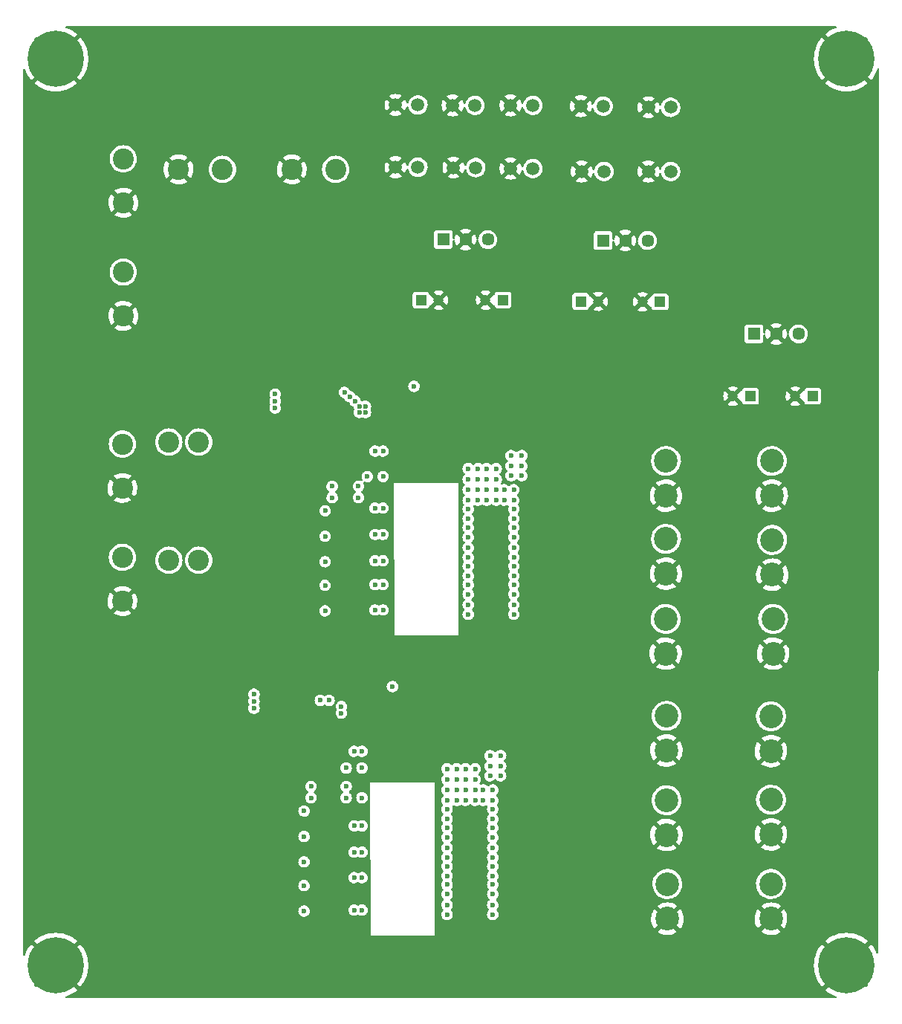
<source format=gbr>
%TF.GenerationSoftware,KiCad,Pcbnew,(6.0.2)*%
%TF.CreationDate,2022-03-05T17:59:28+01:00*%
%TF.ProjectId,Carte_Alim_V6_2022,43617274-655f-4416-9c69-6d5f56365f32,rev?*%
%TF.SameCoordinates,Original*%
%TF.FileFunction,Copper,L3,Inr*%
%TF.FilePolarity,Positive*%
%FSLAX46Y46*%
G04 Gerber Fmt 4.6, Leading zero omitted, Abs format (unit mm)*
G04 Created by KiCad (PCBNEW (6.0.2)) date 2022-03-05 17:59:28*
%MOMM*%
%LPD*%
G01*
G04 APERTURE LIST*
%TA.AperFunction,ComponentPad*%
%ADD10C,2.700000*%
%TD*%
%TA.AperFunction,ComponentPad*%
%ADD11C,2.400000*%
%TD*%
%TA.AperFunction,ComponentPad*%
%ADD12R,1.200000X1.200000*%
%TD*%
%TA.AperFunction,ComponentPad*%
%ADD13C,1.200000*%
%TD*%
%TA.AperFunction,ComponentPad*%
%ADD14C,0.800000*%
%TD*%
%TA.AperFunction,ComponentPad*%
%ADD15C,6.400000*%
%TD*%
%TA.AperFunction,ComponentPad*%
%ADD16C,1.508000*%
%TD*%
%TA.AperFunction,ComponentPad*%
%ADD17R,1.448000X1.448000*%
%TD*%
%TA.AperFunction,ComponentPad*%
%ADD18C,1.448000*%
%TD*%
%TA.AperFunction,ViaPad*%
%ADD19C,0.600000*%
%TD*%
%TA.AperFunction,Conductor*%
%ADD20C,0.300000*%
%TD*%
G04 APERTURE END LIST*
D10*
%TO.N,+5P*%
%TO.C,J32*%
X120000000Y-102860000D03*
%TO.N,GND*%
X120000000Y-106820000D03*
%TD*%
%TO.N,+12P*%
%TO.C,J13*%
X119950000Y-73820000D03*
%TO.N,GND*%
X119950000Y-77780000D03*
%TD*%
D11*
%TO.N,+24V*%
%TO.C,J5*%
X58100000Y-39400000D03*
%TO.N,GND*%
X58100000Y-44400000D03*
%TD*%
D12*
%TO.N,+24V*%
%TO.C,C53*%
X110227401Y-55640000D03*
D13*
%TO.N,GND*%
X112227401Y-55640000D03*
%TD*%
D14*
%TO.N,GND*%
%TO.C,H4*%
X48702944Y-26302944D03*
X48000000Y-28000000D03*
X50400000Y-30400000D03*
X52800000Y-28000000D03*
X52097056Y-29697056D03*
X48702944Y-29697056D03*
X50400000Y-25600000D03*
X52097056Y-26302944D03*
D15*
X50400000Y-28000000D03*
%TD*%
D16*
%TO.N,+12C*%
%TO.C,J10*%
X104770000Y-40500000D03*
%TO.N,GND*%
X102230000Y-40500000D03*
%TD*%
%TO.N,+12C*%
%TO.C,J8*%
X98270000Y-40400000D03*
%TO.N,GND*%
X95730000Y-40400000D03*
%TD*%
%TO.N,+5C*%
%TO.C,J19*%
X112770000Y-33400000D03*
%TO.N,GND*%
X110230000Y-33400000D03*
%TD*%
D11*
%TO.N,+BATT*%
%TO.C,J2*%
X58000000Y-71900000D03*
%TO.N,GND*%
X58000000Y-76900000D03*
%TD*%
D10*
%TO.N,+5P*%
%TO.C,J30*%
X131900000Y-122020000D03*
%TO.N,GND*%
X131900000Y-125980000D03*
%TD*%
D12*
%TO.N,+5C*%
%TO.C,C56*%
X119272600Y-55700000D03*
D13*
%TO.N,GND*%
X117272600Y-55700000D03*
%TD*%
D10*
%TO.N,+12P*%
%TO.C,J18*%
X119950000Y-82700000D03*
%TO.N,GND*%
X119950000Y-86660000D03*
%TD*%
D16*
%TO.N,+12C*%
%TO.C,J12*%
X91670000Y-40360000D03*
%TO.N,GND*%
X89130000Y-40360000D03*
%TD*%
D10*
%TO.N,+12P*%
%TO.C,J15*%
X132050000Y-82820000D03*
%TO.N,GND*%
X132050000Y-86780000D03*
%TD*%
%TO.N,+5P*%
%TO.C,J29*%
X131900000Y-102920000D03*
%TO.N,GND*%
X131900000Y-106880000D03*
%TD*%
D14*
%TO.N,GND*%
%TO.C,H2*%
X140500000Y-30400000D03*
X142197056Y-29697056D03*
X138802944Y-29697056D03*
X140500000Y-25600000D03*
X142197056Y-26302944D03*
D15*
X140500000Y-28000000D03*
D14*
X138802944Y-26302944D03*
X138100000Y-28000000D03*
X142900000Y-28000000D03*
%TD*%
D17*
%TO.N,+24V*%
%TO.C,PS3*%
X129960000Y-59347500D03*
D18*
%TO.N,GND*%
X132500000Y-59347500D03*
%TO.N,+5V*%
X135040000Y-59347500D03*
%TD*%
D16*
%TO.N,+12C*%
%TO.C,J11*%
X104770000Y-33300000D03*
%TO.N,GND*%
X102230000Y-33300000D03*
%TD*%
D10*
%TO.N,+12P*%
%TO.C,J16*%
X119900000Y-91820000D03*
%TO.N,GND*%
X119900000Y-95780000D03*
%TD*%
D12*
%TO.N,+5V*%
%TO.C,C57*%
X136672600Y-66447500D03*
D13*
%TO.N,GND*%
X134672600Y-66447500D03*
%TD*%
D16*
%TO.N,+5C*%
%TO.C,J23*%
X120470000Y-33540000D03*
%TO.N,GND*%
X117930000Y-33540000D03*
%TD*%
D14*
%TO.N,GND*%
%TO.C,H3*%
X52097056Y-129602944D03*
X48000000Y-131300000D03*
X48702944Y-129602944D03*
D15*
X50400000Y-131300000D03*
D14*
X50400000Y-133700000D03*
X52097056Y-132997056D03*
X52800000Y-131300000D03*
X48702944Y-132997056D03*
X50400000Y-128900000D03*
%TD*%
D10*
%TO.N,+5P*%
%TO.C,J27*%
X131900000Y-112420000D03*
%TO.N,GND*%
X131900000Y-116380000D03*
%TD*%
D14*
%TO.N,GND*%
%TO.C,H1*%
X138802944Y-132997056D03*
X140500000Y-128900000D03*
D15*
X140500000Y-131300000D03*
D14*
X138802944Y-129602944D03*
X138100000Y-131300000D03*
X142197056Y-129602944D03*
X142900000Y-131300000D03*
X140500000Y-133700000D03*
X142197056Y-132997056D03*
%TD*%
D16*
%TO.N,+5C*%
%TO.C,J25*%
X120470000Y-40840000D03*
%TO.N,GND*%
X117930000Y-40840000D03*
%TD*%
D10*
%TO.N,+12P*%
%TO.C,J14*%
X132000000Y-73820000D03*
%TO.N,GND*%
X132000000Y-77780000D03*
%TD*%
D12*
%TO.N,+24V*%
%TO.C,C54*%
X129572599Y-66447500D03*
D13*
%TO.N,GND*%
X127572599Y-66447500D03*
%TD*%
D17*
%TO.N,+24V*%
%TO.C,PS2*%
X112760000Y-48700000D03*
D18*
%TO.N,GND*%
X115300000Y-48700000D03*
%TO.N,+5C*%
X117840000Y-48700000D03*
%TD*%
D10*
%TO.N,+12P*%
%TO.C,J17*%
X132150000Y-91820000D03*
%TO.N,GND*%
X132150000Y-95780000D03*
%TD*%
D11*
%TO.N,+24V*%
%TO.C,J3*%
X58100000Y-52300000D03*
%TO.N,GND*%
X58100000Y-57300000D03*
%TD*%
%TO.N,+BATT*%
%TO.C,J1*%
X58000000Y-84800000D03*
%TO.N,GND*%
X58000000Y-89800000D03*
%TD*%
D16*
%TO.N,+12C*%
%TO.C,J9*%
X91670000Y-33260000D03*
%TO.N,GND*%
X89130000Y-33260000D03*
%TD*%
%TO.N,+5C*%
%TO.C,J21*%
X112870000Y-40840000D03*
%TO.N,GND*%
X110330000Y-40840000D03*
%TD*%
D17*
%TO.N,+24V*%
%TO.C,PS1*%
X94560000Y-48600000D03*
D18*
%TO.N,GND*%
X97100000Y-48600000D03*
%TO.N,+12C*%
X99640000Y-48600000D03*
%TD*%
D10*
%TO.N,+5P*%
%TO.C,J28*%
X120000000Y-112480000D03*
%TO.N,GND*%
X120000000Y-116440000D03*
%TD*%
D12*
%TO.N,+12C*%
%TO.C,C55*%
X101372600Y-55500000D03*
D13*
%TO.N,GND*%
X99372600Y-55500000D03*
%TD*%
D12*
%TO.N,+24V*%
%TO.C,C52*%
X92027401Y-55500000D03*
D13*
%TO.N,GND*%
X94027401Y-55500000D03*
%TD*%
D10*
%TO.N,+5P*%
%TO.C,J31*%
X120100000Y-122020000D03*
%TO.N,GND*%
X120100000Y-125980000D03*
%TD*%
D11*
%TO.N,+24V*%
%TO.C,J6*%
X82300000Y-40600000D03*
%TO.N,GND*%
X77300000Y-40600000D03*
%TD*%
%TO.N,+24V*%
%TO.C,J4*%
X69400000Y-40600000D03*
%TO.N,GND*%
X64400000Y-40600000D03*
%TD*%
%TO.N,+BATT*%
%TO.C,F1*%
X63300000Y-85135000D03*
X66700000Y-85135000D03*
%TO.N,+24V*%
X66700000Y-71665000D03*
X63300000Y-71665000D03*
%TD*%
D16*
%TO.N,+12C*%
%TO.C,J7*%
X98170000Y-33300000D03*
%TO.N,GND*%
X95630000Y-33300000D03*
%TD*%
D19*
%TO.N,+24V*%
X75400000Y-67800000D03*
X73000000Y-102000000D03*
X91218750Y-65318750D03*
X85000000Y-67600000D03*
X83300000Y-66000000D03*
X85700000Y-67600000D03*
X83900000Y-66500000D03*
X75400000Y-66200000D03*
X85000000Y-68300000D03*
X81550000Y-101100000D03*
X82950000Y-101800000D03*
X88775000Y-99525000D03*
X73000000Y-100400000D03*
X80550000Y-101100000D03*
X85700000Y-68300000D03*
X75400000Y-67000000D03*
X84500000Y-67000000D03*
X73000000Y-101200000D03*
X82950000Y-102550000D03*
%TO.N,GND*%
X76700000Y-61600000D03*
X87300000Y-70500000D03*
X92400000Y-61000000D03*
X138875000Y-34400000D03*
X104025000Y-129950000D03*
X103850000Y-116525000D03*
X132000000Y-35550000D03*
X100325000Y-102150000D03*
X81450000Y-105650000D03*
X106800000Y-114000000D03*
X60550000Y-115700000D03*
X107700000Y-114000000D03*
X79425000Y-95975000D03*
X66850000Y-115725000D03*
X66800000Y-120150000D03*
X105000000Y-85300000D03*
X109400000Y-103200000D03*
X76700000Y-72400000D03*
X49150000Y-115550000D03*
X95675000Y-98600000D03*
X102700000Y-67900000D03*
X108500000Y-103200000D03*
X49150000Y-101600000D03*
X101700000Y-103200000D03*
X60550000Y-111075000D03*
X110000000Y-68900000D03*
X104300000Y-103200000D03*
X105000000Y-89925000D03*
X96075000Y-132875000D03*
X78700000Y-106725000D03*
X111300000Y-98625000D03*
X107700000Y-103200000D03*
X108500000Y-114000000D03*
X73325000Y-132825000D03*
X49150000Y-124750000D03*
X73175000Y-124900000D03*
X104000000Y-68900000D03*
X103400000Y-103200000D03*
X80150000Y-129825000D03*
X60400000Y-101600000D03*
X87900000Y-102200000D03*
X108500000Y-130000000D03*
X113400000Y-68900000D03*
X88800000Y-70600000D03*
X109100000Y-79700000D03*
X87900000Y-103400000D03*
X112500000Y-133050000D03*
X73050000Y-120325000D03*
X60500000Y-124750000D03*
X81100000Y-61600000D03*
X108500000Y-119925000D03*
X97800000Y-104200000D03*
X106600000Y-68900000D03*
X110200000Y-114000000D03*
X55450000Y-106250000D03*
X60500000Y-120125000D03*
X85700000Y-132825000D03*
X55450000Y-101625000D03*
X108500000Y-123075000D03*
X80900000Y-72400000D03*
X72950000Y-111000000D03*
X99525000Y-93975000D03*
X100200000Y-69900000D03*
X138875000Y-45675000D03*
X108500000Y-126325000D03*
X106600000Y-79700000D03*
X113400000Y-79700000D03*
X83900000Y-71400000D03*
X106000000Y-103200000D03*
X84800000Y-103400000D03*
X105700000Y-68900000D03*
X129925000Y-45600000D03*
X77525000Y-106725000D03*
X108400000Y-116525000D03*
X49150000Y-110925000D03*
X110000000Y-79700000D03*
X123000000Y-28400000D03*
X60425000Y-106250000D03*
X85650000Y-130100000D03*
X78700000Y-61600000D03*
X107400000Y-79700000D03*
X108300000Y-68900000D03*
X111300000Y-85325000D03*
X84800000Y-104600000D03*
X77600000Y-72400000D03*
X78600000Y-72400000D03*
X106800000Y-103200000D03*
X90300000Y-70500000D03*
X66850000Y-111100000D03*
X73275000Y-128250000D03*
X96075000Y-129950000D03*
X55450000Y-110950000D03*
X104000000Y-79700000D03*
X140950000Y-35800000D03*
X60500000Y-132800000D03*
X108550000Y-133075000D03*
X105000000Y-98600000D03*
X75225000Y-106700000D03*
X111100000Y-103200000D03*
X91500000Y-75100000D03*
X90875000Y-130050000D03*
X73000000Y-115800000D03*
X79900000Y-72400000D03*
X132025000Y-46950000D03*
X102075000Y-28625000D03*
X105100000Y-114000000D03*
X72950000Y-106175000D03*
X49725000Y-62000000D03*
X110200000Y-103200000D03*
X74150000Y-106700000D03*
X49150000Y-120125000D03*
X111700000Y-68900000D03*
X49150000Y-106225000D03*
X100725000Y-129950000D03*
X111300000Y-89950000D03*
X91900000Y-95500000D03*
X104900000Y-79700000D03*
X100675000Y-132925000D03*
X79700000Y-106725000D03*
X104300000Y-114000000D03*
X110800000Y-68900000D03*
X105100000Y-103200000D03*
X90000000Y-95100000D03*
X105000000Y-93975000D03*
X103975000Y-132975000D03*
X88800000Y-69350000D03*
X55450000Y-124775000D03*
X66825000Y-106250000D03*
X90300000Y-69350000D03*
X55450000Y-120150000D03*
X80100000Y-61600000D03*
X90300000Y-68000000D03*
X107400000Y-68900000D03*
X108300000Y-79700000D03*
X136000000Y-30800000D03*
X101700000Y-114000000D03*
X60500000Y-128175000D03*
X104900000Y-68900000D03*
X77625000Y-95975000D03*
X77700000Y-61600000D03*
X111300000Y-94000000D03*
X76200000Y-96000000D03*
X103400000Y-114000000D03*
X111100000Y-114000000D03*
X95400000Y-75200000D03*
X120900000Y-130825000D03*
X111700000Y-79700000D03*
X66800000Y-128200000D03*
X99675000Y-98600000D03*
X96700000Y-67400000D03*
X94150000Y-101550000D03*
X109400000Y-114000000D03*
X90875000Y-132825000D03*
X86500000Y-104600000D03*
X81900000Y-72400000D03*
X76325000Y-106700000D03*
X87900000Y-104600000D03*
X86550000Y-95525000D03*
X103975000Y-126325000D03*
X103975000Y-122850000D03*
X89550000Y-109500000D03*
X96500000Y-69200000D03*
X94125000Y-103425000D03*
X110800000Y-79700000D03*
X55450000Y-115575000D03*
X74750000Y-96000000D03*
X140800000Y-46950000D03*
X86500000Y-103400000D03*
X112475000Y-130000000D03*
X106000000Y-114000000D03*
X102600000Y-114000000D03*
X49125000Y-97800000D03*
X94300000Y-61200000D03*
X112500000Y-79700000D03*
X112500000Y-68900000D03*
X93550000Y-109550000D03*
X109100000Y-68900000D03*
X129950000Y-34125000D03*
X102600000Y-103200000D03*
X66800000Y-132825000D03*
X105700000Y-79700000D03*
X80150000Y-132825000D03*
X82200000Y-61600000D03*
X103975000Y-119925000D03*
X66800000Y-124775000D03*
X87300000Y-69350000D03*
X89000000Y-61300000D03*
%TO.N,+12P*%
X97400000Y-79300000D03*
X97400000Y-89000000D03*
X102600000Y-90200000D03*
X98500000Y-74700000D03*
X97400000Y-84800000D03*
X102600000Y-84800000D03*
X99500000Y-77100000D03*
X98500000Y-77100000D03*
X97400000Y-74700000D03*
X97400000Y-78300000D03*
X102600000Y-81400000D03*
X101500000Y-78300000D03*
X101500000Y-77100000D03*
X102600000Y-83700000D03*
X102600000Y-80400000D03*
X99500000Y-78300000D03*
X97400000Y-85800000D03*
X97400000Y-83700000D03*
X103500000Y-73200000D03*
X102300000Y-73200000D03*
X97400000Y-81400000D03*
X102300000Y-74400000D03*
X102600000Y-78300000D03*
X98500000Y-78300000D03*
X100600000Y-77100000D03*
X99500000Y-75900000D03*
X100600000Y-75900000D03*
X97400000Y-82500000D03*
X102600000Y-79300000D03*
X98500000Y-75900000D03*
X97400000Y-87900000D03*
X102600000Y-86900000D03*
X97400000Y-75900000D03*
X102300000Y-75500000D03*
X97400000Y-80400000D03*
X102600000Y-82500000D03*
X100600000Y-78300000D03*
X102600000Y-77100000D03*
X97400000Y-77100000D03*
X99500000Y-74700000D03*
X102600000Y-85800000D03*
X97400000Y-90200000D03*
X102600000Y-91300000D03*
X97400000Y-86900000D03*
X100600000Y-74700000D03*
X103500000Y-74400000D03*
X102600000Y-89000000D03*
X97400000Y-91300000D03*
X102600000Y-87900000D03*
X103500000Y-75500000D03*
%TO.N,+5P*%
X100200000Y-121100000D03*
X101100000Y-108600000D03*
X95000000Y-120000000D03*
X100200000Y-125500000D03*
X95000000Y-123200000D03*
X100200000Y-119000000D03*
X101100000Y-109700000D03*
X95000000Y-110100000D03*
X99100000Y-112500000D03*
X97100000Y-112500000D03*
X98200000Y-108900000D03*
X100200000Y-111300000D03*
X96100000Y-111300000D03*
X100200000Y-123200000D03*
X98200000Y-111300000D03*
X95000000Y-113500000D03*
X95000000Y-117900000D03*
X99100000Y-111300000D03*
X95000000Y-112500000D03*
X100200000Y-117900000D03*
X95000000Y-116700000D03*
X100200000Y-124400000D03*
X100200000Y-115600000D03*
X100200000Y-112500000D03*
X97100000Y-111300000D03*
X95000000Y-114600000D03*
X95000000Y-121100000D03*
X100200000Y-120000000D03*
X99900000Y-107400000D03*
X95000000Y-119000000D03*
X96100000Y-108900000D03*
X95000000Y-124400000D03*
X100200000Y-114600000D03*
X95000000Y-125500000D03*
X95000000Y-122100000D03*
X97100000Y-110100000D03*
X95000000Y-115600000D03*
X96100000Y-112500000D03*
X100200000Y-116700000D03*
X97100000Y-108900000D03*
X100200000Y-122100000D03*
X99900000Y-108600000D03*
X101100000Y-107400000D03*
X95000000Y-111300000D03*
X100200000Y-113500000D03*
X99900000Y-109700000D03*
X98200000Y-112500000D03*
X95000000Y-108900000D03*
X96100000Y-110100000D03*
X98200000Y-110100000D03*
%TO.N,Net-(L1-Pad1)*%
X81100000Y-90900000D03*
X86800000Y-87900000D03*
X86800000Y-82200000D03*
X81100000Y-79500000D03*
X81100000Y-85300000D03*
X81900000Y-78000000D03*
X87700000Y-85200000D03*
X81100000Y-82400000D03*
X87700000Y-75600000D03*
X84900000Y-76700000D03*
X86800000Y-79200000D03*
X87700000Y-79200000D03*
X85900000Y-75600000D03*
X81100000Y-88000000D03*
X87700000Y-82200000D03*
X84900000Y-78000000D03*
X87700000Y-87900000D03*
X87700000Y-90800000D03*
X81900000Y-76700000D03*
X87700000Y-72700000D03*
X86800000Y-72700000D03*
X86800000Y-90800000D03*
X86800000Y-85200000D03*
%TO.N,Net-(L3-Pad1)*%
X79500000Y-110900000D03*
X84400000Y-118400000D03*
X78700000Y-125100000D03*
X83500000Y-108800000D03*
X78700000Y-122200000D03*
X84400000Y-121300000D03*
X85300000Y-118400000D03*
X78700000Y-116600000D03*
X84400000Y-125000000D03*
X83500000Y-110900000D03*
X79500000Y-112200000D03*
X85300000Y-108800000D03*
X85300000Y-121300000D03*
X84400000Y-106900000D03*
X78700000Y-113700000D03*
X85300000Y-115400000D03*
X85300000Y-106900000D03*
X85300000Y-112200000D03*
X85300000Y-125000000D03*
X78700000Y-119500000D03*
X84400000Y-115400000D03*
X83500000Y-112200000D03*
%TD*%
D20*
%TO.N,+24V*%
X88775000Y-99525000D02*
X88850000Y-99450000D01*
%TD*%
%TA.AperFunction,Conductor*%
%TO.N,GND*%
G36*
X92514057Y-24249350D02*
G01*
X139264710Y-24249983D01*
X139332830Y-24269986D01*
X139379322Y-24323642D01*
X139389425Y-24393916D01*
X139359931Y-24458497D01*
X139309862Y-24493614D01*
X138996091Y-24614059D01*
X138990074Y-24616738D01*
X138650400Y-24789811D01*
X138644691Y-24793107D01*
X138324982Y-25000729D01*
X138319639Y-25004611D01*
X138078731Y-25199695D01*
X138070263Y-25211953D01*
X138076596Y-25223043D01*
X143276091Y-30422538D01*
X143289167Y-30429678D01*
X143299536Y-30422220D01*
X143495389Y-30180361D01*
X143499271Y-30175018D01*
X143706893Y-29855309D01*
X143710189Y-29849600D01*
X143883262Y-29509926D01*
X143885941Y-29503909D01*
X144006377Y-29190162D01*
X144049463Y-29133733D01*
X144116216Y-29109557D01*
X144185444Y-29125308D01*
X144235165Y-29175986D01*
X144250008Y-29235439D01*
X144213713Y-66276218D01*
X144151472Y-129796091D01*
X144151460Y-129808081D01*
X144131391Y-129876183D01*
X144077690Y-129922623D01*
X144007406Y-129932658D01*
X143942854Y-129903102D01*
X143907829Y-129853113D01*
X143885938Y-129796085D01*
X143883262Y-129790074D01*
X143710189Y-129450400D01*
X143706893Y-129444691D01*
X143499271Y-129124982D01*
X143495389Y-129119639D01*
X143300305Y-128878731D01*
X143288047Y-128870263D01*
X143276957Y-128876596D01*
X138077462Y-134076091D01*
X138070322Y-134089167D01*
X138077780Y-134099536D01*
X138319639Y-134295389D01*
X138324982Y-134299271D01*
X138644691Y-134506893D01*
X138650400Y-134510189D01*
X138990074Y-134683262D01*
X138996091Y-134685941D01*
X139309817Y-134806369D01*
X139366246Y-134849455D01*
X139390422Y-134916208D01*
X139374671Y-134985436D01*
X139323993Y-135035157D01*
X139264663Y-135050000D01*
X97321162Y-135050000D01*
X51635340Y-135049999D01*
X51567219Y-135029997D01*
X51520726Y-134976341D01*
X51510622Y-134906067D01*
X51540116Y-134841487D01*
X51590185Y-134806368D01*
X51903915Y-134685938D01*
X51909926Y-134683262D01*
X52249600Y-134510189D01*
X52255309Y-134506893D01*
X52575018Y-134299271D01*
X52580361Y-134295389D01*
X52821269Y-134100305D01*
X52829737Y-134088047D01*
X52823404Y-134076957D01*
X50047579Y-131301132D01*
X50758751Y-131301132D01*
X50758882Y-131302965D01*
X50763133Y-131309580D01*
X53176091Y-133722538D01*
X53189167Y-133729678D01*
X53199536Y-133722220D01*
X53395389Y-133480361D01*
X53399271Y-133475018D01*
X53606893Y-133155309D01*
X53610189Y-133149600D01*
X53783262Y-132809926D01*
X53785938Y-132803915D01*
X53922554Y-132448018D01*
X53924594Y-132441741D01*
X54023258Y-132073518D01*
X54024629Y-132067068D01*
X54084267Y-131690534D01*
X54084953Y-131683996D01*
X54104905Y-131303301D01*
X136795095Y-131303301D01*
X136815047Y-131683996D01*
X136815733Y-131690534D01*
X136875371Y-132067068D01*
X136876742Y-132073518D01*
X136975406Y-132441741D01*
X136977446Y-132448018D01*
X137114062Y-132803915D01*
X137116738Y-132809926D01*
X137289811Y-133149600D01*
X137293107Y-133155309D01*
X137500729Y-133475018D01*
X137504611Y-133480361D01*
X137699695Y-133721269D01*
X137711953Y-133729737D01*
X137723043Y-133723404D01*
X140133635Y-131312812D01*
X140141249Y-131298868D01*
X140141118Y-131297035D01*
X140136867Y-131290420D01*
X137723909Y-128877462D01*
X137710833Y-128870322D01*
X137700464Y-128877780D01*
X137504611Y-129119639D01*
X137500729Y-129124982D01*
X137293107Y-129444691D01*
X137289811Y-129450400D01*
X137116738Y-129790074D01*
X137114062Y-129796085D01*
X136977446Y-130151982D01*
X136975406Y-130158259D01*
X136876742Y-130526482D01*
X136875371Y-130532932D01*
X136815733Y-130909466D01*
X136815047Y-130916004D01*
X136795095Y-131296699D01*
X136795095Y-131303301D01*
X54104905Y-131303301D01*
X54104905Y-131296699D01*
X54084953Y-130916004D01*
X54084267Y-130909466D01*
X54024629Y-130532932D01*
X54023258Y-130526482D01*
X53924594Y-130158259D01*
X53922554Y-130151982D01*
X53785938Y-129796085D01*
X53783262Y-129790074D01*
X53610189Y-129450400D01*
X53606893Y-129444691D01*
X53399271Y-129124982D01*
X53395389Y-129119639D01*
X53200305Y-128878731D01*
X53188047Y-128870263D01*
X53176957Y-128876596D01*
X50766365Y-131287188D01*
X50758751Y-131301132D01*
X50047579Y-131301132D01*
X47623909Y-128877462D01*
X47610833Y-128870322D01*
X47600464Y-128877780D01*
X47404611Y-129119639D01*
X47400729Y-129124982D01*
X47193107Y-129444691D01*
X47189811Y-129450400D01*
X47016738Y-129790074D01*
X47014059Y-129796091D01*
X46893631Y-130109817D01*
X46850545Y-130166246D01*
X46783792Y-130190422D01*
X46714564Y-130174671D01*
X46664843Y-130123993D01*
X46650000Y-130064663D01*
X46650000Y-128511953D01*
X47970263Y-128511953D01*
X47976596Y-128523043D01*
X50387188Y-130933635D01*
X50401132Y-130941249D01*
X50402965Y-130941118D01*
X50409580Y-130936867D01*
X52822538Y-128523909D01*
X52829066Y-128511953D01*
X138070263Y-128511953D01*
X138076596Y-128523043D01*
X140487188Y-130933635D01*
X140501132Y-130941249D01*
X140502965Y-130941118D01*
X140509580Y-130936867D01*
X142922538Y-128523909D01*
X142929678Y-128510833D01*
X142922220Y-128500464D01*
X142680361Y-128304611D01*
X142675018Y-128300729D01*
X142355309Y-128093107D01*
X142349600Y-128089811D01*
X142009926Y-127916738D01*
X142003915Y-127914062D01*
X141648018Y-127777446D01*
X141641741Y-127775406D01*
X141273518Y-127676742D01*
X141267068Y-127675371D01*
X140890534Y-127615733D01*
X140883996Y-127615047D01*
X140503301Y-127595095D01*
X140496699Y-127595095D01*
X140116004Y-127615047D01*
X140109466Y-127615733D01*
X139732932Y-127675371D01*
X139726482Y-127676742D01*
X139358259Y-127775406D01*
X139351982Y-127777446D01*
X138996085Y-127914062D01*
X138990074Y-127916738D01*
X138650400Y-128089811D01*
X138644691Y-128093107D01*
X138324982Y-128300729D01*
X138319639Y-128304611D01*
X138078731Y-128499695D01*
X138070263Y-128511953D01*
X52829066Y-128511953D01*
X52829678Y-128510833D01*
X52822220Y-128500464D01*
X52580361Y-128304611D01*
X52575018Y-128300729D01*
X52255309Y-128093107D01*
X52249600Y-128089811D01*
X51909926Y-127916738D01*
X51903915Y-127914062D01*
X51548018Y-127777446D01*
X51541741Y-127775406D01*
X51173518Y-127676742D01*
X51167068Y-127675371D01*
X50790534Y-127615733D01*
X50783996Y-127615047D01*
X50403301Y-127595095D01*
X50396699Y-127595095D01*
X50016004Y-127615047D01*
X50009466Y-127615733D01*
X49632932Y-127675371D01*
X49626482Y-127676742D01*
X49258259Y-127775406D01*
X49251982Y-127777446D01*
X48896085Y-127914062D01*
X48890074Y-127916738D01*
X48550400Y-128089811D01*
X48544691Y-128093107D01*
X48224982Y-128300729D01*
X48219639Y-128304611D01*
X47978731Y-128499695D01*
X47970263Y-128511953D01*
X46650000Y-128511953D01*
X46650000Y-125093138D01*
X78044758Y-125093138D01*
X78062035Y-125249633D01*
X78116143Y-125397490D01*
X78120380Y-125403796D01*
X78120382Y-125403799D01*
X78160709Y-125463811D01*
X78203958Y-125528172D01*
X78320410Y-125634135D01*
X78362089Y-125656765D01*
X78452099Y-125705637D01*
X78452101Y-125705638D01*
X78458776Y-125709262D01*
X78466125Y-125711190D01*
X78603719Y-125747287D01*
X78603721Y-125747287D01*
X78611069Y-125749215D01*
X78694380Y-125750524D01*
X78760898Y-125751569D01*
X78760901Y-125751569D01*
X78768495Y-125751688D01*
X78921968Y-125716538D01*
X79062625Y-125645795D01*
X79109644Y-125605637D01*
X79176574Y-125548474D01*
X79176576Y-125548471D01*
X79182348Y-125543542D01*
X79274224Y-125415683D01*
X79332950Y-125269598D01*
X79348253Y-125162072D01*
X79354553Y-125117807D01*
X79354553Y-125117804D01*
X79355134Y-125113723D01*
X79355278Y-125100000D01*
X79342346Y-124993138D01*
X83744758Y-124993138D01*
X83762035Y-125149633D01*
X83816143Y-125297490D01*
X83820380Y-125303796D01*
X83820382Y-125303799D01*
X83837964Y-125329963D01*
X83903958Y-125428172D01*
X83926270Y-125448474D01*
X84006927Y-125521866D01*
X84020410Y-125534135D01*
X84041885Y-125545795D01*
X84152099Y-125605637D01*
X84152101Y-125605638D01*
X84158776Y-125609262D01*
X84166125Y-125611190D01*
X84303719Y-125647287D01*
X84303721Y-125647287D01*
X84311069Y-125649215D01*
X84394380Y-125650524D01*
X84460898Y-125651569D01*
X84460901Y-125651569D01*
X84468495Y-125651688D01*
X84621968Y-125616538D01*
X84762625Y-125545795D01*
X84768404Y-125540859D01*
X84774726Y-125536659D01*
X84775566Y-125537923D01*
X84832518Y-125512402D01*
X84902719Y-125523006D01*
X84917844Y-125531800D01*
X84920410Y-125534135D01*
X84927085Y-125537759D01*
X84927086Y-125537760D01*
X85052099Y-125605637D01*
X85052101Y-125605638D01*
X85058776Y-125609262D01*
X85066125Y-125611190D01*
X85203719Y-125647287D01*
X85203721Y-125647287D01*
X85211069Y-125649215D01*
X85294380Y-125650524D01*
X85360898Y-125651569D01*
X85360901Y-125651569D01*
X85368495Y-125651688D01*
X85521968Y-125616538D01*
X85662625Y-125545795D01*
X85721054Y-125495892D01*
X85776574Y-125448474D01*
X85776576Y-125448471D01*
X85782348Y-125443542D01*
X85874224Y-125315683D01*
X85932950Y-125169598D01*
X85947445Y-125067747D01*
X85954553Y-125017807D01*
X85954553Y-125017804D01*
X85955134Y-125013723D01*
X85955278Y-125000000D01*
X85936363Y-124843694D01*
X85885329Y-124708636D01*
X85883394Y-124703514D01*
X85883393Y-124703511D01*
X85880710Y-124696412D01*
X85791531Y-124566657D01*
X85724153Y-124506625D01*
X85679648Y-124466972D01*
X85679645Y-124466970D01*
X85673976Y-124461919D01*
X85651256Y-124449889D01*
X85609218Y-124427631D01*
X85534831Y-124388245D01*
X85518122Y-124384048D01*
X85389498Y-124351740D01*
X85389496Y-124351740D01*
X85382128Y-124349889D01*
X85374530Y-124349849D01*
X85374528Y-124349849D01*
X85307319Y-124349497D01*
X85224684Y-124349065D01*
X85217305Y-124350837D01*
X85217301Y-124350837D01*
X85078967Y-124384048D01*
X85078963Y-124384049D01*
X85071588Y-124385820D01*
X85064843Y-124389301D01*
X85064844Y-124389301D01*
X84938426Y-124454549D01*
X84938422Y-124454552D01*
X84931679Y-124458032D01*
X84925960Y-124463021D01*
X84920729Y-124466576D01*
X84853144Y-124488320D01*
X84784533Y-124470074D01*
X84779340Y-124466698D01*
X84773976Y-124461919D01*
X84751256Y-124449889D01*
X84709218Y-124427631D01*
X84634831Y-124388245D01*
X84618122Y-124384048D01*
X84489498Y-124351740D01*
X84489496Y-124351740D01*
X84482128Y-124349889D01*
X84474530Y-124349849D01*
X84474528Y-124349849D01*
X84407319Y-124349497D01*
X84324684Y-124349065D01*
X84317305Y-124350837D01*
X84317301Y-124350837D01*
X84178967Y-124384048D01*
X84178963Y-124384049D01*
X84171588Y-124385820D01*
X84136105Y-124404134D01*
X84043870Y-124451740D01*
X84031679Y-124458032D01*
X84025957Y-124463024D01*
X84025955Y-124463025D01*
X83918759Y-124556538D01*
X83918756Y-124556541D01*
X83913034Y-124561533D01*
X83908667Y-124567747D01*
X83834752Y-124672917D01*
X83822501Y-124690348D01*
X83765309Y-124837039D01*
X83764318Y-124844568D01*
X83749380Y-124958032D01*
X83744758Y-124993138D01*
X79342346Y-124993138D01*
X79336363Y-124943694D01*
X79309713Y-124873166D01*
X79283394Y-124803514D01*
X79283393Y-124803511D01*
X79280710Y-124796412D01*
X79191531Y-124666657D01*
X79082595Y-124569598D01*
X79079648Y-124566972D01*
X79079645Y-124566970D01*
X79073976Y-124561919D01*
X79036515Y-124542084D01*
X78970753Y-124507265D01*
X78934831Y-124488245D01*
X78850139Y-124466972D01*
X78789498Y-124451740D01*
X78789496Y-124451740D01*
X78782128Y-124449889D01*
X78774530Y-124449849D01*
X78774528Y-124449849D01*
X78707319Y-124449497D01*
X78624684Y-124449065D01*
X78617305Y-124450837D01*
X78617301Y-124450837D01*
X78478967Y-124484048D01*
X78478963Y-124484049D01*
X78471588Y-124485820D01*
X78331679Y-124558032D01*
X78325957Y-124563024D01*
X78325955Y-124563025D01*
X78218759Y-124656538D01*
X78218756Y-124656541D01*
X78213034Y-124661533D01*
X78122501Y-124790348D01*
X78065309Y-124937039D01*
X78059311Y-124982600D01*
X78048101Y-125067747D01*
X78044758Y-125093138D01*
X46650000Y-125093138D01*
X46650000Y-122193138D01*
X78044758Y-122193138D01*
X78062035Y-122349633D01*
X78116143Y-122497490D01*
X78120380Y-122503796D01*
X78120382Y-122503799D01*
X78160709Y-122563811D01*
X78203958Y-122628172D01*
X78320410Y-122734135D01*
X78341885Y-122745795D01*
X78452099Y-122805637D01*
X78452101Y-122805638D01*
X78458776Y-122809262D01*
X78466125Y-122811190D01*
X78603719Y-122847287D01*
X78603721Y-122847287D01*
X78611069Y-122849215D01*
X78694380Y-122850524D01*
X78760898Y-122851569D01*
X78760901Y-122851569D01*
X78768495Y-122851688D01*
X78921968Y-122816538D01*
X79062625Y-122745795D01*
X79088869Y-122723381D01*
X79176574Y-122648474D01*
X79176576Y-122648471D01*
X79182348Y-122643542D01*
X79274224Y-122515683D01*
X79332950Y-122369598D01*
X79355134Y-122213723D01*
X79355278Y-122200000D01*
X79336363Y-122043694D01*
X79301552Y-121951569D01*
X79283394Y-121903514D01*
X79283393Y-121903511D01*
X79280710Y-121896412D01*
X79191531Y-121766657D01*
X79138428Y-121719344D01*
X79079648Y-121666972D01*
X79079645Y-121666970D01*
X79073976Y-121661919D01*
X79058161Y-121653545D01*
X78986652Y-121615683D01*
X78934831Y-121588245D01*
X78915104Y-121583290D01*
X78789498Y-121551740D01*
X78789496Y-121551740D01*
X78782128Y-121549889D01*
X78774530Y-121549849D01*
X78774528Y-121549849D01*
X78707319Y-121549497D01*
X78624684Y-121549065D01*
X78617305Y-121550837D01*
X78617301Y-121550837D01*
X78478967Y-121584048D01*
X78478963Y-121584049D01*
X78471588Y-121585820D01*
X78331679Y-121658032D01*
X78325957Y-121663024D01*
X78325955Y-121663025D01*
X78218759Y-121756538D01*
X78218756Y-121756541D01*
X78213034Y-121761533D01*
X78188521Y-121796412D01*
X78159461Y-121837760D01*
X78122501Y-121890348D01*
X78065309Y-122037039D01*
X78064318Y-122044568D01*
X78054676Y-122117807D01*
X78044758Y-122193138D01*
X46650000Y-122193138D01*
X46650000Y-121293138D01*
X83744758Y-121293138D01*
X83762035Y-121449633D01*
X83816143Y-121597490D01*
X83820380Y-121603796D01*
X83820382Y-121603799D01*
X83854485Y-121654549D01*
X83903958Y-121728172D01*
X84020410Y-121834135D01*
X84027387Y-121837923D01*
X84152099Y-121905637D01*
X84152101Y-121905638D01*
X84158776Y-121909262D01*
X84166125Y-121911190D01*
X84303719Y-121947287D01*
X84303721Y-121947287D01*
X84311069Y-121949215D01*
X84394380Y-121950524D01*
X84460898Y-121951569D01*
X84460901Y-121951569D01*
X84468495Y-121951688D01*
X84621968Y-121916538D01*
X84762625Y-121845795D01*
X84768404Y-121840859D01*
X84774726Y-121836659D01*
X84775566Y-121837923D01*
X84832518Y-121812402D01*
X84902719Y-121823006D01*
X84917844Y-121831800D01*
X84920410Y-121834135D01*
X84927085Y-121837759D01*
X84927086Y-121837760D01*
X85052099Y-121905637D01*
X85052101Y-121905638D01*
X85058776Y-121909262D01*
X85066125Y-121911190D01*
X85203719Y-121947287D01*
X85203721Y-121947287D01*
X85211069Y-121949215D01*
X85294380Y-121950524D01*
X85360898Y-121951569D01*
X85360901Y-121951569D01*
X85368495Y-121951688D01*
X85521968Y-121916538D01*
X85662625Y-121845795D01*
X85727769Y-121790157D01*
X85776574Y-121748474D01*
X85776576Y-121748471D01*
X85782348Y-121743542D01*
X85874224Y-121615683D01*
X85932950Y-121469598D01*
X85955134Y-121313723D01*
X85955278Y-121300000D01*
X85936363Y-121143694D01*
X85921415Y-121104134D01*
X85883394Y-121003514D01*
X85883393Y-121003511D01*
X85880710Y-120996412D01*
X85791531Y-120866657D01*
X85703608Y-120788320D01*
X85679648Y-120766972D01*
X85679645Y-120766970D01*
X85673976Y-120761919D01*
X85534831Y-120688245D01*
X85518122Y-120684048D01*
X85389498Y-120651740D01*
X85389496Y-120651740D01*
X85382128Y-120649889D01*
X85374530Y-120649849D01*
X85374528Y-120649849D01*
X85307319Y-120649497D01*
X85224684Y-120649065D01*
X85217305Y-120650837D01*
X85217301Y-120650837D01*
X85078967Y-120684048D01*
X85078963Y-120684049D01*
X85071588Y-120685820D01*
X85064843Y-120689301D01*
X85064844Y-120689301D01*
X84938426Y-120754549D01*
X84938422Y-120754552D01*
X84931679Y-120758032D01*
X84925960Y-120763021D01*
X84920729Y-120766576D01*
X84853144Y-120788320D01*
X84784533Y-120770074D01*
X84779340Y-120766698D01*
X84773976Y-120761919D01*
X84634831Y-120688245D01*
X84618122Y-120684048D01*
X84489498Y-120651740D01*
X84489496Y-120651740D01*
X84482128Y-120649889D01*
X84474530Y-120649849D01*
X84474528Y-120649849D01*
X84407319Y-120649497D01*
X84324684Y-120649065D01*
X84317305Y-120650837D01*
X84317301Y-120650837D01*
X84178967Y-120684048D01*
X84178963Y-120684049D01*
X84171588Y-120685820D01*
X84031679Y-120758032D01*
X84025957Y-120763024D01*
X84025955Y-120763025D01*
X83918759Y-120856538D01*
X83918756Y-120856541D01*
X83913034Y-120861533D01*
X83822501Y-120990348D01*
X83765309Y-121137039D01*
X83764318Y-121144568D01*
X83746250Y-121281807D01*
X83744758Y-121293138D01*
X46650000Y-121293138D01*
X46650000Y-119493138D01*
X78044758Y-119493138D01*
X78062035Y-119649633D01*
X78116143Y-119797490D01*
X78120380Y-119803796D01*
X78120382Y-119803799D01*
X78137964Y-119829963D01*
X78203958Y-119928172D01*
X78320410Y-120034135D01*
X78327085Y-120037759D01*
X78452099Y-120105637D01*
X78452101Y-120105638D01*
X78458776Y-120109262D01*
X78466125Y-120111190D01*
X78603719Y-120147287D01*
X78603721Y-120147287D01*
X78611069Y-120149215D01*
X78694380Y-120150524D01*
X78760898Y-120151569D01*
X78760901Y-120151569D01*
X78768495Y-120151688D01*
X78921968Y-120116538D01*
X79062625Y-120045795D01*
X79121054Y-119995892D01*
X79176574Y-119948474D01*
X79176576Y-119948471D01*
X79182348Y-119943542D01*
X79274224Y-119815683D01*
X79332950Y-119669598D01*
X79339953Y-119620393D01*
X79354553Y-119517807D01*
X79354553Y-119517804D01*
X79355134Y-119513723D01*
X79355278Y-119500000D01*
X79336363Y-119343694D01*
X79331175Y-119329963D01*
X79283394Y-119203514D01*
X79283393Y-119203511D01*
X79280710Y-119196412D01*
X79191531Y-119066657D01*
X79131448Y-119013125D01*
X79079648Y-118966972D01*
X79079645Y-118966970D01*
X79073976Y-118961919D01*
X79026269Y-118936659D01*
X78941543Y-118891799D01*
X78941544Y-118891799D01*
X78934831Y-118888245D01*
X78864726Y-118870636D01*
X78789498Y-118851740D01*
X78789496Y-118851740D01*
X78782128Y-118849889D01*
X78774530Y-118849849D01*
X78774528Y-118849849D01*
X78707319Y-118849497D01*
X78624684Y-118849065D01*
X78617305Y-118850837D01*
X78617301Y-118850837D01*
X78478967Y-118884048D01*
X78478963Y-118884049D01*
X78471588Y-118885820D01*
X78464843Y-118889301D01*
X78464844Y-118889301D01*
X78370956Y-118937760D01*
X78331679Y-118958032D01*
X78325957Y-118963024D01*
X78325955Y-118963025D01*
X78218759Y-119056538D01*
X78218756Y-119056541D01*
X78213034Y-119061533D01*
X78208667Y-119067747D01*
X78132127Y-119176652D01*
X78122501Y-119190348D01*
X78065309Y-119337039D01*
X78064318Y-119344568D01*
X78046055Y-119483290D01*
X78044758Y-119493138D01*
X46650000Y-119493138D01*
X46650000Y-118393138D01*
X83744758Y-118393138D01*
X83762035Y-118549633D01*
X83766587Y-118562072D01*
X83813460Y-118690157D01*
X83816143Y-118697490D01*
X83820380Y-118703796D01*
X83820382Y-118703799D01*
X83860709Y-118763811D01*
X83903958Y-118828172D01*
X84020410Y-118934135D01*
X84080369Y-118966690D01*
X84152099Y-119005637D01*
X84152101Y-119005638D01*
X84158776Y-119009262D01*
X84166125Y-119011190D01*
X84303719Y-119047287D01*
X84303721Y-119047287D01*
X84311069Y-119049215D01*
X84394380Y-119050524D01*
X84460898Y-119051569D01*
X84460901Y-119051569D01*
X84468495Y-119051688D01*
X84621968Y-119016538D01*
X84762625Y-118945795D01*
X84768404Y-118940859D01*
X84774726Y-118936659D01*
X84775566Y-118937923D01*
X84832518Y-118912402D01*
X84902719Y-118923006D01*
X84917844Y-118931800D01*
X84920410Y-118934135D01*
X84927085Y-118937759D01*
X84927086Y-118937760D01*
X85052099Y-119005637D01*
X85052101Y-119005638D01*
X85058776Y-119009262D01*
X85066125Y-119011190D01*
X85203719Y-119047287D01*
X85203721Y-119047287D01*
X85211069Y-119049215D01*
X85294380Y-119050524D01*
X85360898Y-119051569D01*
X85360901Y-119051569D01*
X85368495Y-119051688D01*
X85521968Y-119016538D01*
X85662625Y-118945795D01*
X85701723Y-118912402D01*
X85776574Y-118848474D01*
X85776576Y-118848471D01*
X85782348Y-118843542D01*
X85874224Y-118715683D01*
X85932950Y-118569598D01*
X85955134Y-118413723D01*
X85955278Y-118400000D01*
X85936363Y-118243694D01*
X85929587Y-118225763D01*
X85883394Y-118103514D01*
X85883393Y-118103511D01*
X85880710Y-118096412D01*
X85791531Y-117966657D01*
X85717745Y-117900916D01*
X85679648Y-117866972D01*
X85679645Y-117866970D01*
X85673976Y-117861919D01*
X85659094Y-117854039D01*
X85541543Y-117791799D01*
X85541544Y-117791799D01*
X85534831Y-117788245D01*
X85518122Y-117784048D01*
X85389498Y-117751740D01*
X85389496Y-117751740D01*
X85382128Y-117749889D01*
X85374530Y-117749849D01*
X85374528Y-117749849D01*
X85307319Y-117749497D01*
X85224684Y-117749065D01*
X85217305Y-117750837D01*
X85217301Y-117750837D01*
X85078967Y-117784048D01*
X85078963Y-117784049D01*
X85071588Y-117785820D01*
X85064843Y-117789301D01*
X85064844Y-117789301D01*
X84938426Y-117854549D01*
X84938422Y-117854552D01*
X84931679Y-117858032D01*
X84925960Y-117863021D01*
X84920729Y-117866576D01*
X84853144Y-117888320D01*
X84784533Y-117870074D01*
X84779340Y-117866698D01*
X84773976Y-117861919D01*
X84759094Y-117854039D01*
X84641543Y-117791799D01*
X84641544Y-117791799D01*
X84634831Y-117788245D01*
X84618122Y-117784048D01*
X84489498Y-117751740D01*
X84489496Y-117751740D01*
X84482128Y-117749889D01*
X84474530Y-117749849D01*
X84474528Y-117749849D01*
X84407319Y-117749497D01*
X84324684Y-117749065D01*
X84317305Y-117750837D01*
X84317301Y-117750837D01*
X84178967Y-117784048D01*
X84178963Y-117784049D01*
X84171588Y-117785820D01*
X84031679Y-117858032D01*
X84025957Y-117863024D01*
X84025955Y-117863025D01*
X83918759Y-117956538D01*
X83918756Y-117956541D01*
X83913034Y-117961533D01*
X83908667Y-117967747D01*
X83832127Y-118076652D01*
X83822501Y-118090348D01*
X83765309Y-118237039D01*
X83764318Y-118244568D01*
X83749624Y-118356179D01*
X83744758Y-118393138D01*
X46650000Y-118393138D01*
X46650000Y-116593138D01*
X78044758Y-116593138D01*
X78062035Y-116749633D01*
X78116143Y-116897490D01*
X78120380Y-116903796D01*
X78120382Y-116903799D01*
X78160709Y-116963811D01*
X78203958Y-117028172D01*
X78226270Y-117048474D01*
X78306927Y-117121866D01*
X78320410Y-117134135D01*
X78341423Y-117145544D01*
X78452099Y-117205637D01*
X78452101Y-117205638D01*
X78458776Y-117209262D01*
X78466125Y-117211190D01*
X78603719Y-117247287D01*
X78603721Y-117247287D01*
X78611069Y-117249215D01*
X78694380Y-117250524D01*
X78760898Y-117251569D01*
X78760901Y-117251569D01*
X78768495Y-117251688D01*
X78921968Y-117216538D01*
X79062625Y-117145795D01*
X79158415Y-117063983D01*
X79176574Y-117048474D01*
X79176576Y-117048471D01*
X79182348Y-117043542D01*
X79274224Y-116915683D01*
X79332950Y-116769598D01*
X79350269Y-116647907D01*
X79354553Y-116617807D01*
X79354553Y-116617804D01*
X79355134Y-116613723D01*
X79355278Y-116600000D01*
X79336363Y-116443694D01*
X79311279Y-116377311D01*
X79283394Y-116303514D01*
X79283393Y-116303511D01*
X79280710Y-116296412D01*
X79191531Y-116166657D01*
X79135594Y-116116819D01*
X79079648Y-116066972D01*
X79079645Y-116066970D01*
X79073976Y-116061919D01*
X79064301Y-116056796D01*
X79010239Y-116028172D01*
X78934831Y-115988245D01*
X78918122Y-115984048D01*
X78789498Y-115951740D01*
X78789496Y-115951740D01*
X78782128Y-115949889D01*
X78774530Y-115949849D01*
X78774528Y-115949849D01*
X78707319Y-115949497D01*
X78624684Y-115949065D01*
X78617305Y-115950837D01*
X78617301Y-115950837D01*
X78478967Y-115984048D01*
X78478963Y-115984049D01*
X78471588Y-115985820D01*
X78464843Y-115989301D01*
X78464844Y-115989301D01*
X78371698Y-116037377D01*
X78331679Y-116058032D01*
X78325957Y-116063024D01*
X78325955Y-116063025D01*
X78218759Y-116156538D01*
X78218756Y-116156541D01*
X78213034Y-116161533D01*
X78208667Y-116167747D01*
X78134752Y-116272917D01*
X78122501Y-116290348D01*
X78065309Y-116437039D01*
X78064318Y-116444568D01*
X78050010Y-116553248D01*
X78044758Y-116593138D01*
X46650000Y-116593138D01*
X46650000Y-115393138D01*
X83744758Y-115393138D01*
X83762035Y-115549633D01*
X83816143Y-115697490D01*
X83820380Y-115703796D01*
X83820382Y-115703799D01*
X83846109Y-115742084D01*
X83903958Y-115828172D01*
X84020410Y-115934135D01*
X84049425Y-115949889D01*
X84152099Y-116005637D01*
X84152101Y-116005638D01*
X84158776Y-116009262D01*
X84166125Y-116011190D01*
X84303719Y-116047287D01*
X84303721Y-116047287D01*
X84311069Y-116049215D01*
X84394380Y-116050524D01*
X84460898Y-116051569D01*
X84460901Y-116051569D01*
X84468495Y-116051688D01*
X84621968Y-116016538D01*
X84762625Y-115945795D01*
X84768404Y-115940859D01*
X84774726Y-115936659D01*
X84775566Y-115937923D01*
X84832518Y-115912402D01*
X84902719Y-115923006D01*
X84917844Y-115931800D01*
X84920410Y-115934135D01*
X84927085Y-115937759D01*
X84927086Y-115937760D01*
X85052099Y-116005637D01*
X85052101Y-116005638D01*
X85058776Y-116009262D01*
X85066125Y-116011190D01*
X85203719Y-116047287D01*
X85203721Y-116047287D01*
X85211069Y-116049215D01*
X85294380Y-116050524D01*
X85360898Y-116051569D01*
X85360901Y-116051569D01*
X85368495Y-116051688D01*
X85521968Y-116016538D01*
X85662625Y-115945795D01*
X85750625Y-115870636D01*
X85776574Y-115848474D01*
X85776576Y-115848471D01*
X85782348Y-115843542D01*
X85874224Y-115715683D01*
X85932950Y-115569598D01*
X85939953Y-115520393D01*
X85954553Y-115417807D01*
X85954553Y-115417804D01*
X85955134Y-115413723D01*
X85955278Y-115400000D01*
X85936363Y-115243694D01*
X85880710Y-115096412D01*
X85791531Y-114966657D01*
X85713900Y-114897490D01*
X85679648Y-114866972D01*
X85679645Y-114866970D01*
X85673976Y-114861919D01*
X85534831Y-114788245D01*
X85460594Y-114769598D01*
X85389498Y-114751740D01*
X85389496Y-114751740D01*
X85382128Y-114749889D01*
X85374530Y-114749849D01*
X85374528Y-114749849D01*
X85307319Y-114749497D01*
X85224684Y-114749065D01*
X85217305Y-114750837D01*
X85217301Y-114750837D01*
X85078967Y-114784048D01*
X85078963Y-114784049D01*
X85071588Y-114785820D01*
X85064843Y-114789301D01*
X85064844Y-114789301D01*
X84938426Y-114854549D01*
X84938422Y-114854552D01*
X84931679Y-114858032D01*
X84925960Y-114863021D01*
X84920729Y-114866576D01*
X84853144Y-114888320D01*
X84784533Y-114870074D01*
X84779340Y-114866698D01*
X84773976Y-114861919D01*
X84634831Y-114788245D01*
X84560594Y-114769598D01*
X84489498Y-114751740D01*
X84489496Y-114751740D01*
X84482128Y-114749889D01*
X84474530Y-114749849D01*
X84474528Y-114749849D01*
X84407319Y-114749497D01*
X84324684Y-114749065D01*
X84317305Y-114750837D01*
X84317301Y-114750837D01*
X84178967Y-114784048D01*
X84178963Y-114784049D01*
X84171588Y-114785820D01*
X84031679Y-114858032D01*
X84025957Y-114863024D01*
X84025955Y-114863025D01*
X83918759Y-114956538D01*
X83918756Y-114956541D01*
X83913034Y-114961533D01*
X83822501Y-115090348D01*
X83765309Y-115237039D01*
X83764318Y-115244568D01*
X83752411Y-115335011D01*
X83744758Y-115393138D01*
X46650000Y-115393138D01*
X46650000Y-113693138D01*
X78044758Y-113693138D01*
X78062035Y-113849633D01*
X78116143Y-113997490D01*
X78120380Y-114003796D01*
X78120382Y-114003799D01*
X78156826Y-114058032D01*
X78203958Y-114128172D01*
X78320410Y-114234135D01*
X78327085Y-114237759D01*
X78452099Y-114305637D01*
X78452101Y-114305638D01*
X78458776Y-114309262D01*
X78466125Y-114311190D01*
X78603719Y-114347287D01*
X78603721Y-114347287D01*
X78611069Y-114349215D01*
X78694380Y-114350524D01*
X78760898Y-114351569D01*
X78760901Y-114351569D01*
X78768495Y-114351688D01*
X78921968Y-114316538D01*
X79062625Y-114245795D01*
X79147348Y-114173435D01*
X79176574Y-114148474D01*
X79176576Y-114148471D01*
X79182348Y-114143542D01*
X79274224Y-114015683D01*
X79332950Y-113869598D01*
X79355134Y-113713723D01*
X79355278Y-113700000D01*
X79336363Y-113543694D01*
X79320730Y-113502323D01*
X79283394Y-113403514D01*
X79283393Y-113403511D01*
X79280710Y-113396412D01*
X79191531Y-113266657D01*
X79120661Y-113203514D01*
X79079648Y-113166972D01*
X79079645Y-113166970D01*
X79073976Y-113161919D01*
X79054429Y-113151569D01*
X78974381Y-113109186D01*
X78934831Y-113088245D01*
X78903993Y-113080499D01*
X78789498Y-113051740D01*
X78789496Y-113051740D01*
X78782128Y-113049889D01*
X78774530Y-113049849D01*
X78774528Y-113049849D01*
X78707319Y-113049497D01*
X78624684Y-113049065D01*
X78617305Y-113050837D01*
X78617301Y-113050837D01*
X78478967Y-113084048D01*
X78478963Y-113084049D01*
X78471588Y-113085820D01*
X78331679Y-113158032D01*
X78325957Y-113163024D01*
X78325955Y-113163025D01*
X78218759Y-113256538D01*
X78218756Y-113256541D01*
X78213034Y-113261533D01*
X78122501Y-113390348D01*
X78065309Y-113537039D01*
X78064318Y-113544568D01*
X78049547Y-113656765D01*
X78044758Y-113693138D01*
X46650000Y-113693138D01*
X46650000Y-112193138D01*
X78844758Y-112193138D01*
X78862035Y-112349633D01*
X78916143Y-112497490D01*
X78920380Y-112503796D01*
X78920382Y-112503799D01*
X78960709Y-112563811D01*
X79003958Y-112628172D01*
X79120410Y-112734135D01*
X79127085Y-112737759D01*
X79252099Y-112805637D01*
X79252101Y-112805638D01*
X79258776Y-112809262D01*
X79266125Y-112811190D01*
X79403719Y-112847287D01*
X79403721Y-112847287D01*
X79411069Y-112849215D01*
X79494380Y-112850524D01*
X79560898Y-112851569D01*
X79560901Y-112851569D01*
X79568495Y-112851688D01*
X79721968Y-112816538D01*
X79862625Y-112745795D01*
X79930505Y-112687820D01*
X79976574Y-112648474D01*
X79976576Y-112648471D01*
X79982348Y-112643542D01*
X80074224Y-112515683D01*
X80132950Y-112369598D01*
X80155134Y-112213723D01*
X80155278Y-112200000D01*
X80154448Y-112193138D01*
X82844758Y-112193138D01*
X82862035Y-112349633D01*
X82916143Y-112497490D01*
X82920380Y-112503796D01*
X82920382Y-112503799D01*
X82960709Y-112563811D01*
X83003958Y-112628172D01*
X83120410Y-112734135D01*
X83127085Y-112737759D01*
X83252099Y-112805637D01*
X83252101Y-112805638D01*
X83258776Y-112809262D01*
X83266125Y-112811190D01*
X83403719Y-112847287D01*
X83403721Y-112847287D01*
X83411069Y-112849215D01*
X83494380Y-112850524D01*
X83560898Y-112851569D01*
X83560901Y-112851569D01*
X83568495Y-112851688D01*
X83721968Y-112816538D01*
X83862625Y-112745795D01*
X83930505Y-112687820D01*
X83976574Y-112648474D01*
X83976576Y-112648471D01*
X83982348Y-112643542D01*
X84074224Y-112515683D01*
X84132950Y-112369598D01*
X84155134Y-112213723D01*
X84155278Y-112200000D01*
X84154448Y-112193138D01*
X84644758Y-112193138D01*
X84662035Y-112349633D01*
X84716143Y-112497490D01*
X84720380Y-112503796D01*
X84720382Y-112503799D01*
X84760709Y-112563811D01*
X84803958Y-112628172D01*
X84920410Y-112734135D01*
X84927085Y-112737759D01*
X85052099Y-112805637D01*
X85052101Y-112805638D01*
X85058776Y-112809262D01*
X85066125Y-112811190D01*
X85203719Y-112847287D01*
X85203721Y-112847287D01*
X85211069Y-112849215D01*
X85294380Y-112850524D01*
X85360898Y-112851569D01*
X85360901Y-112851569D01*
X85368495Y-112851688D01*
X85521968Y-112816538D01*
X85662625Y-112745795D01*
X85730505Y-112687820D01*
X85776574Y-112648474D01*
X85776576Y-112648471D01*
X85782348Y-112643542D01*
X85874224Y-112515683D01*
X85932950Y-112369598D01*
X85955134Y-112213723D01*
X85955278Y-112200000D01*
X85936363Y-112043694D01*
X85896745Y-111938848D01*
X85883394Y-111903514D01*
X85883393Y-111903511D01*
X85880710Y-111896412D01*
X85791531Y-111766657D01*
X85723255Y-111705825D01*
X85679648Y-111666972D01*
X85679645Y-111666970D01*
X85673976Y-111661919D01*
X85659077Y-111654030D01*
X85579252Y-111611765D01*
X85534831Y-111588245D01*
X85518122Y-111584048D01*
X85389498Y-111551740D01*
X85389496Y-111551740D01*
X85382128Y-111549889D01*
X85374530Y-111549849D01*
X85374528Y-111549849D01*
X85307319Y-111549497D01*
X85224684Y-111549065D01*
X85217305Y-111550837D01*
X85217301Y-111550837D01*
X85078967Y-111584048D01*
X85078963Y-111584049D01*
X85071588Y-111585820D01*
X85060004Y-111591799D01*
X84946968Y-111650141D01*
X84931679Y-111658032D01*
X84925957Y-111663024D01*
X84925955Y-111663025D01*
X84818759Y-111756538D01*
X84818756Y-111756541D01*
X84813034Y-111761533D01*
X84805033Y-111772917D01*
X84727352Y-111883446D01*
X84722501Y-111890348D01*
X84665309Y-112037039D01*
X84663440Y-112051234D01*
X84645944Y-112184131D01*
X84644758Y-112193138D01*
X84154448Y-112193138D01*
X84136363Y-112043694D01*
X84096745Y-111938848D01*
X84083394Y-111903514D01*
X84083393Y-111903511D01*
X84080710Y-111896412D01*
X83991531Y-111766657D01*
X83923255Y-111705825D01*
X83879648Y-111666972D01*
X83879645Y-111666970D01*
X83873976Y-111661919D01*
X83867262Y-111658364D01*
X83861026Y-111654030D01*
X83862783Y-111651502D01*
X83822027Y-111611765D01*
X83806059Y-111542587D01*
X83830027Y-111475759D01*
X83859885Y-111447173D01*
X83862625Y-111445795D01*
X83885625Y-111426151D01*
X83976574Y-111348474D01*
X83976576Y-111348471D01*
X83982348Y-111343542D01*
X84074224Y-111215683D01*
X84132950Y-111069598D01*
X84143366Y-110996412D01*
X84154553Y-110917807D01*
X84154553Y-110917804D01*
X84155134Y-110913723D01*
X84155278Y-110900000D01*
X84152802Y-110879535D01*
X84146743Y-110829468D01*
X84136363Y-110743694D01*
X84119640Y-110699437D01*
X84083394Y-110603514D01*
X84083393Y-110603511D01*
X84080710Y-110596412D01*
X84014447Y-110500000D01*
X86200000Y-110500000D01*
X86300000Y-127900000D01*
X93600000Y-127900000D01*
X93600000Y-127454039D01*
X118985472Y-127454039D01*
X118992861Y-127464340D01*
X119030066Y-127494630D01*
X119037345Y-127499745D01*
X119254155Y-127630275D01*
X119262069Y-127634308D01*
X119495121Y-127732993D01*
X119503526Y-127735870D01*
X119748162Y-127800735D01*
X119756874Y-127802397D01*
X120008213Y-127832144D01*
X120017079Y-127832562D01*
X120270088Y-127826600D01*
X120278942Y-127825763D01*
X120528587Y-127784211D01*
X120537221Y-127782138D01*
X120778524Y-127705824D01*
X120786785Y-127702553D01*
X121014912Y-127593007D01*
X121022657Y-127588589D01*
X121206839Y-127465524D01*
X121215129Y-127455605D01*
X121214328Y-127454039D01*
X130785472Y-127454039D01*
X130792861Y-127464340D01*
X130830066Y-127494630D01*
X130837345Y-127499745D01*
X131054155Y-127630275D01*
X131062069Y-127634308D01*
X131295121Y-127732993D01*
X131303526Y-127735870D01*
X131548162Y-127800735D01*
X131556874Y-127802397D01*
X131808213Y-127832144D01*
X131817079Y-127832562D01*
X132070088Y-127826600D01*
X132078942Y-127825763D01*
X132328587Y-127784211D01*
X132337221Y-127782138D01*
X132578524Y-127705824D01*
X132586785Y-127702553D01*
X132814912Y-127593007D01*
X132822657Y-127588589D01*
X133006839Y-127465524D01*
X133015129Y-127455605D01*
X133007873Y-127441427D01*
X131912810Y-126346363D01*
X131898869Y-126338751D01*
X131897034Y-126338882D01*
X131890420Y-126343133D01*
X130792638Y-127440916D01*
X130785472Y-127454039D01*
X121214328Y-127454039D01*
X121207873Y-127441427D01*
X120112810Y-126346363D01*
X120098869Y-126338751D01*
X120097034Y-126338882D01*
X120090420Y-126343133D01*
X118992638Y-127440916D01*
X118985472Y-127454039D01*
X93600000Y-127454039D01*
X93600000Y-125493138D01*
X94344758Y-125493138D01*
X94362035Y-125649633D01*
X94416143Y-125797490D01*
X94420380Y-125803796D01*
X94420382Y-125803799D01*
X94460709Y-125863811D01*
X94503958Y-125928172D01*
X94620410Y-126034135D01*
X94627085Y-126037759D01*
X94752099Y-126105637D01*
X94752101Y-126105638D01*
X94758776Y-126109262D01*
X94766125Y-126111190D01*
X94903719Y-126147287D01*
X94903721Y-126147287D01*
X94911069Y-126149215D01*
X94994380Y-126150524D01*
X95060898Y-126151569D01*
X95060901Y-126151569D01*
X95068495Y-126151688D01*
X95221968Y-126116538D01*
X95362625Y-126045795D01*
X95424663Y-125992810D01*
X95476574Y-125948474D01*
X95476576Y-125948471D01*
X95482348Y-125943542D01*
X95574224Y-125815683D01*
X95632950Y-125669598D01*
X95652229Y-125534135D01*
X95654553Y-125517807D01*
X95654553Y-125517804D01*
X95655134Y-125513723D01*
X95655278Y-125500000D01*
X95636363Y-125343694D01*
X95631175Y-125329963D01*
X95583394Y-125203514D01*
X95583393Y-125203511D01*
X95580710Y-125196412D01*
X95491531Y-125066657D01*
X95467020Y-125044818D01*
X95429466Y-124984569D01*
X95430447Y-124913580D01*
X95469009Y-124854935D01*
X95482348Y-124843542D01*
X95574224Y-124715683D01*
X95632950Y-124569598D01*
X95643397Y-124496195D01*
X95654553Y-124417807D01*
X95654553Y-124417804D01*
X95655134Y-124413723D01*
X95655278Y-124400000D01*
X95653856Y-124388245D01*
X95643657Y-124303967D01*
X95636363Y-124243694D01*
X95600625Y-124149115D01*
X95583394Y-124103514D01*
X95583393Y-124103511D01*
X95580710Y-124096412D01*
X95491531Y-123966657D01*
X95409717Y-123893763D01*
X95372161Y-123833513D01*
X95373142Y-123762523D01*
X95411706Y-123703876D01*
X95476574Y-123648474D01*
X95476576Y-123648471D01*
X95482348Y-123643542D01*
X95574224Y-123515683D01*
X95632950Y-123369598D01*
X95655134Y-123213723D01*
X95655278Y-123200000D01*
X95636363Y-123043694D01*
X95595760Y-122936240D01*
X95583394Y-122903514D01*
X95583393Y-122903511D01*
X95580710Y-122896412D01*
X95491531Y-122766657D01*
X95467020Y-122744818D01*
X95429466Y-122684569D01*
X95430447Y-122613580D01*
X95469009Y-122554935D01*
X95482348Y-122543542D01*
X95574224Y-122415683D01*
X95632950Y-122269598D01*
X95655134Y-122113723D01*
X95655278Y-122100000D01*
X95636363Y-121943694D01*
X95599370Y-121845795D01*
X95583394Y-121803514D01*
X95583393Y-121803511D01*
X95580710Y-121796412D01*
X95534063Y-121728541D01*
X95493951Y-121670178D01*
X95471851Y-121602708D01*
X95489736Y-121534001D01*
X95495468Y-121525284D01*
X95569793Y-121421849D01*
X95574224Y-121415683D01*
X95632950Y-121269598D01*
X95639953Y-121220393D01*
X95654553Y-121117807D01*
X95654553Y-121117804D01*
X95655134Y-121113723D01*
X95655278Y-121100000D01*
X95636363Y-120943694D01*
X95609619Y-120872917D01*
X95583394Y-120803514D01*
X95583393Y-120803511D01*
X95580710Y-120796412D01*
X95491531Y-120666657D01*
X95467020Y-120644818D01*
X95429466Y-120584569D01*
X95430447Y-120513580D01*
X95469009Y-120454935D01*
X95482348Y-120443542D01*
X95574224Y-120315683D01*
X95632950Y-120169598D01*
X95655134Y-120013723D01*
X95655278Y-120000000D01*
X95636363Y-119843694D01*
X95631175Y-119829963D01*
X95583394Y-119703514D01*
X95583393Y-119703511D01*
X95580710Y-119696412D01*
X95493951Y-119570178D01*
X95471851Y-119502708D01*
X95489736Y-119434001D01*
X95495468Y-119425284D01*
X95569793Y-119321849D01*
X95574224Y-119315683D01*
X95632950Y-119169598D01*
X95647445Y-119067747D01*
X95654553Y-119017807D01*
X95654553Y-119017804D01*
X95655134Y-119013723D01*
X95655278Y-119000000D01*
X95636363Y-118843694D01*
X95585329Y-118708636D01*
X95583394Y-118703514D01*
X95583393Y-118703511D01*
X95580710Y-118696412D01*
X95491531Y-118566657D01*
X95467020Y-118544818D01*
X95429466Y-118484569D01*
X95430447Y-118413580D01*
X95469009Y-118354935D01*
X95482348Y-118343542D01*
X95574224Y-118215683D01*
X95632950Y-118069598D01*
X95647445Y-117967747D01*
X95654553Y-117917807D01*
X95654553Y-117917804D01*
X95655134Y-117913723D01*
X95655278Y-117900000D01*
X95636363Y-117743694D01*
X95580710Y-117596412D01*
X95491531Y-117466657D01*
X95409717Y-117393763D01*
X95372161Y-117333513D01*
X95373142Y-117262523D01*
X95411706Y-117203876D01*
X95476574Y-117148474D01*
X95476576Y-117148471D01*
X95482348Y-117143542D01*
X95574224Y-117015683D01*
X95632950Y-116869598D01*
X95650489Y-116746363D01*
X95654553Y-116717807D01*
X95654553Y-116717804D01*
X95655134Y-116713723D01*
X95655278Y-116700000D01*
X95636363Y-116543694D01*
X95602021Y-116452810D01*
X95583394Y-116403514D01*
X95583393Y-116403511D01*
X95580710Y-116396412D01*
X95491531Y-116266657D01*
X95467020Y-116244818D01*
X95429466Y-116184569D01*
X95430447Y-116113580D01*
X95469009Y-116054935D01*
X95482348Y-116043542D01*
X95574224Y-115915683D01*
X95632950Y-115769598D01*
X95655134Y-115613723D01*
X95655278Y-115600000D01*
X95636363Y-115443694D01*
X95620359Y-115401341D01*
X95583394Y-115303514D01*
X95583393Y-115303511D01*
X95580710Y-115296412D01*
X95493951Y-115170178D01*
X95471851Y-115102708D01*
X95489736Y-115034001D01*
X95495468Y-115025284D01*
X95569793Y-114921849D01*
X95574224Y-114915683D01*
X95632950Y-114769598D01*
X95655134Y-114613723D01*
X95655278Y-114600000D01*
X95636363Y-114443694D01*
X95600956Y-114349992D01*
X95583394Y-114303514D01*
X95583393Y-114303511D01*
X95580710Y-114296412D01*
X95491531Y-114166657D01*
X95467020Y-114144818D01*
X95429466Y-114084569D01*
X95430447Y-114013580D01*
X95469009Y-113954935D01*
X95482348Y-113943542D01*
X95574224Y-113815683D01*
X95579705Y-113802050D01*
X95613570Y-113717807D01*
X95632950Y-113669598D01*
X95643564Y-113595018D01*
X95654553Y-113517807D01*
X95654553Y-113517804D01*
X95655134Y-113513723D01*
X95655278Y-113500000D01*
X95636363Y-113343694D01*
X95587261Y-113213748D01*
X95581893Y-113142957D01*
X95615651Y-113080499D01*
X95677816Y-113046207D01*
X95748653Y-113050969D01*
X95765249Y-113058481D01*
X95852099Y-113105637D01*
X95852101Y-113105638D01*
X95858776Y-113109262D01*
X95866125Y-113111190D01*
X96003719Y-113147287D01*
X96003721Y-113147287D01*
X96011069Y-113149215D01*
X96094380Y-113150524D01*
X96160898Y-113151569D01*
X96160901Y-113151569D01*
X96168495Y-113151688D01*
X96321968Y-113116538D01*
X96462625Y-113045795D01*
X96517741Y-112998722D01*
X96582528Y-112969692D01*
X96652728Y-112980297D01*
X96684369Y-113001341D01*
X96714789Y-113029021D01*
X96714793Y-113029024D01*
X96720410Y-113034135D01*
X96749425Y-113049889D01*
X96852099Y-113105637D01*
X96852101Y-113105638D01*
X96858776Y-113109262D01*
X96866125Y-113111190D01*
X97003719Y-113147287D01*
X97003721Y-113147287D01*
X97011069Y-113149215D01*
X97094380Y-113150524D01*
X97160898Y-113151569D01*
X97160901Y-113151569D01*
X97168495Y-113151688D01*
X97321968Y-113116538D01*
X97462625Y-113045795D01*
X97569324Y-112954666D01*
X97634111Y-112925636D01*
X97704311Y-112936241D01*
X97735952Y-112957285D01*
X97814789Y-113029021D01*
X97814793Y-113029024D01*
X97820410Y-113034135D01*
X97849425Y-113049889D01*
X97952099Y-113105637D01*
X97952101Y-113105638D01*
X97958776Y-113109262D01*
X97966125Y-113111190D01*
X98103719Y-113147287D01*
X98103721Y-113147287D01*
X98111069Y-113149215D01*
X98194380Y-113150524D01*
X98260898Y-113151569D01*
X98260901Y-113151569D01*
X98268495Y-113151688D01*
X98421968Y-113116538D01*
X98562625Y-113045795D01*
X98568404Y-113040859D01*
X98574726Y-113036659D01*
X98575566Y-113037923D01*
X98632518Y-113012402D01*
X98702719Y-113023006D01*
X98717844Y-113031800D01*
X98720410Y-113034135D01*
X98727085Y-113037759D01*
X98727086Y-113037760D01*
X98852099Y-113105637D01*
X98852101Y-113105638D01*
X98858776Y-113109262D01*
X98866125Y-113111190D01*
X99003719Y-113147287D01*
X99003721Y-113147287D01*
X99011069Y-113149215D01*
X99094380Y-113150524D01*
X99160898Y-113151569D01*
X99160901Y-113151569D01*
X99168495Y-113151688D01*
X99321968Y-113116538D01*
X99438364Y-113057997D01*
X99508208Y-113045259D01*
X99573852Y-113072303D01*
X99614454Y-113130544D01*
X99617123Y-113201490D01*
X99612374Y-113216323D01*
X99565309Y-113337039D01*
X99544758Y-113493138D01*
X99562035Y-113649633D01*
X99616143Y-113797490D01*
X99620380Y-113803796D01*
X99620382Y-113803799D01*
X99646109Y-113842084D01*
X99703958Y-113928172D01*
X99709573Y-113933281D01*
X99709578Y-113933287D01*
X99734736Y-113956179D01*
X99771658Y-114016819D01*
X99769935Y-114087795D01*
X99732765Y-114144321D01*
X99713034Y-114161533D01*
X99622501Y-114290348D01*
X99565309Y-114437039D01*
X99564318Y-114444568D01*
X99550554Y-114549115D01*
X99544758Y-114593138D01*
X99562035Y-114749633D01*
X99616143Y-114897490D01*
X99620380Y-114903796D01*
X99620382Y-114903799D01*
X99703958Y-115028172D01*
X99701903Y-115029553D01*
X99726325Y-115083290D01*
X99716093Y-115153545D01*
X99704662Y-115173445D01*
X99634417Y-115273394D01*
X99622501Y-115290348D01*
X99565309Y-115437039D01*
X99564318Y-115444568D01*
X99549547Y-115556765D01*
X99544758Y-115593138D01*
X99562035Y-115749633D01*
X99616143Y-115897490D01*
X99620380Y-115903796D01*
X99620382Y-115903799D01*
X99648603Y-115945795D01*
X99703958Y-116028172D01*
X99709573Y-116033281D01*
X99709578Y-116033287D01*
X99734736Y-116056179D01*
X99771658Y-116116819D01*
X99769935Y-116187795D01*
X99732765Y-116244321D01*
X99713034Y-116261533D01*
X99688521Y-116296412D01*
X99628979Y-116381131D01*
X99622501Y-116390348D01*
X99565309Y-116537039D01*
X99559774Y-116579078D01*
X99554676Y-116617807D01*
X99544758Y-116693138D01*
X99562035Y-116849633D01*
X99616143Y-116997490D01*
X99620380Y-117003796D01*
X99620382Y-117003799D01*
X99640194Y-117033282D01*
X99703958Y-117128172D01*
X99709577Y-117133285D01*
X99709578Y-117133286D01*
X99790843Y-117207232D01*
X99827766Y-117267873D01*
X99826043Y-117338848D01*
X99788874Y-117395373D01*
X99713034Y-117461533D01*
X99674269Y-117516689D01*
X99646972Y-117555530D01*
X99622501Y-117590348D01*
X99565309Y-117737039D01*
X99563440Y-117751234D01*
X99548203Y-117866972D01*
X99544758Y-117893138D01*
X99562035Y-118049633D01*
X99616143Y-118197490D01*
X99620380Y-118203796D01*
X99620382Y-118203799D01*
X99639710Y-118232562D01*
X99703958Y-118328172D01*
X99709573Y-118333281D01*
X99709578Y-118333287D01*
X99734736Y-118356179D01*
X99771658Y-118416819D01*
X99769935Y-118487795D01*
X99732765Y-118544321D01*
X99713034Y-118561533D01*
X99622501Y-118690348D01*
X99565309Y-118837039D01*
X99563440Y-118851234D01*
X99548203Y-118966972D01*
X99544758Y-118993138D01*
X99562035Y-119149633D01*
X99616143Y-119297490D01*
X99620380Y-119303796D01*
X99620382Y-119303799D01*
X99703958Y-119428172D01*
X99701903Y-119429553D01*
X99726325Y-119483290D01*
X99716093Y-119553545D01*
X99704662Y-119573445D01*
X99632127Y-119676652D01*
X99622501Y-119690348D01*
X99565309Y-119837039D01*
X99544758Y-119993138D01*
X99562035Y-120149633D01*
X99616143Y-120297490D01*
X99620380Y-120303796D01*
X99620382Y-120303799D01*
X99632594Y-120321972D01*
X99703958Y-120428172D01*
X99709573Y-120433281D01*
X99709578Y-120433287D01*
X99734736Y-120456179D01*
X99771658Y-120516819D01*
X99769935Y-120587795D01*
X99732765Y-120644321D01*
X99713034Y-120661533D01*
X99693518Y-120689301D01*
X99639735Y-120765827D01*
X99622501Y-120790348D01*
X99565309Y-120937039D01*
X99564318Y-120944568D01*
X99548275Y-121066426D01*
X99544758Y-121093138D01*
X99562035Y-121249633D01*
X99616143Y-121397490D01*
X99620380Y-121403796D01*
X99620382Y-121403799D01*
X99703958Y-121528172D01*
X99701903Y-121529553D01*
X99726325Y-121583290D01*
X99716093Y-121653545D01*
X99704662Y-121673445D01*
X99634752Y-121772917D01*
X99622501Y-121790348D01*
X99565309Y-121937039D01*
X99560264Y-121975361D01*
X99552144Y-122037039D01*
X99544758Y-122093138D01*
X99562035Y-122249633D01*
X99616143Y-122397490D01*
X99620380Y-122403796D01*
X99620382Y-122403799D01*
X99660709Y-122463811D01*
X99703958Y-122528172D01*
X99709573Y-122533281D01*
X99709578Y-122533287D01*
X99734736Y-122556179D01*
X99771658Y-122616819D01*
X99769935Y-122687795D01*
X99732765Y-122744321D01*
X99713034Y-122761533D01*
X99622501Y-122890348D01*
X99565309Y-123037039D01*
X99564318Y-123044568D01*
X99551918Y-123138756D01*
X99544758Y-123193138D01*
X99562035Y-123349633D01*
X99616143Y-123497490D01*
X99620380Y-123503796D01*
X99620382Y-123503799D01*
X99639730Y-123532591D01*
X99703958Y-123628172D01*
X99709577Y-123633285D01*
X99709578Y-123633286D01*
X99790843Y-123707232D01*
X99827766Y-123767873D01*
X99826043Y-123838848D01*
X99788874Y-123895373D01*
X99713034Y-123961533D01*
X99622501Y-124090348D01*
X99565309Y-124237039D01*
X99564318Y-124244568D01*
X99545955Y-124384048D01*
X99544758Y-124393138D01*
X99562035Y-124549633D01*
X99564645Y-124556765D01*
X99613460Y-124690157D01*
X99616143Y-124697490D01*
X99620380Y-124703796D01*
X99620382Y-124703799D01*
X99660709Y-124763811D01*
X99703958Y-124828172D01*
X99709573Y-124833281D01*
X99709578Y-124833287D01*
X99734736Y-124856179D01*
X99771658Y-124916819D01*
X99769935Y-124987795D01*
X99732765Y-125044321D01*
X99713034Y-125061533D01*
X99690822Y-125093138D01*
X99632127Y-125176652D01*
X99622501Y-125190348D01*
X99565309Y-125337039D01*
X99564318Y-125344568D01*
X99549335Y-125458374D01*
X99544758Y-125493138D01*
X99562035Y-125649633D01*
X99616143Y-125797490D01*
X99620380Y-125803796D01*
X99620382Y-125803799D01*
X99660709Y-125863811D01*
X99703958Y-125928172D01*
X99820410Y-126034135D01*
X99827085Y-126037759D01*
X99952099Y-126105637D01*
X99952101Y-126105638D01*
X99958776Y-126109262D01*
X99966125Y-126111190D01*
X100103719Y-126147287D01*
X100103721Y-126147287D01*
X100111069Y-126149215D01*
X100194380Y-126150524D01*
X100260898Y-126151569D01*
X100260901Y-126151569D01*
X100268495Y-126151688D01*
X100421968Y-126116538D01*
X100562625Y-126045795D01*
X100624663Y-125992810D01*
X100676574Y-125948474D01*
X100676576Y-125948471D01*
X100682348Y-125943542D01*
X100694815Y-125926193D01*
X118246364Y-125926193D01*
X118256300Y-126179078D01*
X118257275Y-126187907D01*
X118302744Y-126436872D01*
X118304953Y-126445475D01*
X118385046Y-126685544D01*
X118388450Y-126693762D01*
X118501570Y-126920152D01*
X118506088Y-126927791D01*
X118615356Y-127085890D01*
X118625674Y-127094241D01*
X118639329Y-127087117D01*
X119733637Y-125992810D01*
X119740014Y-125981131D01*
X120458751Y-125981131D01*
X120458882Y-125982966D01*
X120463133Y-125989580D01*
X121561766Y-127088212D01*
X121575166Y-127095530D01*
X121585070Y-127088543D01*
X121597639Y-127073590D01*
X121602865Y-127066396D01*
X121736783Y-126851667D01*
X121740944Y-126843808D01*
X121843278Y-126612333D01*
X121846284Y-126603983D01*
X121914981Y-126360400D01*
X121916782Y-126351707D01*
X121950639Y-126099641D01*
X121951167Y-126093248D01*
X121954625Y-125983222D01*
X121954498Y-125976779D01*
X121950916Y-125926193D01*
X130046364Y-125926193D01*
X130056300Y-126179078D01*
X130057275Y-126187907D01*
X130102744Y-126436872D01*
X130104953Y-126445475D01*
X130185046Y-126685544D01*
X130188450Y-126693762D01*
X130301570Y-126920152D01*
X130306088Y-126927791D01*
X130415356Y-127085890D01*
X130425674Y-127094241D01*
X130439329Y-127087117D01*
X131533637Y-125992810D01*
X131540014Y-125981131D01*
X132258751Y-125981131D01*
X132258882Y-125982966D01*
X132263133Y-125989580D01*
X133361766Y-127088212D01*
X133375166Y-127095530D01*
X133385070Y-127088543D01*
X133397639Y-127073590D01*
X133402865Y-127066396D01*
X133536783Y-126851667D01*
X133540944Y-126843808D01*
X133643278Y-126612333D01*
X133646284Y-126603983D01*
X133714981Y-126360400D01*
X133716782Y-126351707D01*
X133750639Y-126099641D01*
X133751167Y-126093248D01*
X133754625Y-125983222D01*
X133754498Y-125976779D01*
X133736538Y-125723119D01*
X133735285Y-125714309D01*
X133682018Y-125466895D01*
X133679542Y-125458374D01*
X133591944Y-125220931D01*
X133588289Y-125212836D01*
X133468115Y-124990114D01*
X133463347Y-124982600D01*
X133383880Y-124875011D01*
X133372753Y-124866570D01*
X133360160Y-124873394D01*
X132266363Y-125967190D01*
X132258751Y-125981131D01*
X131540014Y-125981131D01*
X131541249Y-125978869D01*
X131541118Y-125977034D01*
X131536867Y-125970420D01*
X130439612Y-124873166D01*
X130426771Y-124866154D01*
X130416083Y-124873948D01*
X130368748Y-124933993D01*
X130363755Y-124941341D01*
X130236639Y-125160186D01*
X130232735Y-125168156D01*
X130137722Y-125402732D01*
X130134978Y-125411176D01*
X130073966Y-125656796D01*
X130072438Y-125665550D01*
X130046643Y-125917311D01*
X130046364Y-125926193D01*
X121950916Y-125926193D01*
X121936538Y-125723119D01*
X121935285Y-125714309D01*
X121882018Y-125466895D01*
X121879542Y-125458374D01*
X121791944Y-125220931D01*
X121788289Y-125212836D01*
X121668115Y-124990114D01*
X121663347Y-124982600D01*
X121583880Y-124875011D01*
X121572753Y-124866570D01*
X121560160Y-124873394D01*
X120466363Y-125967190D01*
X120458751Y-125981131D01*
X119740014Y-125981131D01*
X119741249Y-125978869D01*
X119741118Y-125977034D01*
X119736867Y-125970420D01*
X118639612Y-124873166D01*
X118626771Y-124866154D01*
X118616083Y-124873948D01*
X118568748Y-124933993D01*
X118563755Y-124941341D01*
X118436639Y-125160186D01*
X118432735Y-125168156D01*
X118337722Y-125402732D01*
X118334978Y-125411176D01*
X118273966Y-125656796D01*
X118272438Y-125665550D01*
X118246643Y-125917311D01*
X118246364Y-125926193D01*
X100694815Y-125926193D01*
X100774224Y-125815683D01*
X100832950Y-125669598D01*
X100852229Y-125534135D01*
X100854553Y-125517807D01*
X100854553Y-125517804D01*
X100855134Y-125513723D01*
X100855278Y-125500000D01*
X100836363Y-125343694D01*
X100831175Y-125329963D01*
X100783394Y-125203514D01*
X100783393Y-125203511D01*
X100780710Y-125196412D01*
X100691531Y-125066657D01*
X100667020Y-125044818D01*
X100629466Y-124984569D01*
X100630447Y-124913580D01*
X100669009Y-124854935D01*
X100682348Y-124843542D01*
X100774224Y-124715683D01*
X100832950Y-124569598D01*
X100841913Y-124506625D01*
X118986325Y-124506625D01*
X118993305Y-124519751D01*
X120087190Y-125613637D01*
X120101131Y-125621249D01*
X120102966Y-125621118D01*
X120109580Y-125616867D01*
X121206629Y-124519817D01*
X121213484Y-124507265D01*
X121213010Y-124506625D01*
X130786325Y-124506625D01*
X130793305Y-124519751D01*
X131887190Y-125613637D01*
X131901131Y-125621249D01*
X131902966Y-125621118D01*
X131909580Y-125616867D01*
X133006629Y-124519817D01*
X133013484Y-124507265D01*
X133005277Y-124496195D01*
X132921827Y-124432508D01*
X132914403Y-124427631D01*
X132693584Y-124303967D01*
X132685557Y-124300190D01*
X132449507Y-124208869D01*
X132441034Y-124206262D01*
X132194482Y-124149115D01*
X132185704Y-124147725D01*
X131933565Y-124125887D01*
X131924694Y-124125747D01*
X131671984Y-124139654D01*
X131663174Y-124140768D01*
X131414963Y-124190140D01*
X131406376Y-124192489D01*
X131167608Y-124276339D01*
X131159442Y-124279872D01*
X130934862Y-124396532D01*
X130927279Y-124401179D01*
X130794729Y-124495901D01*
X130786325Y-124506625D01*
X121213010Y-124506625D01*
X121205277Y-124496195D01*
X121121827Y-124432508D01*
X121114403Y-124427631D01*
X120893584Y-124303967D01*
X120885557Y-124300190D01*
X120649507Y-124208869D01*
X120641034Y-124206262D01*
X120394482Y-124149115D01*
X120385704Y-124147725D01*
X120133565Y-124125887D01*
X120124694Y-124125747D01*
X119871984Y-124139654D01*
X119863174Y-124140768D01*
X119614963Y-124190140D01*
X119606376Y-124192489D01*
X119367608Y-124276339D01*
X119359442Y-124279872D01*
X119134862Y-124396532D01*
X119127279Y-124401179D01*
X118994729Y-124495901D01*
X118986325Y-124506625D01*
X100841913Y-124506625D01*
X100843397Y-124496195D01*
X100854553Y-124417807D01*
X100854553Y-124417804D01*
X100855134Y-124413723D01*
X100855278Y-124400000D01*
X100853856Y-124388245D01*
X100843657Y-124303967D01*
X100836363Y-124243694D01*
X100800625Y-124149115D01*
X100783394Y-124103514D01*
X100783393Y-124103511D01*
X100780710Y-124096412D01*
X100691531Y-123966657D01*
X100609717Y-123893763D01*
X100572161Y-123833513D01*
X100573142Y-123762523D01*
X100611706Y-123703876D01*
X100676574Y-123648474D01*
X100676576Y-123648471D01*
X100682348Y-123643542D01*
X100774224Y-123515683D01*
X100832950Y-123369598D01*
X100855134Y-123213723D01*
X100855278Y-123200000D01*
X100836363Y-123043694D01*
X100795760Y-122936240D01*
X100783394Y-122903514D01*
X100783393Y-122903511D01*
X100780710Y-122896412D01*
X100691531Y-122766657D01*
X100667020Y-122744818D01*
X100629466Y-122684569D01*
X100630447Y-122613580D01*
X100669009Y-122554935D01*
X100682348Y-122543542D01*
X100774224Y-122415683D01*
X100832950Y-122269598D01*
X100855134Y-122113723D01*
X100855278Y-122100000D01*
X100840195Y-121975361D01*
X118395316Y-121975361D01*
X118395540Y-121980027D01*
X118395540Y-121980033D01*
X118400612Y-122085607D01*
X118407443Y-122227820D01*
X118408356Y-122232409D01*
X118443410Y-122408636D01*
X118456752Y-122475713D01*
X118458331Y-122480111D01*
X118458333Y-122480118D01*
X118517817Y-122645795D01*
X118542160Y-122713595D01*
X118661792Y-122936240D01*
X118664587Y-122939984D01*
X118664589Y-122939986D01*
X118810226Y-123135018D01*
X118810231Y-123135024D01*
X118813018Y-123138756D01*
X118816327Y-123142036D01*
X118816332Y-123142042D01*
X118989200Y-123313408D01*
X118992517Y-123316696D01*
X118996279Y-123319454D01*
X118996282Y-123319457D01*
X119192575Y-123463384D01*
X119196346Y-123466149D01*
X119200481Y-123468325D01*
X119200485Y-123468327D01*
X119277100Y-123508636D01*
X119420026Y-123583833D01*
X119528936Y-123621866D01*
X119591007Y-123643542D01*
X119658644Y-123667162D01*
X119663237Y-123668034D01*
X119902369Y-123713435D01*
X119902372Y-123713435D01*
X119906958Y-123714306D01*
X120027081Y-123719026D01*
X120154845Y-123724046D01*
X120154850Y-123724046D01*
X120159513Y-123724229D01*
X120237657Y-123715671D01*
X120406107Y-123697223D01*
X120406112Y-123697222D01*
X120410760Y-123696713D01*
X120528861Y-123665620D01*
X120650658Y-123633554D01*
X120650661Y-123633553D01*
X120655181Y-123632363D01*
X120887405Y-123532591D01*
X120994774Y-123466149D01*
X121098358Y-123402050D01*
X121098362Y-123402047D01*
X121102331Y-123399591D01*
X121196989Y-123319457D01*
X121291672Y-123239302D01*
X121291673Y-123239301D01*
X121295238Y-123236283D01*
X121326454Y-123200688D01*
X121458806Y-123049771D01*
X121458810Y-123049766D01*
X121461888Y-123046256D01*
X121532653Y-122936240D01*
X121596094Y-122837610D01*
X121596096Y-122837607D01*
X121598619Y-122833684D01*
X121702428Y-122603236D01*
X121771034Y-122359976D01*
X121787263Y-122232409D01*
X121802533Y-122112378D01*
X121802533Y-122112372D01*
X121802931Y-122109247D01*
X121805268Y-122020000D01*
X121801951Y-121975361D01*
X130195316Y-121975361D01*
X130195540Y-121980027D01*
X130195540Y-121980033D01*
X130200612Y-122085607D01*
X130207443Y-122227820D01*
X130208356Y-122232409D01*
X130243410Y-122408636D01*
X130256752Y-122475713D01*
X130258331Y-122480111D01*
X130258333Y-122480118D01*
X130317817Y-122645795D01*
X130342160Y-122713595D01*
X130461792Y-122936240D01*
X130464587Y-122939984D01*
X130464589Y-122939986D01*
X130610226Y-123135018D01*
X130610231Y-123135024D01*
X130613018Y-123138756D01*
X130616327Y-123142036D01*
X130616332Y-123142042D01*
X130789200Y-123313408D01*
X130792517Y-123316696D01*
X130796279Y-123319454D01*
X130796282Y-123319457D01*
X130992575Y-123463384D01*
X130996346Y-123466149D01*
X131000481Y-123468325D01*
X131000485Y-123468327D01*
X131077100Y-123508636D01*
X131220026Y-123583833D01*
X131328936Y-123621866D01*
X131391007Y-123643542D01*
X131458644Y-123667162D01*
X131463237Y-123668034D01*
X131702369Y-123713435D01*
X131702372Y-123713435D01*
X131706958Y-123714306D01*
X131827081Y-123719026D01*
X131954845Y-123724046D01*
X131954850Y-123724046D01*
X131959513Y-123724229D01*
X132037657Y-123715671D01*
X132206107Y-123697223D01*
X132206112Y-123697222D01*
X132210760Y-123696713D01*
X132328861Y-123665620D01*
X132450658Y-123633554D01*
X132450661Y-123633553D01*
X132455181Y-123632363D01*
X132687405Y-123532591D01*
X132794774Y-123466149D01*
X132898358Y-123402050D01*
X132898362Y-123402047D01*
X132902331Y-123399591D01*
X132996989Y-123319457D01*
X133091672Y-123239302D01*
X133091673Y-123239301D01*
X133095238Y-123236283D01*
X133126454Y-123200688D01*
X133258806Y-123049771D01*
X133258810Y-123049766D01*
X133261888Y-123046256D01*
X133332653Y-122936240D01*
X133396094Y-122837610D01*
X133396096Y-122837607D01*
X133398619Y-122833684D01*
X133502428Y-122603236D01*
X133571034Y-122359976D01*
X133587263Y-122232409D01*
X133602533Y-122112378D01*
X133602533Y-122112372D01*
X133602931Y-122109247D01*
X133605268Y-122020000D01*
X133600158Y-121951234D01*
X133586883Y-121772597D01*
X133586882Y-121772593D01*
X133586537Y-121767945D01*
X133530756Y-121521428D01*
X133512544Y-121474596D01*
X133440843Y-121290216D01*
X133440842Y-121290214D01*
X133439150Y-121285863D01*
X133433886Y-121276652D01*
X133353834Y-121136591D01*
X133313731Y-121066426D01*
X133222921Y-120951234D01*
X133160147Y-120871606D01*
X133160144Y-120871603D01*
X133157255Y-120867938D01*
X132973160Y-120694758D01*
X132765489Y-120550691D01*
X132731917Y-120534135D01*
X132542993Y-120440968D01*
X132542990Y-120440967D01*
X132538805Y-120438903D01*
X132494379Y-120424682D01*
X132442403Y-120408045D01*
X132298087Y-120361849D01*
X132293480Y-120361099D01*
X132293477Y-120361098D01*
X132053235Y-120321972D01*
X132053236Y-120321972D01*
X132048624Y-120321221D01*
X131926026Y-120319616D01*
X131800573Y-120317974D01*
X131800570Y-120317974D01*
X131795896Y-120317913D01*
X131545455Y-120351996D01*
X131540965Y-120353305D01*
X131540959Y-120353306D01*
X131437851Y-120383360D01*
X131302803Y-120422723D01*
X131298556Y-120424681D01*
X131298553Y-120424682D01*
X131263226Y-120440968D01*
X131073270Y-120528539D01*
X131069361Y-120531102D01*
X130865812Y-120664554D01*
X130865807Y-120664558D01*
X130861899Y-120667120D01*
X130830933Y-120694758D01*
X130680003Y-120829468D01*
X130673333Y-120835421D01*
X130511715Y-121029746D01*
X130380595Y-121245825D01*
X130378786Y-121250139D01*
X130378785Y-121250141D01*
X130292141Y-121456765D01*
X130282854Y-121478911D01*
X130281703Y-121483443D01*
X130281702Y-121483446D01*
X130255087Y-121588245D01*
X130220639Y-121723883D01*
X130195316Y-121975361D01*
X121801951Y-121975361D01*
X121800158Y-121951234D01*
X121786883Y-121772597D01*
X121786882Y-121772593D01*
X121786537Y-121767945D01*
X121730756Y-121521428D01*
X121712544Y-121474596D01*
X121640843Y-121290216D01*
X121640842Y-121290214D01*
X121639150Y-121285863D01*
X121633886Y-121276652D01*
X121553834Y-121136591D01*
X121513731Y-121066426D01*
X121422921Y-120951234D01*
X121360147Y-120871606D01*
X121360144Y-120871603D01*
X121357255Y-120867938D01*
X121173160Y-120694758D01*
X120965489Y-120550691D01*
X120931917Y-120534135D01*
X120742993Y-120440968D01*
X120742990Y-120440967D01*
X120738805Y-120438903D01*
X120694379Y-120424682D01*
X120642403Y-120408045D01*
X120498087Y-120361849D01*
X120493480Y-120361099D01*
X120493477Y-120361098D01*
X120253235Y-120321972D01*
X120253236Y-120321972D01*
X120248624Y-120321221D01*
X120126026Y-120319616D01*
X120000573Y-120317974D01*
X120000570Y-120317974D01*
X119995896Y-120317913D01*
X119745455Y-120351996D01*
X119740965Y-120353305D01*
X119740959Y-120353306D01*
X119637851Y-120383360D01*
X119502803Y-120422723D01*
X119498556Y-120424681D01*
X119498553Y-120424682D01*
X119463226Y-120440968D01*
X119273270Y-120528539D01*
X119269361Y-120531102D01*
X119065812Y-120664554D01*
X119065807Y-120664558D01*
X119061899Y-120667120D01*
X119030933Y-120694758D01*
X118880003Y-120829468D01*
X118873333Y-120835421D01*
X118711715Y-121029746D01*
X118580595Y-121245825D01*
X118578786Y-121250139D01*
X118578785Y-121250141D01*
X118492141Y-121456765D01*
X118482854Y-121478911D01*
X118481703Y-121483443D01*
X118481702Y-121483446D01*
X118455087Y-121588245D01*
X118420639Y-121723883D01*
X118395316Y-121975361D01*
X100840195Y-121975361D01*
X100836363Y-121943694D01*
X100799370Y-121845795D01*
X100783394Y-121803514D01*
X100783393Y-121803511D01*
X100780710Y-121796412D01*
X100734063Y-121728541D01*
X100693951Y-121670178D01*
X100671851Y-121602708D01*
X100689736Y-121534001D01*
X100695468Y-121525284D01*
X100769793Y-121421849D01*
X100774224Y-121415683D01*
X100832950Y-121269598D01*
X100839953Y-121220393D01*
X100854553Y-121117807D01*
X100854553Y-121117804D01*
X100855134Y-121113723D01*
X100855278Y-121100000D01*
X100836363Y-120943694D01*
X100809619Y-120872917D01*
X100783394Y-120803514D01*
X100783393Y-120803511D01*
X100780710Y-120796412D01*
X100691531Y-120666657D01*
X100667020Y-120644818D01*
X100629466Y-120584569D01*
X100630447Y-120513580D01*
X100669009Y-120454935D01*
X100682348Y-120443542D01*
X100774224Y-120315683D01*
X100832950Y-120169598D01*
X100855134Y-120013723D01*
X100855278Y-120000000D01*
X100836363Y-119843694D01*
X100831175Y-119829963D01*
X100783394Y-119703514D01*
X100783393Y-119703511D01*
X100780710Y-119696412D01*
X100693951Y-119570178D01*
X100671851Y-119502708D01*
X100689736Y-119434001D01*
X100695468Y-119425284D01*
X100769793Y-119321849D01*
X100774224Y-119315683D01*
X100832950Y-119169598D01*
X100847445Y-119067747D01*
X100854553Y-119017807D01*
X100854553Y-119017804D01*
X100855134Y-119013723D01*
X100855278Y-119000000D01*
X100836363Y-118843694D01*
X100785329Y-118708636D01*
X100783394Y-118703514D01*
X100783393Y-118703511D01*
X100780710Y-118696412D01*
X100691531Y-118566657D01*
X100667020Y-118544818D01*
X100629466Y-118484569D01*
X100630447Y-118413580D01*
X100669009Y-118354935D01*
X100682348Y-118343542D01*
X100774224Y-118215683D01*
X100832950Y-118069598D01*
X100847445Y-117967747D01*
X100854553Y-117917807D01*
X100854553Y-117917804D01*
X100855089Y-117914039D01*
X118885472Y-117914039D01*
X118892861Y-117924340D01*
X118930066Y-117954630D01*
X118937345Y-117959745D01*
X119154155Y-118090275D01*
X119162069Y-118094308D01*
X119395121Y-118192993D01*
X119403526Y-118195870D01*
X119648162Y-118260735D01*
X119656874Y-118262397D01*
X119908213Y-118292144D01*
X119917079Y-118292562D01*
X120170088Y-118286600D01*
X120178942Y-118285763D01*
X120428587Y-118244211D01*
X120437221Y-118242138D01*
X120678524Y-118165824D01*
X120686785Y-118162553D01*
X120914912Y-118053007D01*
X120922657Y-118048589D01*
X121106839Y-117925524D01*
X121115129Y-117915605D01*
X121107873Y-117901427D01*
X121060485Y-117854039D01*
X130785472Y-117854039D01*
X130792861Y-117864340D01*
X130830066Y-117894630D01*
X130837345Y-117899745D01*
X131054155Y-118030275D01*
X131062069Y-118034308D01*
X131295121Y-118132993D01*
X131303526Y-118135870D01*
X131548162Y-118200735D01*
X131556874Y-118202397D01*
X131808213Y-118232144D01*
X131817079Y-118232562D01*
X132070088Y-118226600D01*
X132078942Y-118225763D01*
X132328587Y-118184211D01*
X132337221Y-118182138D01*
X132578524Y-118105824D01*
X132586785Y-118102553D01*
X132814912Y-117993007D01*
X132822657Y-117988589D01*
X133006839Y-117865524D01*
X133015129Y-117855605D01*
X133007873Y-117841427D01*
X131912810Y-116746363D01*
X131898869Y-116738751D01*
X131897034Y-116738882D01*
X131890420Y-116743133D01*
X130792638Y-117840916D01*
X130785472Y-117854039D01*
X121060485Y-117854039D01*
X120012810Y-116806363D01*
X119998869Y-116798751D01*
X119997034Y-116798882D01*
X119990420Y-116803133D01*
X118892638Y-117900916D01*
X118885472Y-117914039D01*
X100855089Y-117914039D01*
X100855134Y-117913723D01*
X100855278Y-117900000D01*
X100836363Y-117743694D01*
X100780710Y-117596412D01*
X100691531Y-117466657D01*
X100609717Y-117393763D01*
X100572161Y-117333513D01*
X100573142Y-117262523D01*
X100611706Y-117203876D01*
X100676574Y-117148474D01*
X100676576Y-117148471D01*
X100682348Y-117143542D01*
X100774224Y-117015683D01*
X100832950Y-116869598D01*
X100850489Y-116746363D01*
X100854553Y-116717807D01*
X100854553Y-116717804D01*
X100855134Y-116713723D01*
X100855278Y-116700000D01*
X100836363Y-116543694D01*
X100802021Y-116452810D01*
X100783394Y-116403514D01*
X100783393Y-116403511D01*
X100780710Y-116396412D01*
X100773687Y-116386193D01*
X118146364Y-116386193D01*
X118156300Y-116639078D01*
X118157275Y-116647907D01*
X118202744Y-116896872D01*
X118204953Y-116905475D01*
X118285046Y-117145544D01*
X118288450Y-117153762D01*
X118401570Y-117380152D01*
X118406088Y-117387791D01*
X118515356Y-117545890D01*
X118525674Y-117554241D01*
X118539329Y-117547117D01*
X119633637Y-116452810D01*
X119640014Y-116441131D01*
X120358751Y-116441131D01*
X120358882Y-116442966D01*
X120363133Y-116449580D01*
X121461766Y-117548212D01*
X121475166Y-117555530D01*
X121485070Y-117548543D01*
X121497639Y-117533590D01*
X121502865Y-117526396D01*
X121636783Y-117311667D01*
X121640944Y-117303808D01*
X121743278Y-117072333D01*
X121746284Y-117063983D01*
X121814981Y-116820400D01*
X121816782Y-116811707D01*
X121850639Y-116559641D01*
X121851167Y-116553248D01*
X121854625Y-116443222D01*
X121854498Y-116436779D01*
X121846668Y-116326193D01*
X130046364Y-116326193D01*
X130056300Y-116579078D01*
X130057275Y-116587907D01*
X130102744Y-116836872D01*
X130104953Y-116845475D01*
X130185046Y-117085544D01*
X130188450Y-117093762D01*
X130301570Y-117320152D01*
X130306088Y-117327791D01*
X130415356Y-117485890D01*
X130425674Y-117494241D01*
X130439329Y-117487117D01*
X131533637Y-116392810D01*
X131540014Y-116381131D01*
X132258751Y-116381131D01*
X132258882Y-116382966D01*
X132263133Y-116389580D01*
X133361766Y-117488212D01*
X133375166Y-117495530D01*
X133385070Y-117488543D01*
X133397639Y-117473590D01*
X133402865Y-117466396D01*
X133536783Y-117251667D01*
X133540944Y-117243808D01*
X133643278Y-117012333D01*
X133646284Y-117003983D01*
X133714981Y-116760400D01*
X133716782Y-116751707D01*
X133750639Y-116499641D01*
X133751167Y-116493248D01*
X133754625Y-116383222D01*
X133754498Y-116376779D01*
X133736538Y-116123119D01*
X133735285Y-116114309D01*
X133682018Y-115866895D01*
X133679542Y-115858374D01*
X133591944Y-115620931D01*
X133588289Y-115612836D01*
X133468115Y-115390114D01*
X133463347Y-115382600D01*
X133383880Y-115275011D01*
X133372753Y-115266570D01*
X133360160Y-115273394D01*
X132266363Y-116367190D01*
X132258751Y-116381131D01*
X131540014Y-116381131D01*
X131541249Y-116378869D01*
X131541118Y-116377034D01*
X131536867Y-116370420D01*
X130439612Y-115273166D01*
X130426771Y-115266154D01*
X130416083Y-115273948D01*
X130368748Y-115333993D01*
X130363755Y-115341341D01*
X130236639Y-115560186D01*
X130232735Y-115568156D01*
X130137722Y-115802732D01*
X130134978Y-115811176D01*
X130073966Y-116056796D01*
X130072438Y-116065550D01*
X130046643Y-116317311D01*
X130046364Y-116326193D01*
X121846668Y-116326193D01*
X121836538Y-116183119D01*
X121835285Y-116174309D01*
X121782018Y-115926895D01*
X121779542Y-115918374D01*
X121691944Y-115680931D01*
X121688289Y-115672836D01*
X121568115Y-115450114D01*
X121563347Y-115442600D01*
X121483880Y-115335011D01*
X121472753Y-115326570D01*
X121460160Y-115333394D01*
X120366363Y-116427190D01*
X120358751Y-116441131D01*
X119640014Y-116441131D01*
X119641249Y-116438869D01*
X119641118Y-116437034D01*
X119636867Y-116430420D01*
X118539612Y-115333166D01*
X118526771Y-115326154D01*
X118516083Y-115333948D01*
X118468748Y-115393993D01*
X118463755Y-115401341D01*
X118336639Y-115620186D01*
X118332735Y-115628156D01*
X118237722Y-115862732D01*
X118234978Y-115871176D01*
X118173966Y-116116796D01*
X118172438Y-116125550D01*
X118146643Y-116377311D01*
X118146364Y-116386193D01*
X100773687Y-116386193D01*
X100691531Y-116266657D01*
X100667020Y-116244818D01*
X100629466Y-116184569D01*
X100630447Y-116113580D01*
X100669009Y-116054935D01*
X100682348Y-116043542D01*
X100774224Y-115915683D01*
X100832950Y-115769598D01*
X100855134Y-115613723D01*
X100855278Y-115600000D01*
X100836363Y-115443694D01*
X100820359Y-115401341D01*
X100783394Y-115303514D01*
X100783393Y-115303511D01*
X100780710Y-115296412D01*
X100693951Y-115170178D01*
X100671851Y-115102708D01*
X100689736Y-115034001D01*
X100695468Y-115025284D01*
X100737618Y-114966625D01*
X118886325Y-114966625D01*
X118893305Y-114979751D01*
X119987190Y-116073637D01*
X120001131Y-116081249D01*
X120002966Y-116081118D01*
X120009580Y-116076867D01*
X121106629Y-114979817D01*
X121113484Y-114967265D01*
X121105277Y-114956195D01*
X121040325Y-114906625D01*
X130786325Y-114906625D01*
X130793305Y-114919751D01*
X131887190Y-116013637D01*
X131901131Y-116021249D01*
X131902966Y-116021118D01*
X131909580Y-116016867D01*
X133006629Y-114919817D01*
X133013484Y-114907265D01*
X133005277Y-114896195D01*
X132921827Y-114832508D01*
X132914403Y-114827631D01*
X132693584Y-114703967D01*
X132685557Y-114700190D01*
X132449507Y-114608869D01*
X132441034Y-114606262D01*
X132194482Y-114549115D01*
X132185704Y-114547725D01*
X131933565Y-114525887D01*
X131924694Y-114525747D01*
X131671984Y-114539654D01*
X131663174Y-114540768D01*
X131414963Y-114590140D01*
X131406376Y-114592489D01*
X131167608Y-114676339D01*
X131159442Y-114679872D01*
X130934862Y-114796532D01*
X130927279Y-114801179D01*
X130794729Y-114895901D01*
X130786325Y-114906625D01*
X121040325Y-114906625D01*
X121021827Y-114892508D01*
X121014403Y-114887631D01*
X120793584Y-114763967D01*
X120785557Y-114760190D01*
X120549507Y-114668869D01*
X120541034Y-114666262D01*
X120294482Y-114609115D01*
X120285704Y-114607725D01*
X120033565Y-114585887D01*
X120024694Y-114585747D01*
X119771984Y-114599654D01*
X119763174Y-114600768D01*
X119514963Y-114650140D01*
X119506376Y-114652489D01*
X119267608Y-114736339D01*
X119259442Y-114739872D01*
X119034862Y-114856532D01*
X119027279Y-114861179D01*
X118894729Y-114955901D01*
X118886325Y-114966625D01*
X100737618Y-114966625D01*
X100769793Y-114921849D01*
X100774224Y-114915683D01*
X100832950Y-114769598D01*
X100855134Y-114613723D01*
X100855278Y-114600000D01*
X100836363Y-114443694D01*
X100800956Y-114349992D01*
X100783394Y-114303514D01*
X100783393Y-114303511D01*
X100780710Y-114296412D01*
X100691531Y-114166657D01*
X100667020Y-114144818D01*
X100629466Y-114084569D01*
X100630447Y-114013580D01*
X100669009Y-113954935D01*
X100682348Y-113943542D01*
X100774224Y-113815683D01*
X100779705Y-113802050D01*
X100813570Y-113717807D01*
X100832950Y-113669598D01*
X100843564Y-113595018D01*
X100854553Y-113517807D01*
X100854553Y-113517804D01*
X100855134Y-113513723D01*
X100855278Y-113500000D01*
X100836363Y-113343694D01*
X100803430Y-113256538D01*
X100783394Y-113203514D01*
X100783393Y-113203511D01*
X100780710Y-113196412D01*
X100720761Y-113109186D01*
X100693951Y-113070178D01*
X100671851Y-113002708D01*
X100689736Y-112934001D01*
X100695468Y-112925284D01*
X100750129Y-112849215D01*
X100774224Y-112815683D01*
X100778263Y-112805637D01*
X100830114Y-112676652D01*
X100832950Y-112669598D01*
X100855134Y-112513723D01*
X100855278Y-112500000D01*
X100847456Y-112435361D01*
X118295316Y-112435361D01*
X118295540Y-112440027D01*
X118295540Y-112440033D01*
X118299080Y-112513723D01*
X118307443Y-112687820D01*
X118317993Y-112740860D01*
X118355527Y-112929553D01*
X118356752Y-112935713D01*
X118358331Y-112940111D01*
X118358333Y-112940118D01*
X118437968Y-113161919D01*
X118442160Y-113173595D01*
X118561792Y-113396240D01*
X118564587Y-113399984D01*
X118564589Y-113399986D01*
X118710226Y-113595018D01*
X118710231Y-113595024D01*
X118713018Y-113598756D01*
X118716327Y-113602036D01*
X118716332Y-113602042D01*
X118889200Y-113773408D01*
X118892517Y-113776696D01*
X118896279Y-113779454D01*
X118896282Y-113779457D01*
X119010745Y-113863384D01*
X119096346Y-113926149D01*
X119100481Y-113928325D01*
X119100485Y-113928327D01*
X119205985Y-113983833D01*
X119320026Y-114043833D01*
X119386830Y-114067162D01*
X119548788Y-114123720D01*
X119558644Y-114127162D01*
X119563237Y-114128034D01*
X119802369Y-114173435D01*
X119802372Y-114173435D01*
X119806958Y-114174306D01*
X119927081Y-114179026D01*
X120054845Y-114184046D01*
X120054850Y-114184046D01*
X120059513Y-114184229D01*
X120137657Y-114175671D01*
X120306107Y-114157223D01*
X120306112Y-114157222D01*
X120310760Y-114156713D01*
X120315284Y-114155522D01*
X120550658Y-114093554D01*
X120550661Y-114093553D01*
X120555181Y-114092363D01*
X120761318Y-114003799D01*
X120783111Y-113994436D01*
X120783113Y-113994435D01*
X120787405Y-113992591D01*
X120894774Y-113926149D01*
X120998358Y-113862050D01*
X120998362Y-113862047D01*
X121002331Y-113859591D01*
X121096989Y-113779457D01*
X121191672Y-113699302D01*
X121191673Y-113699301D01*
X121195238Y-113696283D01*
X121236149Y-113649633D01*
X121358806Y-113509771D01*
X121358810Y-113509766D01*
X121361888Y-113506256D01*
X121364418Y-113502323D01*
X121496094Y-113297610D01*
X121496096Y-113297607D01*
X121498619Y-113293684D01*
X121602428Y-113063236D01*
X121671034Y-112819976D01*
X121687263Y-112692409D01*
X121702533Y-112572378D01*
X121702533Y-112572372D01*
X121702931Y-112569247D01*
X121705268Y-112480000D01*
X121697492Y-112375361D01*
X130195316Y-112375361D01*
X130195540Y-112380027D01*
X130195540Y-112380033D01*
X130200191Y-112476851D01*
X130207443Y-112627820D01*
X130209344Y-112637377D01*
X130251636Y-112849992D01*
X130256752Y-112875713D01*
X130258331Y-112880111D01*
X130258333Y-112880118D01*
X130325612Y-113067504D01*
X130342160Y-113113595D01*
X130461792Y-113336240D01*
X130464587Y-113339984D01*
X130464589Y-113339986D01*
X130610226Y-113535018D01*
X130610231Y-113535024D01*
X130613018Y-113538756D01*
X130616327Y-113542036D01*
X130616332Y-113542042D01*
X130776369Y-113700688D01*
X130792517Y-113716696D01*
X130796279Y-113719454D01*
X130796282Y-113719457D01*
X130911311Y-113803799D01*
X130996346Y-113866149D01*
X131000481Y-113868325D01*
X131000485Y-113868327D01*
X131110387Y-113926149D01*
X131220026Y-113983833D01*
X131311231Y-114015683D01*
X131432500Y-114058032D01*
X131458644Y-114067162D01*
X131463237Y-114068034D01*
X131702369Y-114113435D01*
X131702372Y-114113435D01*
X131706958Y-114114306D01*
X131827081Y-114119026D01*
X131954845Y-114124046D01*
X131954850Y-114124046D01*
X131959513Y-114124229D01*
X132037657Y-114115671D01*
X132206107Y-114097223D01*
X132206112Y-114097222D01*
X132210760Y-114096713D01*
X132227283Y-114092363D01*
X132450658Y-114033554D01*
X132450661Y-114033553D01*
X132455181Y-114032363D01*
X132661916Y-113943542D01*
X132683111Y-113934436D01*
X132683113Y-113934435D01*
X132687405Y-113932591D01*
X132794774Y-113866149D01*
X132898358Y-113802050D01*
X132898362Y-113802047D01*
X132902331Y-113799591D01*
X132998938Y-113717807D01*
X133091672Y-113639302D01*
X133091673Y-113639301D01*
X133095238Y-113636283D01*
X133131427Y-113595018D01*
X133258806Y-113449771D01*
X133258810Y-113449766D01*
X133261888Y-113446256D01*
X133293949Y-113396412D01*
X133396094Y-113237610D01*
X133396096Y-113237607D01*
X133398619Y-113233684D01*
X133502428Y-113003236D01*
X133508898Y-112980297D01*
X133539687Y-112871125D01*
X133571034Y-112759976D01*
X133587802Y-112628172D01*
X133602533Y-112512378D01*
X133602533Y-112512372D01*
X133602931Y-112509247D01*
X133605268Y-112420000D01*
X133601605Y-112370707D01*
X133586883Y-112172597D01*
X133586882Y-112172593D01*
X133586537Y-112167945D01*
X133530756Y-111921428D01*
X133518670Y-111890348D01*
X133440843Y-111690216D01*
X133440842Y-111690214D01*
X133439150Y-111685863D01*
X133313731Y-111466426D01*
X133204740Y-111328172D01*
X133160147Y-111271606D01*
X133160144Y-111271603D01*
X133157255Y-111267938D01*
X132973160Y-111094758D01*
X132822379Y-110990157D01*
X132769331Y-110953356D01*
X132769328Y-110953354D01*
X132765489Y-110950691D01*
X132761296Y-110948623D01*
X132542993Y-110840968D01*
X132542990Y-110840967D01*
X132538805Y-110838903D01*
X132494379Y-110824682D01*
X132416190Y-110799654D01*
X132298087Y-110761849D01*
X132293480Y-110761099D01*
X132293477Y-110761098D01*
X132053235Y-110721972D01*
X132053236Y-110721972D01*
X132048624Y-110721221D01*
X131926026Y-110719616D01*
X131800573Y-110717974D01*
X131800570Y-110717974D01*
X131795896Y-110717913D01*
X131545455Y-110751996D01*
X131540965Y-110753305D01*
X131540959Y-110753306D01*
X131437851Y-110783360D01*
X131302803Y-110822723D01*
X131298556Y-110824681D01*
X131298553Y-110824682D01*
X131255346Y-110844601D01*
X131073270Y-110928539D01*
X131069361Y-110931102D01*
X130865812Y-111064554D01*
X130865807Y-111064558D01*
X130861899Y-111067120D01*
X130791489Y-111129963D01*
X130695448Y-111215683D01*
X130673333Y-111235421D01*
X130511715Y-111429746D01*
X130380595Y-111645825D01*
X130378786Y-111650139D01*
X130378785Y-111650141D01*
X130287482Y-111867875D01*
X130282854Y-111878911D01*
X130281703Y-111883443D01*
X130281702Y-111883446D01*
X130273162Y-111917074D01*
X130220639Y-112123883D01*
X130195316Y-112375361D01*
X121697492Y-112375361D01*
X121697064Y-112369598D01*
X121686883Y-112232597D01*
X121686882Y-112232593D01*
X121686537Y-112227945D01*
X121630756Y-111981428D01*
X121629063Y-111977074D01*
X121540843Y-111750216D01*
X121540842Y-111750214D01*
X121539150Y-111745863D01*
X121413731Y-111526426D01*
X121334680Y-111426151D01*
X121260147Y-111331606D01*
X121260144Y-111331603D01*
X121257255Y-111327938D01*
X121073160Y-111154758D01*
X120865489Y-111010691D01*
X120861296Y-111008623D01*
X120642993Y-110900968D01*
X120642990Y-110900967D01*
X120638805Y-110898903D01*
X120594379Y-110884682D01*
X120506459Y-110856539D01*
X120398087Y-110821849D01*
X120393480Y-110821099D01*
X120393477Y-110821098D01*
X120153235Y-110781972D01*
X120153236Y-110781972D01*
X120148624Y-110781221D01*
X120026026Y-110779616D01*
X119900573Y-110777974D01*
X119900570Y-110777974D01*
X119895896Y-110777913D01*
X119645455Y-110811996D01*
X119640965Y-110813305D01*
X119640959Y-110813306D01*
X119558024Y-110837480D01*
X119402803Y-110882723D01*
X119398556Y-110884681D01*
X119398553Y-110884682D01*
X119335559Y-110913723D01*
X119173270Y-110988539D01*
X119169361Y-110991102D01*
X118965812Y-111124554D01*
X118965807Y-111124558D01*
X118961899Y-111127120D01*
X118930933Y-111154758D01*
X118784329Y-111285607D01*
X118773333Y-111295421D01*
X118611715Y-111489746D01*
X118480595Y-111705825D01*
X118478786Y-111710139D01*
X118478785Y-111710141D01*
X118385115Y-111933520D01*
X118382854Y-111938911D01*
X118381703Y-111943443D01*
X118381702Y-111943446D01*
X118356012Y-112044601D01*
X118320639Y-112183883D01*
X118295316Y-112435361D01*
X100847456Y-112435361D01*
X100836363Y-112343694D01*
X100794383Y-112232597D01*
X100783394Y-112203514D01*
X100783393Y-112203511D01*
X100780710Y-112196412D01*
X100691531Y-112066657D01*
X100611526Y-111995375D01*
X100609717Y-111993763D01*
X100572161Y-111933513D01*
X100573142Y-111862523D01*
X100611706Y-111803876D01*
X100676574Y-111748474D01*
X100676576Y-111748471D01*
X100682348Y-111743542D01*
X100774224Y-111615683D01*
X100832950Y-111469598D01*
X100851768Y-111337377D01*
X100854553Y-111317807D01*
X100854553Y-111317804D01*
X100855134Y-111313723D01*
X100855278Y-111300000D01*
X100836363Y-111143694D01*
X100805521Y-111062072D01*
X100783394Y-111003514D01*
X100783393Y-111003511D01*
X100780710Y-110996412D01*
X100691531Y-110866657D01*
X100611526Y-110795375D01*
X100579648Y-110766972D01*
X100579645Y-110766970D01*
X100573976Y-110761919D01*
X100434831Y-110688245D01*
X100353726Y-110667873D01*
X100289498Y-110651740D01*
X100289496Y-110651740D01*
X100282128Y-110649889D01*
X100274530Y-110649849D01*
X100274528Y-110649849D01*
X100207319Y-110649497D01*
X100124684Y-110649065D01*
X100117305Y-110650837D01*
X100117301Y-110650837D01*
X99978967Y-110684048D01*
X99978963Y-110684049D01*
X99971588Y-110685820D01*
X99908186Y-110718544D01*
X99840836Y-110753306D01*
X99831679Y-110758032D01*
X99732442Y-110844603D01*
X99667963Y-110874309D01*
X99597655Y-110864440D01*
X99565796Y-110843728D01*
X99558784Y-110837480D01*
X99539565Y-110820357D01*
X99479648Y-110766972D01*
X99479645Y-110766970D01*
X99473976Y-110761919D01*
X99334831Y-110688245D01*
X99253726Y-110667873D01*
X99189498Y-110651740D01*
X99189496Y-110651740D01*
X99182128Y-110649889D01*
X99174530Y-110649849D01*
X99174528Y-110649849D01*
X99107319Y-110649497D01*
X99024684Y-110649065D01*
X99017305Y-110650837D01*
X99017301Y-110650837D01*
X98921028Y-110673950D01*
X98871588Y-110685820D01*
X98864836Y-110689305D01*
X98860348Y-110690974D01*
X98789527Y-110695972D01*
X98727247Y-110661889D01*
X98693280Y-110599545D01*
X98698412Y-110528734D01*
X98714103Y-110499351D01*
X98769793Y-110421849D01*
X98774224Y-110415683D01*
X98832950Y-110269598D01*
X98851768Y-110137374D01*
X98854553Y-110117807D01*
X98854553Y-110117804D01*
X98855134Y-110113723D01*
X98855278Y-110100000D01*
X98836363Y-109943694D01*
X98805521Y-109862072D01*
X98783394Y-109803514D01*
X98783393Y-109803511D01*
X98780710Y-109796412D01*
X98709731Y-109693138D01*
X99244758Y-109693138D01*
X99262035Y-109849633D01*
X99316143Y-109997490D01*
X99320380Y-110003796D01*
X99320382Y-110003799D01*
X99360709Y-110063811D01*
X99403958Y-110128172D01*
X99520410Y-110234135D01*
X99549425Y-110249889D01*
X99652099Y-110305637D01*
X99652101Y-110305638D01*
X99658776Y-110309262D01*
X99666125Y-110311190D01*
X99803719Y-110347287D01*
X99803721Y-110347287D01*
X99811069Y-110349215D01*
X99894380Y-110350524D01*
X99960898Y-110351569D01*
X99960901Y-110351569D01*
X99968495Y-110351688D01*
X100121968Y-110316538D01*
X100262625Y-110245795D01*
X100288869Y-110223381D01*
X100376574Y-110148474D01*
X100376576Y-110148471D01*
X100382348Y-110143542D01*
X100386778Y-110137377D01*
X100386781Y-110137374D01*
X100396413Y-110123969D01*
X100452407Y-110080321D01*
X100523110Y-110073874D01*
X100586075Y-110106676D01*
X100594321Y-110116500D01*
X100594761Y-110116120D01*
X100599721Y-110121866D01*
X100603958Y-110128172D01*
X100720410Y-110234135D01*
X100749425Y-110249889D01*
X100852099Y-110305637D01*
X100852101Y-110305638D01*
X100858776Y-110309262D01*
X100866125Y-110311190D01*
X101003719Y-110347287D01*
X101003721Y-110347287D01*
X101011069Y-110349215D01*
X101094380Y-110350524D01*
X101160898Y-110351569D01*
X101160901Y-110351569D01*
X101168495Y-110351688D01*
X101321968Y-110316538D01*
X101462625Y-110245795D01*
X101488869Y-110223381D01*
X101576574Y-110148474D01*
X101576576Y-110148471D01*
X101582348Y-110143542D01*
X101674224Y-110015683D01*
X101732950Y-109869598D01*
X101755134Y-109713723D01*
X101755278Y-109700000D01*
X101752802Y-109679535D01*
X101745640Y-109620357D01*
X101736363Y-109543694D01*
X101700956Y-109449992D01*
X101683394Y-109403514D01*
X101683393Y-109403511D01*
X101680710Y-109396412D01*
X101591531Y-109266657D01*
X101567020Y-109244818D01*
X101529466Y-109184569D01*
X101530447Y-109113580D01*
X101569009Y-109054935D01*
X101582348Y-109043542D01*
X101674224Y-108915683D01*
X101732950Y-108769598D01*
X101747728Y-108665763D01*
X101754553Y-108617807D01*
X101754553Y-108617804D01*
X101755134Y-108613723D01*
X101755278Y-108600000D01*
X101736363Y-108443694D01*
X101702678Y-108354549D01*
X101683394Y-108303514D01*
X101683393Y-108303511D01*
X101680710Y-108296412D01*
X101679079Y-108294039D01*
X118885472Y-108294039D01*
X118892861Y-108304340D01*
X118930066Y-108334630D01*
X118937345Y-108339745D01*
X119154155Y-108470275D01*
X119162069Y-108474308D01*
X119395121Y-108572993D01*
X119403526Y-108575870D01*
X119648162Y-108640735D01*
X119656874Y-108642397D01*
X119908213Y-108672144D01*
X119917079Y-108672562D01*
X120170088Y-108666600D01*
X120178942Y-108665763D01*
X120428587Y-108624211D01*
X120437221Y-108622138D01*
X120678524Y-108545824D01*
X120686785Y-108542553D01*
X120914912Y-108433007D01*
X120922657Y-108428589D01*
X121034230Y-108354039D01*
X130785472Y-108354039D01*
X130792861Y-108364340D01*
X130830066Y-108394630D01*
X130837345Y-108399745D01*
X131054155Y-108530275D01*
X131062069Y-108534308D01*
X131295121Y-108632993D01*
X131303526Y-108635870D01*
X131548162Y-108700735D01*
X131556874Y-108702397D01*
X131808213Y-108732144D01*
X131817079Y-108732562D01*
X132070088Y-108726600D01*
X132078942Y-108725763D01*
X132328587Y-108684211D01*
X132337221Y-108682138D01*
X132578524Y-108605824D01*
X132586785Y-108602553D01*
X132814912Y-108493007D01*
X132822657Y-108488589D01*
X133006839Y-108365524D01*
X133015129Y-108355605D01*
X133007873Y-108341427D01*
X131912810Y-107246363D01*
X131898869Y-107238751D01*
X131897034Y-107238882D01*
X131890420Y-107243133D01*
X130792638Y-108340916D01*
X130785472Y-108354039D01*
X121034230Y-108354039D01*
X121106839Y-108305524D01*
X121115129Y-108295605D01*
X121107873Y-108281427D01*
X120012810Y-107186363D01*
X119998869Y-107178751D01*
X119997034Y-107178882D01*
X119990420Y-107183133D01*
X118892638Y-108280916D01*
X118885472Y-108294039D01*
X101679079Y-108294039D01*
X101591531Y-108166657D01*
X101509717Y-108093763D01*
X101472161Y-108033513D01*
X101473142Y-107962523D01*
X101511706Y-107903876D01*
X101576574Y-107848474D01*
X101576576Y-107848471D01*
X101582348Y-107843542D01*
X101674224Y-107715683D01*
X101732950Y-107569598D01*
X101750570Y-107445795D01*
X101754553Y-107417807D01*
X101754553Y-107417804D01*
X101755134Y-107413723D01*
X101755278Y-107400000D01*
X101736363Y-107243694D01*
X101731175Y-107229963D01*
X101683394Y-107103514D01*
X101683393Y-107103511D01*
X101680710Y-107096412D01*
X101591531Y-106966657D01*
X101521357Y-106904134D01*
X101479648Y-106866972D01*
X101479645Y-106866970D01*
X101473976Y-106861919D01*
X101334831Y-106788245D01*
X101247038Y-106766193D01*
X118146364Y-106766193D01*
X118156300Y-107019078D01*
X118157275Y-107027907D01*
X118202744Y-107276872D01*
X118204953Y-107285475D01*
X118285046Y-107525544D01*
X118288450Y-107533762D01*
X118401570Y-107760152D01*
X118406088Y-107767791D01*
X118515356Y-107925890D01*
X118525674Y-107934241D01*
X118539329Y-107927117D01*
X119633637Y-106832810D01*
X119640014Y-106821131D01*
X120358751Y-106821131D01*
X120358882Y-106822966D01*
X120363133Y-106829580D01*
X121461766Y-107928212D01*
X121475166Y-107935530D01*
X121485070Y-107928543D01*
X121497639Y-107913590D01*
X121502865Y-107906396D01*
X121636783Y-107691667D01*
X121640944Y-107683808D01*
X121743278Y-107452333D01*
X121746284Y-107443983D01*
X121814981Y-107200400D01*
X121816782Y-107191707D01*
X121850639Y-106939641D01*
X121851167Y-106933248D01*
X121854532Y-106826193D01*
X130046364Y-106826193D01*
X130056300Y-107079078D01*
X130057275Y-107087907D01*
X130102744Y-107336872D01*
X130104953Y-107345475D01*
X130185046Y-107585544D01*
X130188450Y-107593762D01*
X130301570Y-107820152D01*
X130306088Y-107827791D01*
X130415356Y-107985890D01*
X130425674Y-107994241D01*
X130439329Y-107987117D01*
X131533637Y-106892810D01*
X131540014Y-106881131D01*
X132258751Y-106881131D01*
X132258882Y-106882966D01*
X132263133Y-106889580D01*
X133361766Y-107988212D01*
X133375166Y-107995530D01*
X133385070Y-107988543D01*
X133397639Y-107973590D01*
X133402865Y-107966396D01*
X133536783Y-107751667D01*
X133540944Y-107743808D01*
X133643278Y-107512333D01*
X133646284Y-107503983D01*
X133714981Y-107260400D01*
X133716782Y-107251707D01*
X133750639Y-106999641D01*
X133751167Y-106993248D01*
X133754625Y-106883222D01*
X133754498Y-106876779D01*
X133736538Y-106623119D01*
X133735285Y-106614309D01*
X133682018Y-106366895D01*
X133679542Y-106358374D01*
X133591944Y-106120931D01*
X133588289Y-106112836D01*
X133468115Y-105890114D01*
X133463347Y-105882600D01*
X133383880Y-105775011D01*
X133372753Y-105766570D01*
X133360160Y-105773394D01*
X132266363Y-106867190D01*
X132258751Y-106881131D01*
X131540014Y-106881131D01*
X131541249Y-106878869D01*
X131541118Y-106877034D01*
X131536867Y-106870420D01*
X130439612Y-105773166D01*
X130426771Y-105766154D01*
X130416083Y-105773948D01*
X130368748Y-105833993D01*
X130363755Y-105841341D01*
X130236639Y-106060186D01*
X130232735Y-106068156D01*
X130137722Y-106302732D01*
X130134978Y-106311176D01*
X130073966Y-106556796D01*
X130072438Y-106565550D01*
X130046643Y-106817311D01*
X130046364Y-106826193D01*
X121854532Y-106826193D01*
X121854625Y-106823222D01*
X121854498Y-106816779D01*
X121836538Y-106563119D01*
X121835285Y-106554309D01*
X121782018Y-106306895D01*
X121779542Y-106298374D01*
X121691944Y-106060931D01*
X121688289Y-106052836D01*
X121568115Y-105830114D01*
X121563347Y-105822600D01*
X121483880Y-105715011D01*
X121472753Y-105706570D01*
X121460160Y-105713394D01*
X120366363Y-106807190D01*
X120358751Y-106821131D01*
X119640014Y-106821131D01*
X119641249Y-106818869D01*
X119641118Y-106817034D01*
X119636867Y-106810420D01*
X118539612Y-105713166D01*
X118526771Y-105706154D01*
X118516083Y-105713948D01*
X118468748Y-105773993D01*
X118463755Y-105781341D01*
X118336639Y-106000186D01*
X118332735Y-106008156D01*
X118237722Y-106242732D01*
X118234978Y-106251176D01*
X118173966Y-106496796D01*
X118172438Y-106505550D01*
X118146643Y-106757311D01*
X118146364Y-106766193D01*
X101247038Y-106766193D01*
X101189498Y-106751740D01*
X101189496Y-106751740D01*
X101182128Y-106749889D01*
X101174530Y-106749849D01*
X101174528Y-106749849D01*
X101107319Y-106749497D01*
X101024684Y-106749065D01*
X101017305Y-106750837D01*
X101017301Y-106750837D01*
X100878967Y-106784048D01*
X100878963Y-106784049D01*
X100871588Y-106785820D01*
X100731679Y-106858032D01*
X100725957Y-106863024D01*
X100725955Y-106863025D01*
X100618759Y-106956538D01*
X100618756Y-106956541D01*
X100613034Y-106961533D01*
X100608669Y-106967743D01*
X100608666Y-106967747D01*
X100603508Y-106975087D01*
X100547973Y-107019319D01*
X100477341Y-107026504D01*
X100414037Y-106994362D01*
X100396585Y-106974008D01*
X100395841Y-106972925D01*
X100395832Y-106972914D01*
X100391531Y-106966657D01*
X100321357Y-106904134D01*
X100279648Y-106866972D01*
X100279645Y-106866970D01*
X100273976Y-106861919D01*
X100134831Y-106788245D01*
X100047038Y-106766193D01*
X99989498Y-106751740D01*
X99989496Y-106751740D01*
X99982128Y-106749889D01*
X99974530Y-106749849D01*
X99974528Y-106749849D01*
X99907319Y-106749497D01*
X99824684Y-106749065D01*
X99817305Y-106750837D01*
X99817301Y-106750837D01*
X99678967Y-106784048D01*
X99678963Y-106784049D01*
X99671588Y-106785820D01*
X99531679Y-106858032D01*
X99525957Y-106863024D01*
X99525955Y-106863025D01*
X99418759Y-106956538D01*
X99418756Y-106956541D01*
X99413034Y-106961533D01*
X99403508Y-106975087D01*
X99330422Y-107079078D01*
X99322501Y-107090348D01*
X99265309Y-107237039D01*
X99260065Y-107276872D01*
X99252166Y-107336872D01*
X99244758Y-107393138D01*
X99262035Y-107549633D01*
X99316143Y-107697490D01*
X99320380Y-107703796D01*
X99320382Y-107703799D01*
X99358250Y-107760152D01*
X99403958Y-107828172D01*
X99409577Y-107833285D01*
X99409578Y-107833286D01*
X99490843Y-107907232D01*
X99527766Y-107967873D01*
X99526043Y-108038848D01*
X99488874Y-108095373D01*
X99413034Y-108161533D01*
X99393518Y-108189301D01*
X99326929Y-108284048D01*
X99322501Y-108290348D01*
X99265309Y-108437039D01*
X99263440Y-108451234D01*
X99245944Y-108584131D01*
X99244758Y-108593138D01*
X99262035Y-108749633D01*
X99316143Y-108897490D01*
X99320380Y-108903796D01*
X99320382Y-108903799D01*
X99346109Y-108942084D01*
X99403958Y-109028172D01*
X99409573Y-109033281D01*
X99409578Y-109033287D01*
X99434736Y-109056179D01*
X99471658Y-109116819D01*
X99469935Y-109187795D01*
X99432765Y-109244321D01*
X99413034Y-109261533D01*
X99403508Y-109275087D01*
X99351931Y-109348474D01*
X99322501Y-109390348D01*
X99265309Y-109537039D01*
X99258508Y-109588700D01*
X99246549Y-109679535D01*
X99244758Y-109693138D01*
X98709731Y-109693138D01*
X98691531Y-109666657D01*
X98611526Y-109595375D01*
X98609717Y-109593763D01*
X98572161Y-109533513D01*
X98573142Y-109462523D01*
X98611706Y-109403876D01*
X98676574Y-109348474D01*
X98676576Y-109348471D01*
X98682348Y-109343542D01*
X98774224Y-109215683D01*
X98832950Y-109069598D01*
X98855134Y-108913723D01*
X98855278Y-108900000D01*
X98836363Y-108743694D01*
X98807232Y-108666600D01*
X98783394Y-108603514D01*
X98783393Y-108603511D01*
X98780710Y-108596412D01*
X98691531Y-108466657D01*
X98616431Y-108399745D01*
X98579648Y-108366972D01*
X98579645Y-108366970D01*
X98573976Y-108361919D01*
X98559094Y-108354039D01*
X98452178Y-108297430D01*
X98434831Y-108288245D01*
X98425177Y-108285820D01*
X98289498Y-108251740D01*
X98289496Y-108251740D01*
X98282128Y-108249889D01*
X98274530Y-108249849D01*
X98274528Y-108249849D01*
X98207319Y-108249497D01*
X98124684Y-108249065D01*
X98117305Y-108250837D01*
X98117301Y-108250837D01*
X97978967Y-108284048D01*
X97978963Y-108284049D01*
X97971588Y-108285820D01*
X97831679Y-108358032D01*
X97732442Y-108444603D01*
X97667963Y-108474309D01*
X97597655Y-108464440D01*
X97565796Y-108443728D01*
X97479648Y-108366972D01*
X97479645Y-108366970D01*
X97473976Y-108361919D01*
X97459094Y-108354039D01*
X97352178Y-108297430D01*
X97334831Y-108288245D01*
X97325177Y-108285820D01*
X97189498Y-108251740D01*
X97189496Y-108251740D01*
X97182128Y-108249889D01*
X97174530Y-108249849D01*
X97174528Y-108249849D01*
X97107319Y-108249497D01*
X97024684Y-108249065D01*
X97017305Y-108250837D01*
X97017301Y-108250837D01*
X96878967Y-108284048D01*
X96878963Y-108284049D01*
X96871588Y-108285820D01*
X96731679Y-108358032D01*
X96725959Y-108363022D01*
X96725955Y-108363025D01*
X96682972Y-108400522D01*
X96618490Y-108430230D01*
X96548183Y-108420361D01*
X96516325Y-108399650D01*
X96479648Y-108366972D01*
X96479645Y-108366970D01*
X96473976Y-108361919D01*
X96459094Y-108354039D01*
X96352178Y-108297430D01*
X96334831Y-108288245D01*
X96325177Y-108285820D01*
X96189498Y-108251740D01*
X96189496Y-108251740D01*
X96182128Y-108249889D01*
X96174530Y-108249849D01*
X96174528Y-108249849D01*
X96107319Y-108249497D01*
X96024684Y-108249065D01*
X96017305Y-108250837D01*
X96017301Y-108250837D01*
X95878967Y-108284048D01*
X95878963Y-108284049D01*
X95871588Y-108285820D01*
X95731679Y-108358032D01*
X95632442Y-108444603D01*
X95567963Y-108474309D01*
X95497655Y-108464440D01*
X95465796Y-108443728D01*
X95379648Y-108366972D01*
X95379645Y-108366970D01*
X95373976Y-108361919D01*
X95359094Y-108354039D01*
X95252178Y-108297430D01*
X95234831Y-108288245D01*
X95225177Y-108285820D01*
X95089498Y-108251740D01*
X95089496Y-108251740D01*
X95082128Y-108249889D01*
X95074530Y-108249849D01*
X95074528Y-108249849D01*
X95007319Y-108249497D01*
X94924684Y-108249065D01*
X94917305Y-108250837D01*
X94917301Y-108250837D01*
X94778967Y-108284048D01*
X94778963Y-108284049D01*
X94771588Y-108285820D01*
X94631679Y-108358032D01*
X94625959Y-108363022D01*
X94625955Y-108363025D01*
X94518759Y-108456538D01*
X94518756Y-108456541D01*
X94513034Y-108461533D01*
X94490914Y-108493007D01*
X94449824Y-108551472D01*
X94422501Y-108590348D01*
X94365309Y-108737039D01*
X94360094Y-108776652D01*
X94350118Y-108852428D01*
X94344758Y-108893138D01*
X94362035Y-109049633D01*
X94416143Y-109197490D01*
X94420380Y-109203796D01*
X94420382Y-109203799D01*
X94450403Y-109248474D01*
X94503958Y-109328172D01*
X94509577Y-109333285D01*
X94509578Y-109333286D01*
X94590843Y-109407232D01*
X94627766Y-109467873D01*
X94626043Y-109538848D01*
X94588874Y-109595373D01*
X94513034Y-109661533D01*
X94490822Y-109693138D01*
X94449824Y-109751472D01*
X94422501Y-109790348D01*
X94365309Y-109937039D01*
X94344758Y-110093138D01*
X94362035Y-110249633D01*
X94416143Y-110397490D01*
X94420380Y-110403796D01*
X94420382Y-110403799D01*
X94450528Y-110448660D01*
X94503958Y-110528172D01*
X94509577Y-110533285D01*
X94509578Y-110533286D01*
X94590843Y-110607232D01*
X94627766Y-110667873D01*
X94626043Y-110738848D01*
X94588874Y-110795373D01*
X94513034Y-110861533D01*
X94490822Y-110893138D01*
X94449824Y-110951472D01*
X94422501Y-110990348D01*
X94365309Y-111137039D01*
X94362976Y-111154758D01*
X94347593Y-111271606D01*
X94344758Y-111293138D01*
X94362035Y-111449633D01*
X94416143Y-111597490D01*
X94420380Y-111603796D01*
X94420382Y-111603799D01*
X94434476Y-111624773D01*
X94503958Y-111728172D01*
X94509577Y-111733285D01*
X94509578Y-111733286D01*
X94590843Y-111807232D01*
X94627766Y-111867873D01*
X94626043Y-111938848D01*
X94588874Y-111995373D01*
X94513034Y-112061533D01*
X94508667Y-112067747D01*
X94427045Y-112183883D01*
X94422501Y-112190348D01*
X94365309Y-112337039D01*
X94360264Y-112375361D01*
X94346072Y-112483160D01*
X94344758Y-112493138D01*
X94362035Y-112649633D01*
X94416143Y-112797490D01*
X94420380Y-112803796D01*
X94420382Y-112803799D01*
X94503958Y-112928172D01*
X94501903Y-112929553D01*
X94526325Y-112983290D01*
X94516093Y-113053545D01*
X94504662Y-113073445D01*
X94444980Y-113158364D01*
X94422501Y-113190348D01*
X94365309Y-113337039D01*
X94344758Y-113493138D01*
X94362035Y-113649633D01*
X94416143Y-113797490D01*
X94420380Y-113803796D01*
X94420382Y-113803799D01*
X94446109Y-113842084D01*
X94503958Y-113928172D01*
X94509573Y-113933281D01*
X94509578Y-113933287D01*
X94534736Y-113956179D01*
X94571658Y-114016819D01*
X94569935Y-114087795D01*
X94532765Y-114144321D01*
X94513034Y-114161533D01*
X94422501Y-114290348D01*
X94365309Y-114437039D01*
X94364318Y-114444568D01*
X94350554Y-114549115D01*
X94344758Y-114593138D01*
X94362035Y-114749633D01*
X94416143Y-114897490D01*
X94420380Y-114903796D01*
X94420382Y-114903799D01*
X94503958Y-115028172D01*
X94501903Y-115029553D01*
X94526325Y-115083290D01*
X94516093Y-115153545D01*
X94504662Y-115173445D01*
X94434417Y-115273394D01*
X94422501Y-115290348D01*
X94365309Y-115437039D01*
X94364318Y-115444568D01*
X94349547Y-115556765D01*
X94344758Y-115593138D01*
X94362035Y-115749633D01*
X94416143Y-115897490D01*
X94420380Y-115903796D01*
X94420382Y-115903799D01*
X94448603Y-115945795D01*
X94503958Y-116028172D01*
X94509573Y-116033281D01*
X94509578Y-116033287D01*
X94534736Y-116056179D01*
X94571658Y-116116819D01*
X94569935Y-116187795D01*
X94532765Y-116244321D01*
X94513034Y-116261533D01*
X94488521Y-116296412D01*
X94428979Y-116381131D01*
X94422501Y-116390348D01*
X94365309Y-116537039D01*
X94359774Y-116579078D01*
X94354676Y-116617807D01*
X94344758Y-116693138D01*
X94362035Y-116849633D01*
X94416143Y-116997490D01*
X94420380Y-117003796D01*
X94420382Y-117003799D01*
X94440194Y-117033282D01*
X94503958Y-117128172D01*
X94509577Y-117133285D01*
X94509578Y-117133286D01*
X94590843Y-117207232D01*
X94627766Y-117267873D01*
X94626043Y-117338848D01*
X94588874Y-117395373D01*
X94513034Y-117461533D01*
X94474269Y-117516689D01*
X94446972Y-117555530D01*
X94422501Y-117590348D01*
X94365309Y-117737039D01*
X94363440Y-117751234D01*
X94348203Y-117866972D01*
X94344758Y-117893138D01*
X94362035Y-118049633D01*
X94416143Y-118197490D01*
X94420380Y-118203796D01*
X94420382Y-118203799D01*
X94439710Y-118232562D01*
X94503958Y-118328172D01*
X94509573Y-118333281D01*
X94509578Y-118333287D01*
X94534736Y-118356179D01*
X94571658Y-118416819D01*
X94569935Y-118487795D01*
X94532765Y-118544321D01*
X94513034Y-118561533D01*
X94422501Y-118690348D01*
X94365309Y-118837039D01*
X94363440Y-118851234D01*
X94348203Y-118966972D01*
X94344758Y-118993138D01*
X94362035Y-119149633D01*
X94416143Y-119297490D01*
X94420380Y-119303796D01*
X94420382Y-119303799D01*
X94503958Y-119428172D01*
X94501903Y-119429553D01*
X94526325Y-119483290D01*
X94516093Y-119553545D01*
X94504662Y-119573445D01*
X94432127Y-119676652D01*
X94422501Y-119690348D01*
X94365309Y-119837039D01*
X94344758Y-119993138D01*
X94362035Y-120149633D01*
X94416143Y-120297490D01*
X94420380Y-120303796D01*
X94420382Y-120303799D01*
X94432594Y-120321972D01*
X94503958Y-120428172D01*
X94509573Y-120433281D01*
X94509578Y-120433287D01*
X94534736Y-120456179D01*
X94571658Y-120516819D01*
X94569935Y-120587795D01*
X94532765Y-120644321D01*
X94513034Y-120661533D01*
X94493518Y-120689301D01*
X94439735Y-120765827D01*
X94422501Y-120790348D01*
X94365309Y-120937039D01*
X94364318Y-120944568D01*
X94348275Y-121066426D01*
X94344758Y-121093138D01*
X94362035Y-121249633D01*
X94416143Y-121397490D01*
X94420380Y-121403796D01*
X94420382Y-121403799D01*
X94503958Y-121528172D01*
X94501903Y-121529553D01*
X94526325Y-121583290D01*
X94516093Y-121653545D01*
X94504662Y-121673445D01*
X94434752Y-121772917D01*
X94422501Y-121790348D01*
X94365309Y-121937039D01*
X94360264Y-121975361D01*
X94352144Y-122037039D01*
X94344758Y-122093138D01*
X94362035Y-122249633D01*
X94416143Y-122397490D01*
X94420380Y-122403796D01*
X94420382Y-122403799D01*
X94460709Y-122463811D01*
X94503958Y-122528172D01*
X94509573Y-122533281D01*
X94509578Y-122533287D01*
X94534736Y-122556179D01*
X94571658Y-122616819D01*
X94569935Y-122687795D01*
X94532765Y-122744321D01*
X94513034Y-122761533D01*
X94422501Y-122890348D01*
X94365309Y-123037039D01*
X94364318Y-123044568D01*
X94351918Y-123138756D01*
X94344758Y-123193138D01*
X94362035Y-123349633D01*
X94416143Y-123497490D01*
X94420380Y-123503796D01*
X94420382Y-123503799D01*
X94439730Y-123532591D01*
X94503958Y-123628172D01*
X94509577Y-123633285D01*
X94509578Y-123633286D01*
X94590843Y-123707232D01*
X94627766Y-123767873D01*
X94626043Y-123838848D01*
X94588874Y-123895373D01*
X94513034Y-123961533D01*
X94422501Y-124090348D01*
X94365309Y-124237039D01*
X94364318Y-124244568D01*
X94345955Y-124384048D01*
X94344758Y-124393138D01*
X94362035Y-124549633D01*
X94364645Y-124556765D01*
X94413460Y-124690157D01*
X94416143Y-124697490D01*
X94420380Y-124703796D01*
X94420382Y-124703799D01*
X94460709Y-124763811D01*
X94503958Y-124828172D01*
X94509573Y-124833281D01*
X94509578Y-124833287D01*
X94534736Y-124856179D01*
X94571658Y-124916819D01*
X94569935Y-124987795D01*
X94532765Y-125044321D01*
X94513034Y-125061533D01*
X94490822Y-125093138D01*
X94432127Y-125176652D01*
X94422501Y-125190348D01*
X94365309Y-125337039D01*
X94364318Y-125344568D01*
X94349335Y-125458374D01*
X94344758Y-125493138D01*
X93600000Y-125493138D01*
X93600000Y-110500000D01*
X86200000Y-110500000D01*
X84014447Y-110500000D01*
X83991531Y-110466657D01*
X83905891Y-110390354D01*
X83879648Y-110366972D01*
X83879645Y-110366970D01*
X83873976Y-110361919D01*
X83854429Y-110351569D01*
X83774525Y-110309262D01*
X83734831Y-110288245D01*
X83660594Y-110269598D01*
X83589498Y-110251740D01*
X83589496Y-110251740D01*
X83582128Y-110249889D01*
X83574530Y-110249849D01*
X83574528Y-110249849D01*
X83507319Y-110249497D01*
X83424684Y-110249065D01*
X83417305Y-110250837D01*
X83417301Y-110250837D01*
X83278967Y-110284048D01*
X83278963Y-110284049D01*
X83271588Y-110285820D01*
X83131679Y-110358032D01*
X83125957Y-110363024D01*
X83125955Y-110363025D01*
X83018759Y-110456538D01*
X83018756Y-110456541D01*
X83013034Y-110461533D01*
X82983978Y-110502876D01*
X82967982Y-110525636D01*
X82922501Y-110590348D01*
X82865309Y-110737039D01*
X82861888Y-110763022D01*
X82846302Y-110881414D01*
X82844758Y-110893138D01*
X82862035Y-111049633D01*
X82916143Y-111197490D01*
X82920380Y-111203796D01*
X82920382Y-111203799D01*
X82944050Y-111239020D01*
X83003958Y-111328172D01*
X83120410Y-111434135D01*
X83128954Y-111438774D01*
X83130055Y-111439870D01*
X83133275Y-111442158D01*
X83132893Y-111442695D01*
X83179274Y-111488856D01*
X83194530Y-111558194D01*
X83169877Y-111624773D01*
X83139655Y-111653715D01*
X83138430Y-111654548D01*
X83131679Y-111658032D01*
X83125952Y-111663028D01*
X83018759Y-111756538D01*
X83018756Y-111756541D01*
X83013034Y-111761533D01*
X83005033Y-111772917D01*
X82927352Y-111883446D01*
X82922501Y-111890348D01*
X82865309Y-112037039D01*
X82863440Y-112051234D01*
X82845944Y-112184131D01*
X82844758Y-112193138D01*
X80154448Y-112193138D01*
X80136363Y-112043694D01*
X80096745Y-111938848D01*
X80083394Y-111903514D01*
X80083393Y-111903511D01*
X80080710Y-111896412D01*
X79991531Y-111766657D01*
X79923255Y-111705825D01*
X79879648Y-111666972D01*
X79879645Y-111666970D01*
X79873976Y-111661919D01*
X79867262Y-111658364D01*
X79861026Y-111654030D01*
X79862783Y-111651502D01*
X79822027Y-111611765D01*
X79806059Y-111542587D01*
X79830027Y-111475759D01*
X79859885Y-111447173D01*
X79862625Y-111445795D01*
X79885625Y-111426151D01*
X79976574Y-111348474D01*
X79976576Y-111348471D01*
X79982348Y-111343542D01*
X80074224Y-111215683D01*
X80132950Y-111069598D01*
X80143366Y-110996412D01*
X80154553Y-110917807D01*
X80154553Y-110917804D01*
X80155134Y-110913723D01*
X80155278Y-110900000D01*
X80152802Y-110879535D01*
X80146743Y-110829468D01*
X80136363Y-110743694D01*
X80119640Y-110699437D01*
X80083394Y-110603514D01*
X80083393Y-110603511D01*
X80080710Y-110596412D01*
X79991531Y-110466657D01*
X79905891Y-110390354D01*
X79879648Y-110366972D01*
X79879645Y-110366970D01*
X79873976Y-110361919D01*
X79854429Y-110351569D01*
X79774525Y-110309262D01*
X79734831Y-110288245D01*
X79660594Y-110269598D01*
X79589498Y-110251740D01*
X79589496Y-110251740D01*
X79582128Y-110249889D01*
X79574530Y-110249849D01*
X79574528Y-110249849D01*
X79507319Y-110249497D01*
X79424684Y-110249065D01*
X79417305Y-110250837D01*
X79417301Y-110250837D01*
X79278967Y-110284048D01*
X79278963Y-110284049D01*
X79271588Y-110285820D01*
X79131679Y-110358032D01*
X79125957Y-110363024D01*
X79125955Y-110363025D01*
X79018759Y-110456538D01*
X79018756Y-110456541D01*
X79013034Y-110461533D01*
X78983978Y-110502876D01*
X78967982Y-110525636D01*
X78922501Y-110590348D01*
X78865309Y-110737039D01*
X78861888Y-110763022D01*
X78846302Y-110881414D01*
X78844758Y-110893138D01*
X78862035Y-111049633D01*
X78916143Y-111197490D01*
X78920380Y-111203796D01*
X78920382Y-111203799D01*
X78944050Y-111239020D01*
X79003958Y-111328172D01*
X79120410Y-111434135D01*
X79128954Y-111438774D01*
X79130055Y-111439870D01*
X79133275Y-111442158D01*
X79132893Y-111442695D01*
X79179274Y-111488856D01*
X79194530Y-111558194D01*
X79169877Y-111624773D01*
X79139655Y-111653715D01*
X79138430Y-111654548D01*
X79131679Y-111658032D01*
X79125952Y-111663028D01*
X79018759Y-111756538D01*
X79018756Y-111756541D01*
X79013034Y-111761533D01*
X79005033Y-111772917D01*
X78927352Y-111883446D01*
X78922501Y-111890348D01*
X78865309Y-112037039D01*
X78863440Y-112051234D01*
X78845944Y-112184131D01*
X78844758Y-112193138D01*
X46650000Y-112193138D01*
X46650000Y-108793138D01*
X82844758Y-108793138D01*
X82862035Y-108949633D01*
X82916143Y-109097490D01*
X82920380Y-109103796D01*
X82920382Y-109103799D01*
X82956826Y-109158032D01*
X83003958Y-109228172D01*
X83021707Y-109244322D01*
X83112024Y-109326504D01*
X83120410Y-109334135D01*
X83141885Y-109345795D01*
X83252099Y-109405637D01*
X83252101Y-109405638D01*
X83258776Y-109409262D01*
X83266125Y-109411190D01*
X83403719Y-109447287D01*
X83403721Y-109447287D01*
X83411069Y-109449215D01*
X83494380Y-109450524D01*
X83560898Y-109451569D01*
X83560901Y-109451569D01*
X83568495Y-109451688D01*
X83721968Y-109416538D01*
X83862625Y-109345795D01*
X83893624Y-109319319D01*
X83976574Y-109248474D01*
X83976576Y-109248471D01*
X83982348Y-109243542D01*
X84074224Y-109115683D01*
X84132950Y-108969598D01*
X84155134Y-108813723D01*
X84155278Y-108800000D01*
X84154448Y-108793138D01*
X84644758Y-108793138D01*
X84662035Y-108949633D01*
X84716143Y-109097490D01*
X84720380Y-109103796D01*
X84720382Y-109103799D01*
X84756826Y-109158032D01*
X84803958Y-109228172D01*
X84821707Y-109244322D01*
X84912024Y-109326504D01*
X84920410Y-109334135D01*
X84941885Y-109345795D01*
X85052099Y-109405637D01*
X85052101Y-109405638D01*
X85058776Y-109409262D01*
X85066125Y-109411190D01*
X85203719Y-109447287D01*
X85203721Y-109447287D01*
X85211069Y-109449215D01*
X85294380Y-109450524D01*
X85360898Y-109451569D01*
X85360901Y-109451569D01*
X85368495Y-109451688D01*
X85521968Y-109416538D01*
X85662625Y-109345795D01*
X85693624Y-109319319D01*
X85776574Y-109248474D01*
X85776576Y-109248471D01*
X85782348Y-109243542D01*
X85874224Y-109115683D01*
X85932950Y-108969598D01*
X85955134Y-108813723D01*
X85955278Y-108800000D01*
X85936363Y-108643694D01*
X85920817Y-108602553D01*
X85883394Y-108503514D01*
X85883393Y-108503511D01*
X85880710Y-108496412D01*
X85791531Y-108366657D01*
X85712690Y-108296412D01*
X85679648Y-108266972D01*
X85679645Y-108266970D01*
X85673976Y-108261919D01*
X85651256Y-108249889D01*
X85541543Y-108191799D01*
X85541544Y-108191799D01*
X85534831Y-108188245D01*
X85518122Y-108184048D01*
X85389498Y-108151740D01*
X85389496Y-108151740D01*
X85382128Y-108149889D01*
X85374530Y-108149849D01*
X85374528Y-108149849D01*
X85307319Y-108149497D01*
X85224684Y-108149065D01*
X85217305Y-108150837D01*
X85217301Y-108150837D01*
X85078967Y-108184048D01*
X85078963Y-108184049D01*
X85071588Y-108185820D01*
X84992764Y-108226504D01*
X84943870Y-108251740D01*
X84931679Y-108258032D01*
X84925957Y-108263024D01*
X84925955Y-108263025D01*
X84818759Y-108356538D01*
X84818756Y-108356541D01*
X84813034Y-108361533D01*
X84808667Y-108367747D01*
X84730101Y-108479535D01*
X84722501Y-108490348D01*
X84665309Y-108637039D01*
X84664318Y-108644568D01*
X84649547Y-108756765D01*
X84644758Y-108793138D01*
X84154448Y-108793138D01*
X84136363Y-108643694D01*
X84120817Y-108602553D01*
X84083394Y-108503514D01*
X84083393Y-108503511D01*
X84080710Y-108496412D01*
X83991531Y-108366657D01*
X83912690Y-108296412D01*
X83879648Y-108266972D01*
X83879645Y-108266970D01*
X83873976Y-108261919D01*
X83851256Y-108249889D01*
X83741543Y-108191799D01*
X83741544Y-108191799D01*
X83734831Y-108188245D01*
X83718122Y-108184048D01*
X83589498Y-108151740D01*
X83589496Y-108151740D01*
X83582128Y-108149889D01*
X83574530Y-108149849D01*
X83574528Y-108149849D01*
X83507319Y-108149497D01*
X83424684Y-108149065D01*
X83417305Y-108150837D01*
X83417301Y-108150837D01*
X83278967Y-108184048D01*
X83278963Y-108184049D01*
X83271588Y-108185820D01*
X83192764Y-108226504D01*
X83143870Y-108251740D01*
X83131679Y-108258032D01*
X83125957Y-108263024D01*
X83125955Y-108263025D01*
X83018759Y-108356538D01*
X83018756Y-108356541D01*
X83013034Y-108361533D01*
X83008667Y-108367747D01*
X82930101Y-108479535D01*
X82922501Y-108490348D01*
X82865309Y-108637039D01*
X82864318Y-108644568D01*
X82849547Y-108756765D01*
X82844758Y-108793138D01*
X46650000Y-108793138D01*
X46650000Y-106893138D01*
X83744758Y-106893138D01*
X83762035Y-107049633D01*
X83816143Y-107197490D01*
X83820380Y-107203796D01*
X83820382Y-107203799D01*
X83837964Y-107229963D01*
X83903958Y-107328172D01*
X84020410Y-107434135D01*
X84080369Y-107466690D01*
X84152099Y-107505637D01*
X84152101Y-107505638D01*
X84158776Y-107509262D01*
X84166125Y-107511190D01*
X84303719Y-107547287D01*
X84303721Y-107547287D01*
X84311069Y-107549215D01*
X84394380Y-107550524D01*
X84460898Y-107551569D01*
X84460901Y-107551569D01*
X84468495Y-107551688D01*
X84621968Y-107516538D01*
X84762625Y-107445795D01*
X84768404Y-107440859D01*
X84774726Y-107436659D01*
X84775566Y-107437923D01*
X84832518Y-107412402D01*
X84902719Y-107423006D01*
X84917844Y-107431800D01*
X84920410Y-107434135D01*
X84927085Y-107437759D01*
X84927086Y-107437760D01*
X85052099Y-107505637D01*
X85052101Y-107505638D01*
X85058776Y-107509262D01*
X85066125Y-107511190D01*
X85203719Y-107547287D01*
X85203721Y-107547287D01*
X85211069Y-107549215D01*
X85294380Y-107550524D01*
X85360898Y-107551569D01*
X85360901Y-107551569D01*
X85368495Y-107551688D01*
X85521968Y-107516538D01*
X85662625Y-107445795D01*
X85721054Y-107395892D01*
X85776574Y-107348474D01*
X85776576Y-107348471D01*
X85782348Y-107343542D01*
X85874224Y-107215683D01*
X85932950Y-107069598D01*
X85946554Y-106974008D01*
X85954553Y-106917807D01*
X85954553Y-106917804D01*
X85955134Y-106913723D01*
X85955278Y-106900000D01*
X85936363Y-106743694D01*
X85880710Y-106596412D01*
X85791531Y-106466657D01*
X85703608Y-106388320D01*
X85679648Y-106366972D01*
X85679645Y-106366970D01*
X85673976Y-106361919D01*
X85534831Y-106288245D01*
X85518122Y-106284048D01*
X85389498Y-106251740D01*
X85389496Y-106251740D01*
X85382128Y-106249889D01*
X85374530Y-106249849D01*
X85374528Y-106249849D01*
X85307319Y-106249497D01*
X85224684Y-106249065D01*
X85217305Y-106250837D01*
X85217301Y-106250837D01*
X85078967Y-106284048D01*
X85078963Y-106284049D01*
X85071588Y-106285820D01*
X85064843Y-106289301D01*
X85064844Y-106289301D01*
X84938426Y-106354549D01*
X84938422Y-106354552D01*
X84931679Y-106358032D01*
X84925960Y-106363021D01*
X84920729Y-106366576D01*
X84853144Y-106388320D01*
X84784533Y-106370074D01*
X84779340Y-106366698D01*
X84773976Y-106361919D01*
X84634831Y-106288245D01*
X84618122Y-106284048D01*
X84489498Y-106251740D01*
X84489496Y-106251740D01*
X84482128Y-106249889D01*
X84474530Y-106249849D01*
X84474528Y-106249849D01*
X84407319Y-106249497D01*
X84324684Y-106249065D01*
X84317305Y-106250837D01*
X84317301Y-106250837D01*
X84178967Y-106284048D01*
X84178963Y-106284049D01*
X84171588Y-106285820D01*
X84031679Y-106358032D01*
X84025957Y-106363024D01*
X84025955Y-106363025D01*
X83918759Y-106456538D01*
X83918756Y-106456541D01*
X83913034Y-106461533D01*
X83908667Y-106467747D01*
X83847830Y-106554309D01*
X83822501Y-106590348D01*
X83765309Y-106737039D01*
X83763440Y-106751234D01*
X83746339Y-106881131D01*
X83744758Y-106893138D01*
X46650000Y-106893138D01*
X46650000Y-105346625D01*
X118886325Y-105346625D01*
X118893305Y-105359751D01*
X119987190Y-106453637D01*
X120001131Y-106461249D01*
X120002966Y-106461118D01*
X120009580Y-106456867D01*
X121059821Y-105406625D01*
X130786325Y-105406625D01*
X130793305Y-105419751D01*
X131887190Y-106513637D01*
X131901131Y-106521249D01*
X131902966Y-106521118D01*
X131909580Y-106516867D01*
X133006629Y-105419817D01*
X133013484Y-105407265D01*
X133005277Y-105396195D01*
X132921827Y-105332508D01*
X132914403Y-105327631D01*
X132693584Y-105203967D01*
X132685557Y-105200190D01*
X132449507Y-105108869D01*
X132441034Y-105106262D01*
X132194482Y-105049115D01*
X132185704Y-105047725D01*
X131933565Y-105025887D01*
X131924694Y-105025747D01*
X131671984Y-105039654D01*
X131663174Y-105040768D01*
X131414963Y-105090140D01*
X131406376Y-105092489D01*
X131167608Y-105176339D01*
X131159442Y-105179872D01*
X130934862Y-105296532D01*
X130927279Y-105301179D01*
X130794729Y-105395901D01*
X130786325Y-105406625D01*
X121059821Y-105406625D01*
X121106629Y-105359817D01*
X121113484Y-105347265D01*
X121105277Y-105336195D01*
X121021827Y-105272508D01*
X121014403Y-105267631D01*
X120793584Y-105143967D01*
X120785557Y-105140190D01*
X120549507Y-105048869D01*
X120541034Y-105046262D01*
X120294482Y-104989115D01*
X120285704Y-104987725D01*
X120033565Y-104965887D01*
X120024694Y-104965747D01*
X119771984Y-104979654D01*
X119763174Y-104980768D01*
X119514963Y-105030140D01*
X119506376Y-105032489D01*
X119267608Y-105116339D01*
X119259442Y-105119872D01*
X119034862Y-105236532D01*
X119027279Y-105241179D01*
X118894729Y-105335901D01*
X118886325Y-105346625D01*
X46650000Y-105346625D01*
X46650000Y-101993138D01*
X72344758Y-101993138D01*
X72362035Y-102149633D01*
X72416143Y-102297490D01*
X72420380Y-102303796D01*
X72420382Y-102303799D01*
X72456182Y-102357074D01*
X72503958Y-102428172D01*
X72620410Y-102534135D01*
X72666839Y-102559344D01*
X72752099Y-102605637D01*
X72752101Y-102605638D01*
X72758776Y-102609262D01*
X72766125Y-102611190D01*
X72903719Y-102647287D01*
X72903721Y-102647287D01*
X72911069Y-102649215D01*
X72994380Y-102650524D01*
X73060898Y-102651569D01*
X73060901Y-102651569D01*
X73068495Y-102651688D01*
X73221968Y-102616538D01*
X73362625Y-102545795D01*
X73365736Y-102543138D01*
X82294758Y-102543138D01*
X82312035Y-102699633D01*
X82366143Y-102847490D01*
X82370380Y-102853796D01*
X82370382Y-102853799D01*
X82388011Y-102880033D01*
X82453958Y-102978172D01*
X82570410Y-103084135D01*
X82577085Y-103087759D01*
X82702099Y-103155637D01*
X82702101Y-103155638D01*
X82708776Y-103159262D01*
X82716125Y-103161190D01*
X82853719Y-103197287D01*
X82853721Y-103197287D01*
X82861069Y-103199215D01*
X82944380Y-103200524D01*
X83010898Y-103201569D01*
X83010901Y-103201569D01*
X83018495Y-103201688D01*
X83171968Y-103166538D01*
X83312625Y-103095795D01*
X83413960Y-103009247D01*
X83426574Y-102998474D01*
X83426576Y-102998471D01*
X83432348Y-102993542D01*
X83524224Y-102865683D01*
X83527775Y-102856851D01*
X83544454Y-102815361D01*
X118295316Y-102815361D01*
X118295540Y-102820027D01*
X118295540Y-102820033D01*
X118300191Y-102916851D01*
X118307443Y-103067820D01*
X118318448Y-103123147D01*
X118333196Y-103197287D01*
X118356752Y-103315713D01*
X118358331Y-103320111D01*
X118358333Y-103320118D01*
X118422461Y-103498729D01*
X118442160Y-103553595D01*
X118561792Y-103776240D01*
X118564587Y-103779984D01*
X118564589Y-103779986D01*
X118710226Y-103975018D01*
X118710231Y-103975024D01*
X118713018Y-103978756D01*
X118716327Y-103982036D01*
X118716332Y-103982042D01*
X118889200Y-104153408D01*
X118892517Y-104156696D01*
X118896279Y-104159454D01*
X118896282Y-104159457D01*
X119083286Y-104296573D01*
X119096346Y-104306149D01*
X119100481Y-104308325D01*
X119100485Y-104308327D01*
X119210387Y-104366149D01*
X119320026Y-104423833D01*
X119558644Y-104507162D01*
X119563237Y-104508034D01*
X119802369Y-104553435D01*
X119802372Y-104553435D01*
X119806958Y-104554306D01*
X119927081Y-104559026D01*
X120054845Y-104564046D01*
X120054850Y-104564046D01*
X120059513Y-104564229D01*
X120137657Y-104555671D01*
X120306107Y-104537223D01*
X120306112Y-104537222D01*
X120310760Y-104536713D01*
X120327283Y-104532363D01*
X120550658Y-104473554D01*
X120550661Y-104473553D01*
X120555181Y-104472363D01*
X120787405Y-104372591D01*
X120894774Y-104306149D01*
X120998358Y-104242050D01*
X120998362Y-104242047D01*
X121002331Y-104239591D01*
X121096989Y-104159457D01*
X121191672Y-104079302D01*
X121191673Y-104079301D01*
X121195238Y-104076283D01*
X121277886Y-103982042D01*
X121358806Y-103889771D01*
X121358810Y-103889766D01*
X121361888Y-103886256D01*
X121391650Y-103839986D01*
X121496094Y-103677610D01*
X121496096Y-103677607D01*
X121498619Y-103673684D01*
X121602428Y-103443236D01*
X121671034Y-103199976D01*
X121687263Y-103072409D01*
X121702533Y-102952378D01*
X121702533Y-102952372D01*
X121702931Y-102949247D01*
X121704866Y-102875361D01*
X130195316Y-102875361D01*
X130195540Y-102880027D01*
X130195540Y-102880033D01*
X130199952Y-102971866D01*
X130207443Y-103127820D01*
X130215482Y-103168233D01*
X130243905Y-103311125D01*
X130256752Y-103375713D01*
X130258331Y-103380111D01*
X130258333Y-103380118D01*
X130319035Y-103549186D01*
X130342160Y-103613595D01*
X130461792Y-103836240D01*
X130464587Y-103839984D01*
X130464589Y-103839986D01*
X130610226Y-104035018D01*
X130610231Y-104035024D01*
X130613018Y-104038756D01*
X130616327Y-104042036D01*
X130616332Y-104042042D01*
X130789200Y-104213408D01*
X130792517Y-104216696D01*
X130796279Y-104219454D01*
X130796282Y-104219457D01*
X130910745Y-104303384D01*
X130996346Y-104366149D01*
X131000481Y-104368325D01*
X131000485Y-104368327D01*
X131105985Y-104423833D01*
X131220026Y-104483833D01*
X131286830Y-104507162D01*
X131448788Y-104563720D01*
X131458644Y-104567162D01*
X131463237Y-104568034D01*
X131702369Y-104613435D01*
X131702372Y-104613435D01*
X131706958Y-104614306D01*
X131827081Y-104619026D01*
X131954845Y-104624046D01*
X131954850Y-104624046D01*
X131959513Y-104624229D01*
X132037657Y-104615671D01*
X132206107Y-104597223D01*
X132206112Y-104597222D01*
X132210760Y-104596713D01*
X132328861Y-104565620D01*
X132450658Y-104533554D01*
X132450661Y-104533553D01*
X132455181Y-104532363D01*
X132687405Y-104432591D01*
X132794774Y-104366149D01*
X132898358Y-104302050D01*
X132898362Y-104302047D01*
X132902331Y-104299591D01*
X132996989Y-104219457D01*
X133091672Y-104139302D01*
X133091673Y-104139301D01*
X133095238Y-104136283D01*
X133177886Y-104042042D01*
X133258806Y-103949771D01*
X133258810Y-103949766D01*
X133261888Y-103946256D01*
X133264418Y-103942323D01*
X133396094Y-103737610D01*
X133396096Y-103737607D01*
X133398619Y-103733684D01*
X133502428Y-103503236D01*
X133571034Y-103259976D01*
X133587263Y-103132409D01*
X133602533Y-103012378D01*
X133602533Y-103012372D01*
X133602931Y-103009247D01*
X133605268Y-102920000D01*
X133590900Y-102726652D01*
X133586883Y-102672597D01*
X133586882Y-102672593D01*
X133586537Y-102667945D01*
X133530756Y-102421428D01*
X133512544Y-102374596D01*
X133440843Y-102190216D01*
X133440842Y-102190214D01*
X133439150Y-102185863D01*
X133433886Y-102176652D01*
X133343098Y-102017807D01*
X133313731Y-101966426D01*
X133222921Y-101851234D01*
X133160147Y-101771606D01*
X133160144Y-101771603D01*
X133157255Y-101767938D01*
X132973160Y-101594758D01*
X132765489Y-101450691D01*
X132761296Y-101448623D01*
X132542993Y-101340968D01*
X132542990Y-101340967D01*
X132538805Y-101338903D01*
X132494379Y-101324682D01*
X132351364Y-101278903D01*
X132298087Y-101261849D01*
X132293480Y-101261099D01*
X132293477Y-101261098D01*
X132053235Y-101221972D01*
X132053236Y-101221972D01*
X132048624Y-101221221D01*
X131926026Y-101219616D01*
X131800573Y-101217974D01*
X131800570Y-101217974D01*
X131795896Y-101217913D01*
X131545455Y-101251996D01*
X131540965Y-101253305D01*
X131540959Y-101253306D01*
X131458024Y-101277480D01*
X131302803Y-101322723D01*
X131298556Y-101324681D01*
X131298553Y-101324682D01*
X131229452Y-101356538D01*
X131073270Y-101428539D01*
X131069361Y-101431102D01*
X130865812Y-101564554D01*
X130865807Y-101564558D01*
X130861899Y-101567120D01*
X130819532Y-101604934D01*
X130692591Y-101718233D01*
X130673333Y-101735421D01*
X130511715Y-101929746D01*
X130380595Y-102145825D01*
X130378786Y-102150139D01*
X130378785Y-102150141D01*
X130309368Y-102315683D01*
X130282854Y-102378911D01*
X130281703Y-102383443D01*
X130281702Y-102383446D01*
X130266440Y-102443542D01*
X130220639Y-102623883D01*
X130195316Y-102875361D01*
X121704866Y-102875361D01*
X121705268Y-102860000D01*
X121701605Y-102810707D01*
X121686883Y-102612597D01*
X121686882Y-102612593D01*
X121686537Y-102607945D01*
X121630756Y-102361428D01*
X121612544Y-102314596D01*
X121540843Y-102130216D01*
X121540842Y-102130214D01*
X121539150Y-102125863D01*
X121522934Y-102097490D01*
X121458987Y-101985607D01*
X121413731Y-101906426D01*
X121307447Y-101771606D01*
X121260147Y-101711606D01*
X121260144Y-101711603D01*
X121257255Y-101707938D01*
X121073160Y-101534758D01*
X120923741Y-101431102D01*
X120869331Y-101393356D01*
X120869328Y-101393354D01*
X120865489Y-101390691D01*
X120829447Y-101372917D01*
X120642993Y-101280968D01*
X120642990Y-101280967D01*
X120638805Y-101278903D01*
X120601533Y-101266972D01*
X120523782Y-101242084D01*
X120398087Y-101201849D01*
X120393480Y-101201099D01*
X120393477Y-101201098D01*
X120153235Y-101161972D01*
X120153236Y-101161972D01*
X120148624Y-101161221D01*
X120026026Y-101159616D01*
X119900573Y-101157974D01*
X119900570Y-101157974D01*
X119895896Y-101157913D01*
X119645455Y-101191996D01*
X119640965Y-101193305D01*
X119640959Y-101193306D01*
X119537851Y-101223360D01*
X119402803Y-101262723D01*
X119398556Y-101264681D01*
X119398553Y-101264682D01*
X119363226Y-101280968D01*
X119173270Y-101368539D01*
X119160896Y-101376652D01*
X118965812Y-101504554D01*
X118965807Y-101504558D01*
X118961899Y-101507120D01*
X118891793Y-101569692D01*
X118784962Y-101665042D01*
X118773333Y-101675421D01*
X118611715Y-101869746D01*
X118480595Y-102085825D01*
X118478786Y-102090139D01*
X118478785Y-102090141D01*
X118387163Y-102308636D01*
X118382854Y-102318911D01*
X118381703Y-102323443D01*
X118381702Y-102323446D01*
X118361947Y-102401234D01*
X118320639Y-102563883D01*
X118295316Y-102815361D01*
X83544454Y-102815361D01*
X83580114Y-102726652D01*
X83582950Y-102719598D01*
X83597376Y-102618233D01*
X83604553Y-102567807D01*
X83604553Y-102567804D01*
X83605134Y-102563723D01*
X83605278Y-102550000D01*
X83586363Y-102393694D01*
X83580777Y-102378911D01*
X83533394Y-102253514D01*
X83533393Y-102253511D01*
X83530710Y-102246412D01*
X83526411Y-102240157D01*
X83522888Y-102233418D01*
X83525859Y-102231865D01*
X83508486Y-102178633D01*
X83523362Y-102116883D01*
X83524224Y-102115683D01*
X83528902Y-102104048D01*
X83566870Y-102009598D01*
X83582950Y-101969598D01*
X83597161Y-101869746D01*
X83604553Y-101817807D01*
X83604553Y-101817804D01*
X83605134Y-101813723D01*
X83605278Y-101800000D01*
X83586363Y-101643694D01*
X83570120Y-101600707D01*
X83533394Y-101503514D01*
X83533393Y-101503511D01*
X83530710Y-101496412D01*
X83441531Y-101366657D01*
X83390752Y-101321414D01*
X83329648Y-101266972D01*
X83329645Y-101266970D01*
X83323976Y-101261919D01*
X83286515Y-101242084D01*
X83240864Y-101217913D01*
X83184831Y-101188245D01*
X83080233Y-101161972D01*
X83039498Y-101151740D01*
X83039496Y-101151740D01*
X83032128Y-101149889D01*
X83024530Y-101149849D01*
X83024528Y-101149849D01*
X82957319Y-101149497D01*
X82874684Y-101149065D01*
X82867305Y-101150837D01*
X82867301Y-101150837D01*
X82728967Y-101184048D01*
X82728963Y-101184049D01*
X82721588Y-101185820D01*
X82658186Y-101218544D01*
X82590836Y-101253306D01*
X82581679Y-101258032D01*
X82575957Y-101263024D01*
X82575955Y-101263025D01*
X82468759Y-101356538D01*
X82468756Y-101356541D01*
X82463034Y-101361533D01*
X82372501Y-101490348D01*
X82315309Y-101637039D01*
X82310666Y-101672304D01*
X82297593Y-101771606D01*
X82294758Y-101793138D01*
X82312035Y-101949633D01*
X82366143Y-102097490D01*
X82370382Y-102103798D01*
X82370550Y-102104048D01*
X82370616Y-102104258D01*
X82373828Y-102110561D01*
X82372777Y-102111096D01*
X82391942Y-102171746D01*
X82377015Y-102233859D01*
X82376865Y-102234138D01*
X82372501Y-102240348D01*
X82315309Y-102387039D01*
X82294758Y-102543138D01*
X73365736Y-102543138D01*
X73388869Y-102523381D01*
X73476574Y-102448474D01*
X73476576Y-102448471D01*
X73482348Y-102443542D01*
X73574224Y-102315683D01*
X73632950Y-102169598D01*
X73655134Y-102013723D01*
X73655278Y-102000000D01*
X73636363Y-101843694D01*
X73580710Y-101696412D01*
X73564209Y-101672403D01*
X73542109Y-101604934D01*
X73559994Y-101536227D01*
X73565724Y-101527513D01*
X73569792Y-101521852D01*
X73569795Y-101521847D01*
X73574224Y-101515683D01*
X73632950Y-101369598D01*
X73648082Y-101263274D01*
X73654553Y-101217807D01*
X73654553Y-101217804D01*
X73655134Y-101213723D01*
X73655278Y-101200000D01*
X73654310Y-101191996D01*
X73649114Y-101149065D01*
X73642346Y-101093138D01*
X79894758Y-101093138D01*
X79912035Y-101249633D01*
X79966143Y-101397490D01*
X79970380Y-101403796D01*
X79970382Y-101403799D01*
X80010709Y-101463811D01*
X80053958Y-101528172D01*
X80076270Y-101548474D01*
X80130659Y-101597964D01*
X80170410Y-101634135D01*
X80227333Y-101665042D01*
X80302099Y-101705637D01*
X80302101Y-101705638D01*
X80308776Y-101709262D01*
X80316125Y-101711190D01*
X80453719Y-101747287D01*
X80453721Y-101747287D01*
X80461069Y-101749215D01*
X80544380Y-101750524D01*
X80610898Y-101751569D01*
X80610901Y-101751569D01*
X80618495Y-101751688D01*
X80771968Y-101716538D01*
X80912625Y-101645795D01*
X80967741Y-101598722D01*
X81032528Y-101569692D01*
X81102728Y-101580297D01*
X81134369Y-101601341D01*
X81164789Y-101629021D01*
X81164793Y-101629024D01*
X81170410Y-101634135D01*
X81227333Y-101665042D01*
X81302099Y-101705637D01*
X81302101Y-101705638D01*
X81308776Y-101709262D01*
X81316125Y-101711190D01*
X81453719Y-101747287D01*
X81453721Y-101747287D01*
X81461069Y-101749215D01*
X81544380Y-101750524D01*
X81610898Y-101751569D01*
X81610901Y-101751569D01*
X81618495Y-101751688D01*
X81771968Y-101716538D01*
X81912625Y-101645795D01*
X81964674Y-101601341D01*
X82026574Y-101548474D01*
X82026576Y-101548471D01*
X82032348Y-101543542D01*
X82124224Y-101415683D01*
X82182950Y-101269598D01*
X82198845Y-101157913D01*
X82204553Y-101117807D01*
X82204553Y-101117804D01*
X82205134Y-101113723D01*
X82205278Y-101100000D01*
X82186363Y-100943694D01*
X82163856Y-100884130D01*
X82133394Y-100803514D01*
X82133393Y-100803511D01*
X82130710Y-100796412D01*
X82041531Y-100666657D01*
X81967303Y-100600522D01*
X81929648Y-100566972D01*
X81929645Y-100566970D01*
X81923976Y-100561919D01*
X81886515Y-100542084D01*
X81791543Y-100491799D01*
X81791544Y-100491799D01*
X81784831Y-100488245D01*
X81768122Y-100484048D01*
X81639498Y-100451740D01*
X81639496Y-100451740D01*
X81632128Y-100449889D01*
X81624530Y-100449849D01*
X81624528Y-100449849D01*
X81557319Y-100449497D01*
X81474684Y-100449065D01*
X81467305Y-100450837D01*
X81467301Y-100450837D01*
X81328967Y-100484048D01*
X81328963Y-100484049D01*
X81321588Y-100485820D01*
X81181679Y-100558032D01*
X81175957Y-100563024D01*
X81175955Y-100563025D01*
X81132972Y-100600522D01*
X81068490Y-100630230D01*
X80998183Y-100620361D01*
X80966325Y-100599650D01*
X80929648Y-100566972D01*
X80929645Y-100566970D01*
X80923976Y-100561919D01*
X80886515Y-100542084D01*
X80791543Y-100491799D01*
X80791544Y-100491799D01*
X80784831Y-100488245D01*
X80768122Y-100484048D01*
X80639498Y-100451740D01*
X80639496Y-100451740D01*
X80632128Y-100449889D01*
X80624530Y-100449849D01*
X80624528Y-100449849D01*
X80557319Y-100449497D01*
X80474684Y-100449065D01*
X80467305Y-100450837D01*
X80467301Y-100450837D01*
X80328967Y-100484048D01*
X80328963Y-100484049D01*
X80321588Y-100485820D01*
X80181679Y-100558032D01*
X80175957Y-100563024D01*
X80175955Y-100563025D01*
X80068759Y-100656538D01*
X80068756Y-100656541D01*
X80063034Y-100661533D01*
X79972501Y-100790348D01*
X79915309Y-100937039D01*
X79914318Y-100944568D01*
X79902144Y-101037039D01*
X79894758Y-101093138D01*
X73642346Y-101093138D01*
X73636363Y-101043694D01*
X73580710Y-100896412D01*
X73564209Y-100872403D01*
X73542109Y-100804934D01*
X73559994Y-100736227D01*
X73565724Y-100727513D01*
X73569792Y-100721852D01*
X73569795Y-100721847D01*
X73574224Y-100715683D01*
X73632950Y-100569598D01*
X73645125Y-100484048D01*
X73654553Y-100417807D01*
X73654553Y-100417804D01*
X73655134Y-100413723D01*
X73655278Y-100400000D01*
X73636363Y-100243694D01*
X73595741Y-100136190D01*
X73583394Y-100103514D01*
X73583393Y-100103511D01*
X73580710Y-100096412D01*
X73491531Y-99966657D01*
X73444971Y-99925174D01*
X73379648Y-99866972D01*
X73379645Y-99866970D01*
X73373976Y-99861919D01*
X73333869Y-99840683D01*
X73241543Y-99791799D01*
X73241544Y-99791799D01*
X73234831Y-99788245D01*
X73218122Y-99784048D01*
X73089498Y-99751740D01*
X73089496Y-99751740D01*
X73082128Y-99749889D01*
X73074530Y-99749849D01*
X73074528Y-99749849D01*
X73007319Y-99749497D01*
X72924684Y-99749065D01*
X72917305Y-99750837D01*
X72917301Y-99750837D01*
X72778967Y-99784048D01*
X72778963Y-99784049D01*
X72771588Y-99785820D01*
X72631679Y-99858032D01*
X72625957Y-99863024D01*
X72625955Y-99863025D01*
X72518759Y-99956538D01*
X72518756Y-99956541D01*
X72513034Y-99961533D01*
X72508667Y-99967747D01*
X72439712Y-100065860D01*
X72422501Y-100090348D01*
X72365309Y-100237039D01*
X72344758Y-100393138D01*
X72362035Y-100549633D01*
X72364645Y-100556765D01*
X72407151Y-100672917D01*
X72416143Y-100697490D01*
X72420379Y-100703793D01*
X72420380Y-100703796D01*
X72437202Y-100728829D01*
X72458595Y-100796526D01*
X72439992Y-100865042D01*
X72435709Y-100871555D01*
X72422501Y-100890348D01*
X72365309Y-101037039D01*
X72364318Y-101044568D01*
X72345955Y-101184048D01*
X72344758Y-101193138D01*
X72362035Y-101349633D01*
X72364645Y-101356765D01*
X72413460Y-101490157D01*
X72416143Y-101497490D01*
X72420379Y-101503793D01*
X72420380Y-101503796D01*
X72428368Y-101515683D01*
X72436761Y-101528172D01*
X72437202Y-101528829D01*
X72458595Y-101596526D01*
X72439992Y-101665042D01*
X72435709Y-101671555D01*
X72422501Y-101690348D01*
X72365309Y-101837039D01*
X72364318Y-101844568D01*
X72348275Y-101966426D01*
X72344758Y-101993138D01*
X46650000Y-101993138D01*
X46650000Y-99518138D01*
X88119758Y-99518138D01*
X88137035Y-99674633D01*
X88191143Y-99822490D01*
X88195380Y-99828796D01*
X88195382Y-99828799D01*
X88212686Y-99854549D01*
X88278958Y-99953172D01*
X88395410Y-100059135D01*
X88402085Y-100062759D01*
X88527099Y-100130637D01*
X88527101Y-100130638D01*
X88533776Y-100134262D01*
X88541125Y-100136190D01*
X88678719Y-100172287D01*
X88678721Y-100172287D01*
X88686069Y-100174215D01*
X88769380Y-100175524D01*
X88835898Y-100176569D01*
X88835901Y-100176569D01*
X88843495Y-100176688D01*
X88996968Y-100141538D01*
X89137625Y-100070795D01*
X89163869Y-100048381D01*
X89251574Y-99973474D01*
X89251576Y-99973471D01*
X89257348Y-99968542D01*
X89349224Y-99840683D01*
X89407950Y-99694598D01*
X89430134Y-99538723D01*
X89430278Y-99525000D01*
X89411363Y-99368694D01*
X89355710Y-99221412D01*
X89266531Y-99091657D01*
X89219971Y-99050174D01*
X89154648Y-98991972D01*
X89154645Y-98991970D01*
X89148976Y-98986919D01*
X89009831Y-98913245D01*
X88993122Y-98909048D01*
X88864498Y-98876740D01*
X88864496Y-98876740D01*
X88857128Y-98874889D01*
X88849530Y-98874849D01*
X88849528Y-98874849D01*
X88782319Y-98874497D01*
X88699684Y-98874065D01*
X88692305Y-98875837D01*
X88692301Y-98875837D01*
X88553967Y-98909048D01*
X88553963Y-98909049D01*
X88546588Y-98910820D01*
X88406679Y-98983032D01*
X88400957Y-98988024D01*
X88400955Y-98988025D01*
X88293759Y-99081538D01*
X88293756Y-99081541D01*
X88288034Y-99086533D01*
X88197501Y-99215348D01*
X88140309Y-99362039D01*
X88119758Y-99518138D01*
X46650000Y-99518138D01*
X46650000Y-97254039D01*
X118785472Y-97254039D01*
X118792861Y-97264340D01*
X118830066Y-97294630D01*
X118837345Y-97299745D01*
X119054155Y-97430275D01*
X119062069Y-97434308D01*
X119295121Y-97532993D01*
X119303526Y-97535870D01*
X119548162Y-97600735D01*
X119556874Y-97602397D01*
X119808213Y-97632144D01*
X119817079Y-97632562D01*
X120070088Y-97626600D01*
X120078942Y-97625763D01*
X120328587Y-97584211D01*
X120337221Y-97582138D01*
X120578524Y-97505824D01*
X120586785Y-97502553D01*
X120814912Y-97393007D01*
X120822657Y-97388589D01*
X121006839Y-97265524D01*
X121015129Y-97255605D01*
X121014328Y-97254039D01*
X131035472Y-97254039D01*
X131042861Y-97264340D01*
X131080066Y-97294630D01*
X131087345Y-97299745D01*
X131304155Y-97430275D01*
X131312069Y-97434308D01*
X131545121Y-97532993D01*
X131553526Y-97535870D01*
X131798162Y-97600735D01*
X131806874Y-97602397D01*
X132058213Y-97632144D01*
X132067079Y-97632562D01*
X132320088Y-97626600D01*
X132328942Y-97625763D01*
X132578587Y-97584211D01*
X132587221Y-97582138D01*
X132828524Y-97505824D01*
X132836785Y-97502553D01*
X133064912Y-97393007D01*
X133072657Y-97388589D01*
X133256839Y-97265524D01*
X133265129Y-97255605D01*
X133257873Y-97241427D01*
X132162810Y-96146363D01*
X132148869Y-96138751D01*
X132147034Y-96138882D01*
X132140420Y-96143133D01*
X131042638Y-97240916D01*
X131035472Y-97254039D01*
X121014328Y-97254039D01*
X121007873Y-97241427D01*
X119912810Y-96146363D01*
X119898869Y-96138751D01*
X119897034Y-96138882D01*
X119890420Y-96143133D01*
X118792638Y-97240916D01*
X118785472Y-97254039D01*
X46650000Y-97254039D01*
X46650000Y-95726193D01*
X118046364Y-95726193D01*
X118056300Y-95979078D01*
X118057275Y-95987907D01*
X118102744Y-96236872D01*
X118104953Y-96245475D01*
X118185046Y-96485544D01*
X118188450Y-96493762D01*
X118301570Y-96720152D01*
X118306088Y-96727791D01*
X118415356Y-96885890D01*
X118425674Y-96894241D01*
X118439329Y-96887117D01*
X119533637Y-95792810D01*
X119540014Y-95781131D01*
X120258751Y-95781131D01*
X120258882Y-95782966D01*
X120263133Y-95789580D01*
X121361766Y-96888212D01*
X121375166Y-96895530D01*
X121385070Y-96888543D01*
X121397639Y-96873590D01*
X121402865Y-96866396D01*
X121536783Y-96651667D01*
X121540944Y-96643808D01*
X121643278Y-96412333D01*
X121646284Y-96403983D01*
X121714981Y-96160400D01*
X121716782Y-96151707D01*
X121750639Y-95899641D01*
X121751167Y-95893248D01*
X121754625Y-95783222D01*
X121754498Y-95776779D01*
X121750916Y-95726193D01*
X130296364Y-95726193D01*
X130306300Y-95979078D01*
X130307275Y-95987907D01*
X130352744Y-96236872D01*
X130354953Y-96245475D01*
X130435046Y-96485544D01*
X130438450Y-96493762D01*
X130551570Y-96720152D01*
X130556088Y-96727791D01*
X130665356Y-96885890D01*
X130675674Y-96894241D01*
X130689329Y-96887117D01*
X131783637Y-95792810D01*
X131790014Y-95781131D01*
X132508751Y-95781131D01*
X132508882Y-95782966D01*
X132513133Y-95789580D01*
X133611766Y-96888212D01*
X133625166Y-96895530D01*
X133635070Y-96888543D01*
X133647639Y-96873590D01*
X133652865Y-96866396D01*
X133786783Y-96651667D01*
X133790944Y-96643808D01*
X133893278Y-96412333D01*
X133896284Y-96403983D01*
X133964981Y-96160400D01*
X133966782Y-96151707D01*
X134000639Y-95899641D01*
X134001167Y-95893248D01*
X134004625Y-95783222D01*
X134004498Y-95776779D01*
X133986538Y-95523119D01*
X133985285Y-95514309D01*
X133932018Y-95266895D01*
X133929542Y-95258374D01*
X133841944Y-95020931D01*
X133838289Y-95012836D01*
X133718115Y-94790114D01*
X133713347Y-94782600D01*
X133633880Y-94675011D01*
X133622753Y-94666570D01*
X133610160Y-94673394D01*
X132516363Y-95767190D01*
X132508751Y-95781131D01*
X131790014Y-95781131D01*
X131791249Y-95778869D01*
X131791118Y-95777034D01*
X131786867Y-95770420D01*
X130689612Y-94673166D01*
X130676771Y-94666154D01*
X130666083Y-94673948D01*
X130618748Y-94733993D01*
X130613755Y-94741341D01*
X130486639Y-94960186D01*
X130482735Y-94968156D01*
X130387722Y-95202732D01*
X130384978Y-95211176D01*
X130323966Y-95456796D01*
X130322438Y-95465550D01*
X130296643Y-95717311D01*
X130296364Y-95726193D01*
X121750916Y-95726193D01*
X121736538Y-95523119D01*
X121735285Y-95514309D01*
X121682018Y-95266895D01*
X121679542Y-95258374D01*
X121591944Y-95020931D01*
X121588289Y-95012836D01*
X121468115Y-94790114D01*
X121463347Y-94782600D01*
X121383880Y-94675011D01*
X121372753Y-94666570D01*
X121360160Y-94673394D01*
X120266363Y-95767190D01*
X120258751Y-95781131D01*
X119540014Y-95781131D01*
X119541249Y-95778869D01*
X119541118Y-95777034D01*
X119536867Y-95770420D01*
X118439612Y-94673166D01*
X118426771Y-94666154D01*
X118416083Y-94673948D01*
X118368748Y-94733993D01*
X118363755Y-94741341D01*
X118236639Y-94960186D01*
X118232735Y-94968156D01*
X118137722Y-95202732D01*
X118134978Y-95211176D01*
X118073966Y-95456796D01*
X118072438Y-95465550D01*
X118046643Y-95717311D01*
X118046364Y-95726193D01*
X46650000Y-95726193D01*
X46650000Y-94306625D01*
X118786325Y-94306625D01*
X118793305Y-94319751D01*
X119887190Y-95413637D01*
X119901131Y-95421249D01*
X119902966Y-95421118D01*
X119909580Y-95416867D01*
X121006629Y-94319817D01*
X121013484Y-94307265D01*
X121013010Y-94306625D01*
X131036325Y-94306625D01*
X131043305Y-94319751D01*
X132137190Y-95413637D01*
X132151131Y-95421249D01*
X132152966Y-95421118D01*
X132159580Y-95416867D01*
X133256629Y-94319817D01*
X133263484Y-94307265D01*
X133255277Y-94296195D01*
X133171827Y-94232508D01*
X133164403Y-94227631D01*
X132943584Y-94103967D01*
X132935557Y-94100190D01*
X132699507Y-94008869D01*
X132691034Y-94006262D01*
X132444482Y-93949115D01*
X132435704Y-93947725D01*
X132183565Y-93925887D01*
X132174694Y-93925747D01*
X131921984Y-93939654D01*
X131913174Y-93940768D01*
X131664963Y-93990140D01*
X131656376Y-93992489D01*
X131417608Y-94076339D01*
X131409442Y-94079872D01*
X131184862Y-94196532D01*
X131177279Y-94201179D01*
X131044729Y-94295901D01*
X131036325Y-94306625D01*
X121013010Y-94306625D01*
X121005277Y-94296195D01*
X120921827Y-94232508D01*
X120914403Y-94227631D01*
X120693584Y-94103967D01*
X120685557Y-94100190D01*
X120449507Y-94008869D01*
X120441034Y-94006262D01*
X120194482Y-93949115D01*
X120185704Y-93947725D01*
X119933565Y-93925887D01*
X119924694Y-93925747D01*
X119671984Y-93939654D01*
X119663174Y-93940768D01*
X119414963Y-93990140D01*
X119406376Y-93992489D01*
X119167608Y-94076339D01*
X119159442Y-94079872D01*
X118934862Y-94196532D01*
X118927279Y-94201179D01*
X118794729Y-94295901D01*
X118786325Y-94306625D01*
X46650000Y-94306625D01*
X46650000Y-91165242D01*
X56993846Y-91165242D01*
X57002560Y-91176762D01*
X57092840Y-91242959D01*
X57100750Y-91247902D01*
X57316083Y-91361194D01*
X57324645Y-91364917D01*
X57554357Y-91445136D01*
X57563367Y-91447550D01*
X57802427Y-91492938D01*
X57811682Y-91493992D01*
X58054828Y-91503546D01*
X58064142Y-91503220D01*
X58306016Y-91476731D01*
X58315193Y-91475030D01*
X58550495Y-91413080D01*
X58559315Y-91410043D01*
X58782880Y-91313992D01*
X58791152Y-91309685D01*
X58998060Y-91181646D01*
X59001690Y-91179009D01*
X59009426Y-91167271D01*
X59003361Y-91156914D01*
X58739585Y-90893138D01*
X80444758Y-90893138D01*
X80462035Y-91049633D01*
X80516143Y-91197490D01*
X80520380Y-91203796D01*
X80520382Y-91203799D01*
X80550403Y-91248474D01*
X80603958Y-91328172D01*
X80720410Y-91434135D01*
X80762089Y-91456765D01*
X80852099Y-91505637D01*
X80852101Y-91505638D01*
X80858776Y-91509262D01*
X80866125Y-91511190D01*
X81003719Y-91547287D01*
X81003721Y-91547287D01*
X81011069Y-91549215D01*
X81094380Y-91550524D01*
X81160898Y-91551569D01*
X81160901Y-91551569D01*
X81168495Y-91551688D01*
X81321968Y-91516538D01*
X81462625Y-91445795D01*
X81509644Y-91405637D01*
X81576574Y-91348474D01*
X81576576Y-91348471D01*
X81582348Y-91343542D01*
X81674224Y-91215683D01*
X81732950Y-91069598D01*
X81755134Y-90913723D01*
X81755278Y-90900000D01*
X81742346Y-90793138D01*
X86144758Y-90793138D01*
X86162035Y-90949633D01*
X86216143Y-91097490D01*
X86220380Y-91103796D01*
X86220382Y-91103799D01*
X86237964Y-91129963D01*
X86303958Y-91228172D01*
X86325641Y-91247902D01*
X86406927Y-91321866D01*
X86420410Y-91334135D01*
X86441885Y-91345795D01*
X86552099Y-91405637D01*
X86552101Y-91405638D01*
X86558776Y-91409262D01*
X86566125Y-91411190D01*
X86703719Y-91447287D01*
X86703721Y-91447287D01*
X86711069Y-91449215D01*
X86794380Y-91450524D01*
X86860898Y-91451569D01*
X86860901Y-91451569D01*
X86868495Y-91451688D01*
X87021968Y-91416538D01*
X87162625Y-91345795D01*
X87168404Y-91340859D01*
X87174726Y-91336659D01*
X87175566Y-91337923D01*
X87232518Y-91312402D01*
X87302719Y-91323006D01*
X87317844Y-91331800D01*
X87320410Y-91334135D01*
X87327085Y-91337759D01*
X87327086Y-91337760D01*
X87452099Y-91405637D01*
X87452101Y-91405638D01*
X87458776Y-91409262D01*
X87466125Y-91411190D01*
X87603719Y-91447287D01*
X87603721Y-91447287D01*
X87611069Y-91449215D01*
X87694380Y-91450524D01*
X87760898Y-91451569D01*
X87760901Y-91451569D01*
X87768495Y-91451688D01*
X87921968Y-91416538D01*
X88062625Y-91345795D01*
X88101723Y-91312402D01*
X88176574Y-91248474D01*
X88176576Y-91248471D01*
X88182348Y-91243542D01*
X88274224Y-91115683D01*
X88332950Y-90969598D01*
X88347445Y-90867747D01*
X88354553Y-90817807D01*
X88354553Y-90817804D01*
X88355134Y-90813723D01*
X88355278Y-90800000D01*
X88336363Y-90643694D01*
X88285329Y-90508636D01*
X88283394Y-90503514D01*
X88283393Y-90503511D01*
X88280710Y-90496412D01*
X88191531Y-90366657D01*
X88144971Y-90325174D01*
X88079648Y-90266972D01*
X88079645Y-90266970D01*
X88073976Y-90261919D01*
X88051256Y-90249889D01*
X87997476Y-90221414D01*
X87934831Y-90188245D01*
X87918122Y-90184048D01*
X87789498Y-90151740D01*
X87789496Y-90151740D01*
X87782128Y-90149889D01*
X87774530Y-90149849D01*
X87774528Y-90149849D01*
X87707319Y-90149497D01*
X87624684Y-90149065D01*
X87617305Y-90150837D01*
X87617301Y-90150837D01*
X87478967Y-90184048D01*
X87478963Y-90184049D01*
X87471588Y-90185820D01*
X87464843Y-90189301D01*
X87464844Y-90189301D01*
X87338426Y-90254549D01*
X87338422Y-90254552D01*
X87331679Y-90258032D01*
X87325960Y-90263021D01*
X87320729Y-90266576D01*
X87253144Y-90288320D01*
X87184533Y-90270074D01*
X87179340Y-90266698D01*
X87173976Y-90261919D01*
X87151256Y-90249889D01*
X87097476Y-90221414D01*
X87034831Y-90188245D01*
X87018122Y-90184048D01*
X86889498Y-90151740D01*
X86889496Y-90151740D01*
X86882128Y-90149889D01*
X86874530Y-90149849D01*
X86874528Y-90149849D01*
X86807319Y-90149497D01*
X86724684Y-90149065D01*
X86717305Y-90150837D01*
X86717301Y-90150837D01*
X86578967Y-90184048D01*
X86578963Y-90184049D01*
X86571588Y-90185820D01*
X86500089Y-90222723D01*
X86443870Y-90251740D01*
X86431679Y-90258032D01*
X86425957Y-90263024D01*
X86425955Y-90263025D01*
X86318759Y-90356538D01*
X86318756Y-90356541D01*
X86313034Y-90361533D01*
X86274269Y-90416689D01*
X86234752Y-90472917D01*
X86222501Y-90490348D01*
X86165309Y-90637039D01*
X86164318Y-90644568D01*
X86149380Y-90758032D01*
X86144758Y-90793138D01*
X81742346Y-90793138D01*
X81736363Y-90743694D01*
X81724331Y-90711851D01*
X81683394Y-90603514D01*
X81683393Y-90603511D01*
X81680710Y-90596412D01*
X81591531Y-90466657D01*
X81482595Y-90369598D01*
X81479648Y-90366972D01*
X81479645Y-90366970D01*
X81473976Y-90361919D01*
X81457804Y-90353356D01*
X81341543Y-90291799D01*
X81341544Y-90291799D01*
X81334831Y-90288245D01*
X81250139Y-90266972D01*
X81189498Y-90251740D01*
X81189496Y-90251740D01*
X81182128Y-90249889D01*
X81174530Y-90249849D01*
X81174528Y-90249849D01*
X81107319Y-90249497D01*
X81024684Y-90249065D01*
X81017305Y-90250837D01*
X81017301Y-90250837D01*
X80878967Y-90284048D01*
X80878963Y-90284049D01*
X80871588Y-90285820D01*
X80864843Y-90289301D01*
X80864844Y-90289301D01*
X80740739Y-90353356D01*
X80731679Y-90358032D01*
X80725957Y-90363024D01*
X80725955Y-90363025D01*
X80618759Y-90456538D01*
X80618756Y-90456541D01*
X80613034Y-90461533D01*
X80522501Y-90590348D01*
X80465309Y-90737039D01*
X80459052Y-90784569D01*
X80448101Y-90867747D01*
X80444758Y-90893138D01*
X58739585Y-90893138D01*
X58012812Y-90166365D01*
X57998868Y-90158751D01*
X57997035Y-90158882D01*
X57990420Y-90163133D01*
X57000504Y-91153049D01*
X56993846Y-91165242D01*
X46650000Y-91165242D01*
X46650000Y-89760045D01*
X56296041Y-89760045D01*
X56307716Y-90003089D01*
X56308852Y-90012344D01*
X56356325Y-90251002D01*
X56358813Y-90259974D01*
X56441035Y-90488982D01*
X56444835Y-90497517D01*
X56560000Y-90711851D01*
X56565011Y-90719717D01*
X56623307Y-90797784D01*
X56634567Y-90806233D01*
X56646985Y-90799462D01*
X57633635Y-89812812D01*
X57640013Y-89801132D01*
X58358751Y-89801132D01*
X58358882Y-89802965D01*
X58363133Y-89809580D01*
X59355729Y-90802176D01*
X59368109Y-90808936D01*
X59376450Y-90802692D01*
X59495650Y-90617375D01*
X59500097Y-90609184D01*
X59600034Y-90387333D01*
X59603229Y-90378555D01*
X59669274Y-90144374D01*
X59671132Y-90135245D01*
X59702033Y-89892351D01*
X59702514Y-89886064D01*
X59704684Y-89803160D01*
X59704533Y-89796850D01*
X59686389Y-89552684D01*
X59685009Y-89543453D01*
X59631308Y-89306131D01*
X59628584Y-89297220D01*
X59540391Y-89070432D01*
X59536380Y-89062023D01*
X59415635Y-88850764D01*
X59410424Y-88843038D01*
X59377597Y-88801398D01*
X59365672Y-88792927D01*
X59354140Y-88799413D01*
X58366365Y-89787188D01*
X58358751Y-89801132D01*
X57640013Y-89801132D01*
X57641249Y-89798868D01*
X57641118Y-89797035D01*
X57636867Y-89790420D01*
X56645077Y-88798630D01*
X56631769Y-88791363D01*
X56621732Y-88798484D01*
X56615104Y-88806452D01*
X56609703Y-88814024D01*
X56483463Y-89022061D01*
X56479234Y-89030361D01*
X56385138Y-89254754D01*
X56382177Y-89263604D01*
X56322285Y-89499431D01*
X56320663Y-89508628D01*
X56296286Y-89750720D01*
X56296041Y-89760045D01*
X46650000Y-89760045D01*
X46650000Y-88432935D01*
X56991691Y-88432935D01*
X56996264Y-88442711D01*
X57987188Y-89433635D01*
X58001132Y-89441249D01*
X58002965Y-89441118D01*
X58009580Y-89436867D01*
X59000079Y-88446368D01*
X59006463Y-88434678D01*
X58997051Y-88422568D01*
X58869077Y-88333788D01*
X58861042Y-88329055D01*
X58642805Y-88221433D01*
X58634172Y-88217945D01*
X58402420Y-88143761D01*
X58393360Y-88141585D01*
X58153191Y-88102471D01*
X58143904Y-88101659D01*
X57900603Y-88098474D01*
X57891291Y-88099044D01*
X57650189Y-88131856D01*
X57641071Y-88133794D01*
X57407477Y-88201881D01*
X57398724Y-88205153D01*
X57177759Y-88307020D01*
X57169603Y-88311540D01*
X57000828Y-88422194D01*
X56991691Y-88432935D01*
X46650000Y-88432935D01*
X46650000Y-87993138D01*
X80444758Y-87993138D01*
X80462035Y-88149633D01*
X80516143Y-88297490D01*
X80520380Y-88303796D01*
X80520382Y-88303799D01*
X80560709Y-88363811D01*
X80603958Y-88428172D01*
X80623955Y-88446368D01*
X80696702Y-88512562D01*
X80720410Y-88534135D01*
X80761675Y-88556540D01*
X80852099Y-88605637D01*
X80852101Y-88605638D01*
X80858776Y-88609262D01*
X80866125Y-88611190D01*
X81003719Y-88647287D01*
X81003721Y-88647287D01*
X81011069Y-88649215D01*
X81094380Y-88650524D01*
X81160898Y-88651569D01*
X81160901Y-88651569D01*
X81168495Y-88651688D01*
X81321968Y-88616538D01*
X81462625Y-88545795D01*
X81505400Y-88509262D01*
X81576574Y-88448474D01*
X81576576Y-88448471D01*
X81582348Y-88443542D01*
X81674224Y-88315683D01*
X81732950Y-88169598D01*
X81755134Y-88013723D01*
X81755278Y-88000000D01*
X81742346Y-87893138D01*
X86144758Y-87893138D01*
X86162035Y-88049633D01*
X86216143Y-88197490D01*
X86220380Y-88203796D01*
X86220382Y-88203799D01*
X86254142Y-88254039D01*
X86303958Y-88328172D01*
X86326265Y-88348470D01*
X86406927Y-88421866D01*
X86420410Y-88434135D01*
X86471985Y-88462138D01*
X86552099Y-88505637D01*
X86552101Y-88505638D01*
X86558776Y-88509262D01*
X86566125Y-88511190D01*
X86703719Y-88547287D01*
X86703721Y-88547287D01*
X86711069Y-88549215D01*
X86794380Y-88550524D01*
X86860898Y-88551569D01*
X86860901Y-88551569D01*
X86868495Y-88551688D01*
X87021968Y-88516538D01*
X87162625Y-88445795D01*
X87168404Y-88440859D01*
X87174726Y-88436659D01*
X87175566Y-88437923D01*
X87232518Y-88412402D01*
X87302719Y-88423006D01*
X87317844Y-88431800D01*
X87320410Y-88434135D01*
X87327085Y-88437759D01*
X87327086Y-88437760D01*
X87452099Y-88505637D01*
X87452101Y-88505638D01*
X87458776Y-88509262D01*
X87466125Y-88511190D01*
X87603719Y-88547287D01*
X87603721Y-88547287D01*
X87611069Y-88549215D01*
X87694380Y-88550524D01*
X87760898Y-88551569D01*
X87760901Y-88551569D01*
X87768495Y-88551688D01*
X87921968Y-88516538D01*
X88062625Y-88445795D01*
X88150625Y-88370636D01*
X88176574Y-88348474D01*
X88176578Y-88348470D01*
X88182348Y-88343542D01*
X88274224Y-88215683D01*
X88332950Y-88069598D01*
X88355134Y-87913723D01*
X88355278Y-87900000D01*
X88336363Y-87743694D01*
X88301589Y-87651667D01*
X88283394Y-87603514D01*
X88283393Y-87603511D01*
X88280710Y-87596412D01*
X88191531Y-87466657D01*
X88130559Y-87412333D01*
X88079648Y-87366972D01*
X88079645Y-87366970D01*
X88073976Y-87361919D01*
X88051256Y-87349889D01*
X87941543Y-87291799D01*
X87941544Y-87291799D01*
X87934831Y-87288245D01*
X87917863Y-87283983D01*
X87789498Y-87251740D01*
X87789496Y-87251740D01*
X87782128Y-87249889D01*
X87774530Y-87249849D01*
X87774528Y-87249849D01*
X87707319Y-87249497D01*
X87624684Y-87249065D01*
X87617305Y-87250837D01*
X87617301Y-87250837D01*
X87478967Y-87284048D01*
X87478963Y-87284049D01*
X87471588Y-87285820D01*
X87436611Y-87303873D01*
X87338426Y-87354549D01*
X87338422Y-87354552D01*
X87331679Y-87358032D01*
X87325960Y-87363021D01*
X87320729Y-87366576D01*
X87253144Y-87388320D01*
X87184533Y-87370074D01*
X87179340Y-87366698D01*
X87173976Y-87361919D01*
X87151256Y-87349889D01*
X87041543Y-87291799D01*
X87041544Y-87291799D01*
X87034831Y-87288245D01*
X87017863Y-87283983D01*
X86889498Y-87251740D01*
X86889496Y-87251740D01*
X86882128Y-87249889D01*
X86874530Y-87249849D01*
X86874528Y-87249849D01*
X86807319Y-87249497D01*
X86724684Y-87249065D01*
X86717305Y-87250837D01*
X86717301Y-87250837D01*
X86578967Y-87284048D01*
X86578963Y-87284049D01*
X86571588Y-87285820D01*
X86495127Y-87325284D01*
X86443870Y-87351740D01*
X86431679Y-87358032D01*
X86425957Y-87363024D01*
X86425955Y-87363025D01*
X86318759Y-87456538D01*
X86318756Y-87456541D01*
X86313034Y-87461533D01*
X86308667Y-87467747D01*
X86234752Y-87572917D01*
X86222501Y-87590348D01*
X86165309Y-87737039D01*
X86164318Y-87744568D01*
X86147332Y-87873590D01*
X86144758Y-87893138D01*
X81742346Y-87893138D01*
X81736363Y-87843694D01*
X81707427Y-87767117D01*
X81683394Y-87703514D01*
X81683393Y-87703511D01*
X81680710Y-87696412D01*
X81591531Y-87566657D01*
X81500492Y-87485544D01*
X81479648Y-87466972D01*
X81479645Y-87466970D01*
X81473976Y-87461919D01*
X81458161Y-87453545D01*
X81380325Y-87412333D01*
X81334831Y-87388245D01*
X81315104Y-87383290D01*
X81189498Y-87351740D01*
X81189496Y-87351740D01*
X81182128Y-87349889D01*
X81174530Y-87349849D01*
X81174528Y-87349849D01*
X81107319Y-87349497D01*
X81024684Y-87349065D01*
X81017305Y-87350837D01*
X81017301Y-87350837D01*
X80878967Y-87384048D01*
X80878963Y-87384049D01*
X80871588Y-87385820D01*
X80731679Y-87458032D01*
X80725957Y-87463024D01*
X80725955Y-87463025D01*
X80618759Y-87556538D01*
X80618756Y-87556541D01*
X80613034Y-87561533D01*
X80588521Y-87596412D01*
X80549687Y-87651667D01*
X80522501Y-87690348D01*
X80465309Y-87837039D01*
X80464318Y-87844568D01*
X80454676Y-87917807D01*
X80444758Y-87993138D01*
X46650000Y-87993138D01*
X46650000Y-84800000D01*
X56444706Y-84800000D01*
X56463854Y-85043302D01*
X56485869Y-85135000D01*
X56509638Y-85234001D01*
X56520828Y-85280612D01*
X56522718Y-85285175D01*
X56522720Y-85285181D01*
X56610636Y-85497430D01*
X56614223Y-85506089D01*
X56741741Y-85714179D01*
X56900241Y-85899759D01*
X57085821Y-86058259D01*
X57293911Y-86185777D01*
X57298481Y-86187670D01*
X57298485Y-86187672D01*
X57514819Y-86277280D01*
X57514825Y-86277282D01*
X57519388Y-86279172D01*
X57524188Y-86280324D01*
X57524193Y-86280326D01*
X57610798Y-86301118D01*
X57756698Y-86336146D01*
X58000000Y-86355294D01*
X58243302Y-86336146D01*
X58389202Y-86301118D01*
X58475807Y-86280326D01*
X58475812Y-86280324D01*
X58480612Y-86279172D01*
X58485175Y-86277282D01*
X58485181Y-86277280D01*
X58701515Y-86187672D01*
X58701519Y-86187670D01*
X58706089Y-86185777D01*
X58914179Y-86058259D01*
X59099759Y-85899759D01*
X59258259Y-85714179D01*
X59385777Y-85506089D01*
X59389364Y-85497430D01*
X59477280Y-85285181D01*
X59477282Y-85285175D01*
X59479172Y-85280612D01*
X59490363Y-85234001D01*
X59514131Y-85135000D01*
X61744706Y-85135000D01*
X61763854Y-85378302D01*
X61782692Y-85456765D01*
X61806024Y-85553948D01*
X61820828Y-85615612D01*
X61822718Y-85620175D01*
X61822720Y-85620181D01*
X61912328Y-85836515D01*
X61914223Y-85841089D01*
X62041741Y-86049179D01*
X62200241Y-86234759D01*
X62385821Y-86393259D01*
X62593911Y-86520777D01*
X62598481Y-86522670D01*
X62598485Y-86522672D01*
X62814819Y-86612280D01*
X62814825Y-86612282D01*
X62819388Y-86614172D01*
X62824188Y-86615324D01*
X62824193Y-86615326D01*
X62932702Y-86641377D01*
X63056698Y-86671146D01*
X63300000Y-86690294D01*
X63543302Y-86671146D01*
X63667298Y-86641377D01*
X63775807Y-86615326D01*
X63775812Y-86615324D01*
X63780612Y-86614172D01*
X63785175Y-86612282D01*
X63785181Y-86612280D01*
X64001515Y-86522672D01*
X64001519Y-86522670D01*
X64006089Y-86520777D01*
X64214179Y-86393259D01*
X64399759Y-86234759D01*
X64558259Y-86049179D01*
X64685777Y-85841089D01*
X64687672Y-85836515D01*
X64777280Y-85620181D01*
X64777282Y-85620175D01*
X64779172Y-85615612D01*
X64793977Y-85553948D01*
X64817308Y-85456765D01*
X64836146Y-85378302D01*
X64855294Y-85135000D01*
X65144706Y-85135000D01*
X65163854Y-85378302D01*
X65182692Y-85456765D01*
X65206024Y-85553948D01*
X65220828Y-85615612D01*
X65222718Y-85620175D01*
X65222720Y-85620181D01*
X65312328Y-85836515D01*
X65314223Y-85841089D01*
X65441741Y-86049179D01*
X65600241Y-86234759D01*
X65785821Y-86393259D01*
X65993911Y-86520777D01*
X65998481Y-86522670D01*
X65998485Y-86522672D01*
X66214819Y-86612280D01*
X66214825Y-86612282D01*
X66219388Y-86614172D01*
X66224188Y-86615324D01*
X66224193Y-86615326D01*
X66332702Y-86641377D01*
X66456698Y-86671146D01*
X66700000Y-86690294D01*
X66943302Y-86671146D01*
X67067298Y-86641377D01*
X67175807Y-86615326D01*
X67175812Y-86615324D01*
X67180612Y-86614172D01*
X67185175Y-86612282D01*
X67185181Y-86612280D01*
X67401515Y-86522672D01*
X67401519Y-86522670D01*
X67406089Y-86520777D01*
X67614179Y-86393259D01*
X67799759Y-86234759D01*
X67958259Y-86049179D01*
X68085777Y-85841089D01*
X68087672Y-85836515D01*
X68177280Y-85620181D01*
X68177282Y-85620175D01*
X68179172Y-85615612D01*
X68193977Y-85553948D01*
X68217308Y-85456765D01*
X68236146Y-85378302D01*
X68242848Y-85293138D01*
X80444758Y-85293138D01*
X80462035Y-85449633D01*
X80516143Y-85597490D01*
X80520380Y-85603796D01*
X80520382Y-85603799D01*
X80537964Y-85629963D01*
X80603958Y-85728172D01*
X80720410Y-85834135D01*
X80780369Y-85866690D01*
X80852099Y-85905637D01*
X80852101Y-85905638D01*
X80858776Y-85909262D01*
X80866125Y-85911190D01*
X81003719Y-85947287D01*
X81003721Y-85947287D01*
X81011069Y-85949215D01*
X81094380Y-85950524D01*
X81160898Y-85951569D01*
X81160901Y-85951569D01*
X81168495Y-85951688D01*
X81321968Y-85916538D01*
X81462625Y-85845795D01*
X81521054Y-85795892D01*
X81576574Y-85748474D01*
X81576576Y-85748471D01*
X81582348Y-85743542D01*
X81674224Y-85615683D01*
X81732950Y-85469598D01*
X81746178Y-85376652D01*
X81754553Y-85317807D01*
X81754553Y-85317804D01*
X81755134Y-85313723D01*
X81755202Y-85307254D01*
X81755235Y-85304134D01*
X81755235Y-85304128D01*
X81755278Y-85300000D01*
X81742346Y-85193138D01*
X86144758Y-85193138D01*
X86162035Y-85349633D01*
X86164645Y-85356765D01*
X86213460Y-85490157D01*
X86216143Y-85497490D01*
X86220380Y-85503796D01*
X86220382Y-85503799D01*
X86253556Y-85553166D01*
X86303958Y-85628172D01*
X86321977Y-85644568D01*
X86406927Y-85721866D01*
X86420410Y-85734135D01*
X86441885Y-85745795D01*
X86552099Y-85805637D01*
X86552101Y-85805638D01*
X86558776Y-85809262D01*
X86566125Y-85811190D01*
X86703719Y-85847287D01*
X86703721Y-85847287D01*
X86711069Y-85849215D01*
X86794380Y-85850524D01*
X86860898Y-85851569D01*
X86860901Y-85851569D01*
X86868495Y-85851688D01*
X87021968Y-85816538D01*
X87162625Y-85745795D01*
X87168404Y-85740859D01*
X87174726Y-85736659D01*
X87175566Y-85737923D01*
X87232518Y-85712402D01*
X87302719Y-85723006D01*
X87317844Y-85731800D01*
X87320410Y-85734135D01*
X87327085Y-85737759D01*
X87327086Y-85737760D01*
X87452099Y-85805637D01*
X87452101Y-85805638D01*
X87458776Y-85809262D01*
X87466125Y-85811190D01*
X87603719Y-85847287D01*
X87603721Y-85847287D01*
X87611069Y-85849215D01*
X87694380Y-85850524D01*
X87760898Y-85851569D01*
X87760901Y-85851569D01*
X87768495Y-85851688D01*
X87921968Y-85816538D01*
X88062625Y-85745795D01*
X88104580Y-85709962D01*
X88176574Y-85648474D01*
X88176576Y-85648471D01*
X88182348Y-85643542D01*
X88274224Y-85515683D01*
X88332950Y-85369598D01*
X88343397Y-85296195D01*
X88354553Y-85217807D01*
X88354553Y-85217804D01*
X88355134Y-85213723D01*
X88355278Y-85200000D01*
X88353660Y-85186625D01*
X88347412Y-85135000D01*
X88336363Y-85043694D01*
X88305521Y-84962072D01*
X88283394Y-84903514D01*
X88283393Y-84903511D01*
X88280710Y-84896412D01*
X88191531Y-84766657D01*
X88144971Y-84725174D01*
X88079648Y-84666972D01*
X88079645Y-84666970D01*
X88073976Y-84661919D01*
X88051256Y-84649889D01*
X87941543Y-84591799D01*
X87941544Y-84591799D01*
X87934831Y-84588245D01*
X87918122Y-84584048D01*
X87789498Y-84551740D01*
X87789496Y-84551740D01*
X87782128Y-84549889D01*
X87774530Y-84549849D01*
X87774528Y-84549849D01*
X87707319Y-84549497D01*
X87624684Y-84549065D01*
X87617305Y-84550837D01*
X87617301Y-84550837D01*
X87478967Y-84584048D01*
X87478963Y-84584049D01*
X87471588Y-84585820D01*
X87464843Y-84589301D01*
X87464844Y-84589301D01*
X87338426Y-84654549D01*
X87338422Y-84654552D01*
X87331679Y-84658032D01*
X87325960Y-84663021D01*
X87320729Y-84666576D01*
X87253144Y-84688320D01*
X87184533Y-84670074D01*
X87179340Y-84666698D01*
X87173976Y-84661919D01*
X87151256Y-84649889D01*
X87041543Y-84591799D01*
X87041544Y-84591799D01*
X87034831Y-84588245D01*
X87018122Y-84584048D01*
X86889498Y-84551740D01*
X86889496Y-84551740D01*
X86882128Y-84549889D01*
X86874530Y-84549849D01*
X86874528Y-84549849D01*
X86807319Y-84549497D01*
X86724684Y-84549065D01*
X86717305Y-84550837D01*
X86717301Y-84550837D01*
X86578967Y-84584048D01*
X86578963Y-84584049D01*
X86571588Y-84585820D01*
X86564843Y-84589301D01*
X86564844Y-84589301D01*
X86443870Y-84651740D01*
X86431679Y-84658032D01*
X86425957Y-84663024D01*
X86425955Y-84663025D01*
X86318759Y-84756538D01*
X86318756Y-84756541D01*
X86313034Y-84761533D01*
X86290822Y-84793138D01*
X86234752Y-84872917D01*
X86222501Y-84890348D01*
X86165309Y-85037039D01*
X86163440Y-85051234D01*
X86146989Y-85176195D01*
X86144758Y-85193138D01*
X81742346Y-85193138D01*
X81736363Y-85143694D01*
X81731175Y-85129963D01*
X81683394Y-85003514D01*
X81683393Y-85003511D01*
X81680710Y-84996412D01*
X81591531Y-84866657D01*
X81544971Y-84825174D01*
X81479648Y-84766972D01*
X81479645Y-84766970D01*
X81473976Y-84761919D01*
X81334831Y-84688245D01*
X81250139Y-84666972D01*
X81189498Y-84651740D01*
X81189496Y-84651740D01*
X81182128Y-84649889D01*
X81174530Y-84649849D01*
X81174528Y-84649849D01*
X81107319Y-84649497D01*
X81024684Y-84649065D01*
X81017305Y-84650837D01*
X81017301Y-84650837D01*
X80878967Y-84684048D01*
X80878963Y-84684049D01*
X80871588Y-84685820D01*
X80731679Y-84758032D01*
X80725957Y-84763024D01*
X80725955Y-84763025D01*
X80618759Y-84856538D01*
X80618756Y-84856541D01*
X80613034Y-84861533D01*
X80591834Y-84891698D01*
X80526986Y-84983967D01*
X80522501Y-84990348D01*
X80465309Y-85137039D01*
X80464318Y-85144568D01*
X80445806Y-85285181D01*
X80444758Y-85293138D01*
X68242848Y-85293138D01*
X68255294Y-85135000D01*
X68236146Y-84891698D01*
X68203219Y-84754549D01*
X68180326Y-84659193D01*
X68180324Y-84659188D01*
X68179172Y-84654388D01*
X68177282Y-84649825D01*
X68177280Y-84649819D01*
X68087672Y-84433485D01*
X68087670Y-84433481D01*
X68085777Y-84428911D01*
X67958259Y-84220821D01*
X67799759Y-84035241D01*
X67614179Y-83876741D01*
X67406089Y-83749223D01*
X67401519Y-83747330D01*
X67401515Y-83747328D01*
X67185181Y-83657720D01*
X67185175Y-83657718D01*
X67180612Y-83655828D01*
X67175812Y-83654676D01*
X67175807Y-83654674D01*
X67067298Y-83628623D01*
X66943302Y-83598854D01*
X66700000Y-83579706D01*
X66456698Y-83598854D01*
X66332702Y-83628623D01*
X66224193Y-83654674D01*
X66224188Y-83654676D01*
X66219388Y-83655828D01*
X66214825Y-83657718D01*
X66214819Y-83657720D01*
X65998485Y-83747328D01*
X65998481Y-83747330D01*
X65993911Y-83749223D01*
X65785821Y-83876741D01*
X65600241Y-84035241D01*
X65441741Y-84220821D01*
X65314223Y-84428911D01*
X65312330Y-84433481D01*
X65312328Y-84433485D01*
X65222720Y-84649819D01*
X65222718Y-84649825D01*
X65220828Y-84654388D01*
X65219676Y-84659188D01*
X65219674Y-84659193D01*
X65196781Y-84754549D01*
X65163854Y-84891698D01*
X65144706Y-85135000D01*
X64855294Y-85135000D01*
X64836146Y-84891698D01*
X64803219Y-84754549D01*
X64780326Y-84659193D01*
X64780324Y-84659188D01*
X64779172Y-84654388D01*
X64777282Y-84649825D01*
X64777280Y-84649819D01*
X64687672Y-84433485D01*
X64687670Y-84433481D01*
X64685777Y-84428911D01*
X64558259Y-84220821D01*
X64399759Y-84035241D01*
X64214179Y-83876741D01*
X64006089Y-83749223D01*
X64001519Y-83747330D01*
X64001515Y-83747328D01*
X63785181Y-83657720D01*
X63785175Y-83657718D01*
X63780612Y-83655828D01*
X63775812Y-83654676D01*
X63775807Y-83654674D01*
X63667298Y-83628623D01*
X63543302Y-83598854D01*
X63300000Y-83579706D01*
X63056698Y-83598854D01*
X62932702Y-83628623D01*
X62824193Y-83654674D01*
X62824188Y-83654676D01*
X62819388Y-83655828D01*
X62814825Y-83657718D01*
X62814819Y-83657720D01*
X62598485Y-83747328D01*
X62598481Y-83747330D01*
X62593911Y-83749223D01*
X62385821Y-83876741D01*
X62200241Y-84035241D01*
X62041741Y-84220821D01*
X61914223Y-84428911D01*
X61912330Y-84433481D01*
X61912328Y-84433485D01*
X61822720Y-84649819D01*
X61822718Y-84649825D01*
X61820828Y-84654388D01*
X61819676Y-84659188D01*
X61819674Y-84659193D01*
X61796781Y-84754549D01*
X61763854Y-84891698D01*
X61744706Y-85135000D01*
X59514131Y-85135000D01*
X59536146Y-85043302D01*
X59555294Y-84800000D01*
X59536146Y-84556698D01*
X59499419Y-84403720D01*
X59480326Y-84324193D01*
X59480324Y-84324188D01*
X59479172Y-84319388D01*
X59477282Y-84314825D01*
X59477280Y-84314819D01*
X59387672Y-84098485D01*
X59387670Y-84098481D01*
X59385777Y-84093911D01*
X59258259Y-83885821D01*
X59099759Y-83700241D01*
X58914179Y-83541741D01*
X58706089Y-83414223D01*
X58701519Y-83412330D01*
X58701515Y-83412328D01*
X58485181Y-83322720D01*
X58485175Y-83322718D01*
X58480612Y-83320828D01*
X58475812Y-83319676D01*
X58475807Y-83319674D01*
X58367298Y-83293623D01*
X58243302Y-83263854D01*
X58000000Y-83244706D01*
X57756698Y-83263854D01*
X57632702Y-83293623D01*
X57524193Y-83319674D01*
X57524188Y-83319676D01*
X57519388Y-83320828D01*
X57514825Y-83322718D01*
X57514819Y-83322720D01*
X57298485Y-83412328D01*
X57298481Y-83412330D01*
X57293911Y-83414223D01*
X57085821Y-83541741D01*
X56900241Y-83700241D01*
X56741741Y-83885821D01*
X56614223Y-84093911D01*
X56612330Y-84098481D01*
X56612328Y-84098485D01*
X56522720Y-84314819D01*
X56522718Y-84314825D01*
X56520828Y-84319388D01*
X56519676Y-84324188D01*
X56519674Y-84324193D01*
X56500581Y-84403720D01*
X56463854Y-84556698D01*
X56444706Y-84800000D01*
X46650000Y-84800000D01*
X46650000Y-82393138D01*
X80444758Y-82393138D01*
X80462035Y-82549633D01*
X80516143Y-82697490D01*
X80520380Y-82703796D01*
X80520382Y-82703799D01*
X80548603Y-82745795D01*
X80603958Y-82828172D01*
X80624965Y-82847287D01*
X80706927Y-82921866D01*
X80720410Y-82934135D01*
X80741885Y-82945795D01*
X80852099Y-83005637D01*
X80852101Y-83005638D01*
X80858776Y-83009262D01*
X80866125Y-83011190D01*
X81003719Y-83047287D01*
X81003721Y-83047287D01*
X81011069Y-83049215D01*
X81094380Y-83050524D01*
X81160898Y-83051569D01*
X81160901Y-83051569D01*
X81168495Y-83051688D01*
X81321968Y-83016538D01*
X81462625Y-82945795D01*
X81509114Y-82906090D01*
X81576574Y-82848474D01*
X81576576Y-82848471D01*
X81582348Y-82843542D01*
X81674224Y-82715683D01*
X81681795Y-82696851D01*
X81730114Y-82576652D01*
X81732950Y-82569598D01*
X81744904Y-82485607D01*
X81754553Y-82417807D01*
X81754553Y-82417804D01*
X81755134Y-82413723D01*
X81755278Y-82400000D01*
X81736363Y-82243694D01*
X81720392Y-82201428D01*
X81717260Y-82193138D01*
X86144758Y-82193138D01*
X86162035Y-82349633D01*
X86216143Y-82497490D01*
X86220380Y-82503796D01*
X86220382Y-82503799D01*
X86233878Y-82523883D01*
X86303958Y-82628172D01*
X86420410Y-82734135D01*
X86427387Y-82737923D01*
X86552099Y-82805637D01*
X86552101Y-82805638D01*
X86558776Y-82809262D01*
X86566125Y-82811190D01*
X86703719Y-82847287D01*
X86703721Y-82847287D01*
X86711069Y-82849215D01*
X86794380Y-82850524D01*
X86860898Y-82851569D01*
X86860901Y-82851569D01*
X86868495Y-82851688D01*
X87021968Y-82816538D01*
X87162625Y-82745795D01*
X87168404Y-82740859D01*
X87174726Y-82736659D01*
X87175566Y-82737923D01*
X87232518Y-82712402D01*
X87302719Y-82723006D01*
X87317844Y-82731800D01*
X87320410Y-82734135D01*
X87327085Y-82737759D01*
X87327086Y-82737760D01*
X87452099Y-82805637D01*
X87452101Y-82805638D01*
X87458776Y-82809262D01*
X87466125Y-82811190D01*
X87603719Y-82847287D01*
X87603721Y-82847287D01*
X87611069Y-82849215D01*
X87694380Y-82850524D01*
X87760898Y-82851569D01*
X87760901Y-82851569D01*
X87768495Y-82851688D01*
X87921968Y-82816538D01*
X88062625Y-82745795D01*
X88127538Y-82690354D01*
X88176574Y-82648474D01*
X88176576Y-82648471D01*
X88182348Y-82643542D01*
X88274224Y-82515683D01*
X88332950Y-82369598D01*
X88345211Y-82283446D01*
X88354553Y-82217807D01*
X88354553Y-82217804D01*
X88355134Y-82213723D01*
X88355278Y-82200000D01*
X88336363Y-82043694D01*
X88301232Y-81950722D01*
X88283394Y-81903514D01*
X88283393Y-81903511D01*
X88280710Y-81896412D01*
X88191531Y-81766657D01*
X88103608Y-81688320D01*
X88079648Y-81666972D01*
X88079645Y-81666970D01*
X88073976Y-81661919D01*
X87934831Y-81588245D01*
X87860594Y-81569598D01*
X87789498Y-81551740D01*
X87789496Y-81551740D01*
X87782128Y-81549889D01*
X87774530Y-81549849D01*
X87774528Y-81549849D01*
X87707319Y-81549497D01*
X87624684Y-81549065D01*
X87617305Y-81550837D01*
X87617301Y-81550837D01*
X87478967Y-81584048D01*
X87478963Y-81584049D01*
X87471588Y-81585820D01*
X87464843Y-81589301D01*
X87464844Y-81589301D01*
X87338426Y-81654549D01*
X87338422Y-81654552D01*
X87331679Y-81658032D01*
X87325960Y-81663021D01*
X87320729Y-81666576D01*
X87253144Y-81688320D01*
X87184533Y-81670074D01*
X87179340Y-81666698D01*
X87173976Y-81661919D01*
X87034831Y-81588245D01*
X86960594Y-81569598D01*
X86889498Y-81551740D01*
X86889496Y-81551740D01*
X86882128Y-81549889D01*
X86874530Y-81549849D01*
X86874528Y-81549849D01*
X86807319Y-81549497D01*
X86724684Y-81549065D01*
X86717305Y-81550837D01*
X86717301Y-81550837D01*
X86578967Y-81584048D01*
X86578963Y-81584049D01*
X86571588Y-81585820D01*
X86431679Y-81658032D01*
X86425957Y-81663024D01*
X86425955Y-81663025D01*
X86318759Y-81756538D01*
X86318756Y-81756541D01*
X86313034Y-81761533D01*
X86293518Y-81789301D01*
X86236462Y-81870484D01*
X86222501Y-81890348D01*
X86165309Y-82037039D01*
X86163584Y-82050141D01*
X86145944Y-82184131D01*
X86144758Y-82193138D01*
X81717260Y-82193138D01*
X81683394Y-82103514D01*
X81683393Y-82103511D01*
X81680710Y-82096412D01*
X81591531Y-81966657D01*
X81505670Y-81890157D01*
X81479648Y-81866972D01*
X81479645Y-81866970D01*
X81473976Y-81861919D01*
X81448576Y-81848470D01*
X81406422Y-81826151D01*
X81334831Y-81788245D01*
X81318122Y-81784048D01*
X81189498Y-81751740D01*
X81189496Y-81751740D01*
X81182128Y-81749889D01*
X81174530Y-81749849D01*
X81174528Y-81749849D01*
X81107319Y-81749497D01*
X81024684Y-81749065D01*
X81017305Y-81750837D01*
X81017301Y-81750837D01*
X80878967Y-81784048D01*
X80878963Y-81784049D01*
X80871588Y-81785820D01*
X80864843Y-81789301D01*
X80864844Y-81789301D01*
X80771698Y-81837377D01*
X80731679Y-81858032D01*
X80725957Y-81863024D01*
X80725955Y-81863025D01*
X80618759Y-81956538D01*
X80618756Y-81956541D01*
X80613034Y-81961533D01*
X80605033Y-81972917D01*
X80528504Y-82081807D01*
X80522501Y-82090348D01*
X80465309Y-82237039D01*
X80459796Y-82278911D01*
X80449547Y-82356765D01*
X80444758Y-82393138D01*
X46650000Y-82393138D01*
X46650000Y-79493138D01*
X80444758Y-79493138D01*
X80462035Y-79649633D01*
X80516143Y-79797490D01*
X80520380Y-79803796D01*
X80520382Y-79803799D01*
X80552483Y-79851569D01*
X80603958Y-79928172D01*
X80720410Y-80034135D01*
X80727085Y-80037759D01*
X80852099Y-80105637D01*
X80852101Y-80105638D01*
X80858776Y-80109262D01*
X80866125Y-80111190D01*
X81003719Y-80147287D01*
X81003721Y-80147287D01*
X81011069Y-80149215D01*
X81094380Y-80150524D01*
X81160898Y-80151569D01*
X81160901Y-80151569D01*
X81168495Y-80151688D01*
X81321968Y-80116538D01*
X81462625Y-80045795D01*
X81488869Y-80023381D01*
X81576574Y-79948474D01*
X81576576Y-79948471D01*
X81582348Y-79943542D01*
X81674224Y-79815683D01*
X81678263Y-79805637D01*
X81691678Y-79772265D01*
X81732950Y-79669598D01*
X81755134Y-79513723D01*
X81755278Y-79500000D01*
X81736363Y-79343694D01*
X81721415Y-79304134D01*
X81683394Y-79203514D01*
X81683393Y-79203511D01*
X81680710Y-79196412D01*
X81678460Y-79193138D01*
X86144758Y-79193138D01*
X86162035Y-79349633D01*
X86216143Y-79497490D01*
X86220380Y-79503796D01*
X86220382Y-79503799D01*
X86240000Y-79532993D01*
X86303958Y-79628172D01*
X86326270Y-79648474D01*
X86406927Y-79721866D01*
X86420410Y-79734135D01*
X86441885Y-79745795D01*
X86552099Y-79805637D01*
X86552101Y-79805638D01*
X86558776Y-79809262D01*
X86566125Y-79811190D01*
X86703719Y-79847287D01*
X86703721Y-79847287D01*
X86711069Y-79849215D01*
X86794380Y-79850524D01*
X86860898Y-79851569D01*
X86860901Y-79851569D01*
X86868495Y-79851688D01*
X87021968Y-79816538D01*
X87162625Y-79745795D01*
X87168404Y-79740859D01*
X87174726Y-79736659D01*
X87175566Y-79737923D01*
X87232518Y-79712402D01*
X87302719Y-79723006D01*
X87317844Y-79731800D01*
X87320410Y-79734135D01*
X87327085Y-79737759D01*
X87327086Y-79737760D01*
X87452099Y-79805637D01*
X87452101Y-79805638D01*
X87458776Y-79809262D01*
X87466125Y-79811190D01*
X87603719Y-79847287D01*
X87603721Y-79847287D01*
X87611069Y-79849215D01*
X87694380Y-79850524D01*
X87760898Y-79851569D01*
X87760901Y-79851569D01*
X87768495Y-79851688D01*
X87921968Y-79816538D01*
X88062625Y-79745795D01*
X88101723Y-79712402D01*
X88176574Y-79648474D01*
X88176576Y-79648471D01*
X88182348Y-79643542D01*
X88274224Y-79515683D01*
X88332950Y-79369598D01*
X88347930Y-79264340D01*
X88354553Y-79217807D01*
X88354553Y-79217804D01*
X88355134Y-79213723D01*
X88355278Y-79200000D01*
X88336363Y-79043694D01*
X88300956Y-78949992D01*
X88283394Y-78903514D01*
X88283393Y-78903511D01*
X88280710Y-78896412D01*
X88191531Y-78766657D01*
X88103608Y-78688320D01*
X88079648Y-78666972D01*
X88079645Y-78666970D01*
X88073976Y-78661919D01*
X88054614Y-78651667D01*
X87974525Y-78609262D01*
X87934831Y-78588245D01*
X87918122Y-78584048D01*
X87789498Y-78551740D01*
X87789496Y-78551740D01*
X87782128Y-78549889D01*
X87774530Y-78549849D01*
X87774528Y-78549849D01*
X87707319Y-78549497D01*
X87624684Y-78549065D01*
X87617305Y-78550837D01*
X87617301Y-78550837D01*
X87478967Y-78584048D01*
X87478963Y-78584049D01*
X87471588Y-78585820D01*
X87460004Y-78591799D01*
X87338426Y-78654549D01*
X87338422Y-78654552D01*
X87331679Y-78658032D01*
X87325960Y-78663021D01*
X87320729Y-78666576D01*
X87253144Y-78688320D01*
X87184533Y-78670074D01*
X87179340Y-78666698D01*
X87173976Y-78661919D01*
X87154614Y-78651667D01*
X87074525Y-78609262D01*
X87034831Y-78588245D01*
X87018122Y-78584048D01*
X86889498Y-78551740D01*
X86889496Y-78551740D01*
X86882128Y-78549889D01*
X86874530Y-78549849D01*
X86874528Y-78549849D01*
X86807319Y-78549497D01*
X86724684Y-78549065D01*
X86717305Y-78550837D01*
X86717301Y-78550837D01*
X86578967Y-78584048D01*
X86578963Y-78584049D01*
X86571588Y-78585820D01*
X86431679Y-78658032D01*
X86425957Y-78663024D01*
X86425955Y-78663025D01*
X86318759Y-78756538D01*
X86318756Y-78756541D01*
X86313034Y-78761533D01*
X86297743Y-78783290D01*
X86226929Y-78884048D01*
X86222501Y-78890348D01*
X86165309Y-79037039D01*
X86164318Y-79044568D01*
X86145944Y-79184131D01*
X86144758Y-79193138D01*
X81678460Y-79193138D01*
X81591531Y-79066657D01*
X81520661Y-79003514D01*
X81479648Y-78966972D01*
X81479645Y-78966970D01*
X81473976Y-78961919D01*
X81454429Y-78951569D01*
X81374525Y-78909262D01*
X81334831Y-78888245D01*
X81327466Y-78886395D01*
X81189498Y-78851740D01*
X81189496Y-78851740D01*
X81182128Y-78849889D01*
X81174530Y-78849849D01*
X81174528Y-78849849D01*
X81107319Y-78849497D01*
X81024684Y-78849065D01*
X81017305Y-78850837D01*
X81017301Y-78850837D01*
X80878967Y-78884048D01*
X80878963Y-78884049D01*
X80871588Y-78885820D01*
X80731679Y-78958032D01*
X80725957Y-78963024D01*
X80725955Y-78963025D01*
X80618759Y-79056538D01*
X80618756Y-79056541D01*
X80613034Y-79061533D01*
X80522501Y-79190348D01*
X80465309Y-79337039D01*
X80460094Y-79376652D01*
X80449547Y-79456765D01*
X80444758Y-79493138D01*
X46650000Y-79493138D01*
X46650000Y-78265242D01*
X56993846Y-78265242D01*
X57002560Y-78276762D01*
X57092840Y-78342959D01*
X57100750Y-78347902D01*
X57316083Y-78461194D01*
X57324645Y-78464917D01*
X57554357Y-78545136D01*
X57563367Y-78547550D01*
X57802427Y-78592938D01*
X57811682Y-78593992D01*
X58054828Y-78603546D01*
X58064142Y-78603220D01*
X58306016Y-78576731D01*
X58315193Y-78575030D01*
X58550495Y-78513080D01*
X58559315Y-78510043D01*
X58782880Y-78413992D01*
X58791152Y-78409685D01*
X58998060Y-78281646D01*
X59001690Y-78279009D01*
X59009426Y-78267271D01*
X59003361Y-78256914D01*
X58739585Y-77993138D01*
X81244758Y-77993138D01*
X81262035Y-78149633D01*
X81316143Y-78297490D01*
X81320380Y-78303796D01*
X81320382Y-78303799D01*
X81360709Y-78363811D01*
X81403958Y-78428172D01*
X81520410Y-78534135D01*
X81549425Y-78549889D01*
X81652099Y-78605637D01*
X81652101Y-78605638D01*
X81658776Y-78609262D01*
X81666125Y-78611190D01*
X81803719Y-78647287D01*
X81803721Y-78647287D01*
X81811069Y-78649215D01*
X81894380Y-78650524D01*
X81960898Y-78651569D01*
X81960901Y-78651569D01*
X81968495Y-78651688D01*
X82121968Y-78616538D01*
X82262625Y-78545795D01*
X82333170Y-78485544D01*
X82376574Y-78448474D01*
X82376576Y-78448471D01*
X82382348Y-78443542D01*
X82474224Y-78315683D01*
X82532950Y-78169598D01*
X82555134Y-78013723D01*
X82555278Y-78000000D01*
X82554448Y-77993138D01*
X84244758Y-77993138D01*
X84262035Y-78149633D01*
X84316143Y-78297490D01*
X84320380Y-78303796D01*
X84320382Y-78303799D01*
X84360709Y-78363811D01*
X84403958Y-78428172D01*
X84520410Y-78534135D01*
X84549425Y-78549889D01*
X84652099Y-78605637D01*
X84652101Y-78605638D01*
X84658776Y-78609262D01*
X84666125Y-78611190D01*
X84803719Y-78647287D01*
X84803721Y-78647287D01*
X84811069Y-78649215D01*
X84894380Y-78650524D01*
X84960898Y-78651569D01*
X84960901Y-78651569D01*
X84968495Y-78651688D01*
X85121968Y-78616538D01*
X85262625Y-78545795D01*
X85333170Y-78485544D01*
X85376574Y-78448474D01*
X85376576Y-78448471D01*
X85382348Y-78443542D01*
X85474224Y-78315683D01*
X85532950Y-78169598D01*
X85555134Y-78013723D01*
X85555278Y-78000000D01*
X85536363Y-77843694D01*
X85511868Y-77778869D01*
X85483394Y-77703514D01*
X85483393Y-77703511D01*
X85480710Y-77696412D01*
X85391531Y-77566657D01*
X85292648Y-77478555D01*
X85279648Y-77466972D01*
X85279645Y-77466970D01*
X85273976Y-77461919D01*
X85267263Y-77458365D01*
X85261026Y-77454030D01*
X85262783Y-77451502D01*
X85222027Y-77411765D01*
X85206059Y-77342587D01*
X85230027Y-77275759D01*
X85259885Y-77247173D01*
X85262625Y-77245795D01*
X85272036Y-77237757D01*
X85376574Y-77148474D01*
X85376576Y-77148471D01*
X85382348Y-77143542D01*
X85474224Y-77015683D01*
X85532950Y-76869598D01*
X85545114Y-76784131D01*
X85554553Y-76717807D01*
X85554553Y-76717804D01*
X85555134Y-76713723D01*
X85555278Y-76700000D01*
X85552802Y-76679535D01*
X85544221Y-76608628D01*
X85536363Y-76543694D01*
X85519640Y-76499437D01*
X85483394Y-76403514D01*
X85483393Y-76403511D01*
X85480710Y-76396412D01*
X85472270Y-76384131D01*
X85466776Y-76376138D01*
X85444675Y-76308668D01*
X85446931Y-76300000D01*
X88900000Y-76300000D01*
X89000000Y-93700000D01*
X96300000Y-93700000D01*
X96300000Y-91293138D01*
X96744758Y-91293138D01*
X96762035Y-91449633D01*
X96816143Y-91597490D01*
X96820380Y-91603796D01*
X96820382Y-91603799D01*
X96860709Y-91663811D01*
X96903958Y-91728172D01*
X96926270Y-91748474D01*
X97008349Y-91823160D01*
X97020410Y-91834135D01*
X97027085Y-91837759D01*
X97152099Y-91905637D01*
X97152101Y-91905638D01*
X97158776Y-91909262D01*
X97166125Y-91911190D01*
X97303719Y-91947287D01*
X97303721Y-91947287D01*
X97311069Y-91949215D01*
X97394380Y-91950524D01*
X97460898Y-91951569D01*
X97460901Y-91951569D01*
X97468495Y-91951688D01*
X97621968Y-91916538D01*
X97762625Y-91845795D01*
X97796514Y-91816851D01*
X97876574Y-91748474D01*
X97876576Y-91748471D01*
X97882348Y-91743542D01*
X97974224Y-91615683D01*
X98032950Y-91469598D01*
X98052229Y-91334135D01*
X98054553Y-91317807D01*
X98054553Y-91317804D01*
X98055134Y-91313723D01*
X98055278Y-91300000D01*
X98036363Y-91143694D01*
X98031175Y-91129963D01*
X97983394Y-91003514D01*
X97983393Y-91003511D01*
X97980710Y-90996412D01*
X97891531Y-90866657D01*
X97867020Y-90844818D01*
X97829466Y-90784569D01*
X97830447Y-90713580D01*
X97869009Y-90654935D01*
X97882348Y-90643542D01*
X97974224Y-90515683D01*
X98032950Y-90369598D01*
X98047719Y-90265827D01*
X98054553Y-90217807D01*
X98054553Y-90217804D01*
X98055134Y-90213723D01*
X98055278Y-90200000D01*
X98053856Y-90188245D01*
X98049438Y-90151740D01*
X98036363Y-90043694D01*
X97980710Y-89896412D01*
X97891531Y-89766657D01*
X97809717Y-89693763D01*
X97772161Y-89633513D01*
X97773142Y-89562523D01*
X97811706Y-89503876D01*
X97876574Y-89448474D01*
X97876576Y-89448471D01*
X97882348Y-89443542D01*
X97974224Y-89315683D01*
X98032950Y-89169598D01*
X98052766Y-89030361D01*
X98054553Y-89017807D01*
X98054553Y-89017804D01*
X98055134Y-89013723D01*
X98055278Y-89000000D01*
X98036363Y-88843694D01*
X98025152Y-88814024D01*
X97983394Y-88703514D01*
X97983393Y-88703511D01*
X97980710Y-88696412D01*
X97891531Y-88566657D01*
X97867020Y-88544818D01*
X97829466Y-88484569D01*
X97830447Y-88413580D01*
X97869009Y-88354935D01*
X97882348Y-88343542D01*
X97974224Y-88215683D01*
X98032950Y-88069598D01*
X98055134Y-87913723D01*
X98055278Y-87900000D01*
X98036363Y-87743694D01*
X98001589Y-87651667D01*
X97983394Y-87603514D01*
X97983393Y-87603511D01*
X97980710Y-87596412D01*
X97893951Y-87470178D01*
X97871851Y-87402708D01*
X97889736Y-87334001D01*
X97895468Y-87325284D01*
X97950208Y-87249105D01*
X97974224Y-87215683D01*
X98032950Y-87069598D01*
X98055134Y-86913723D01*
X98055278Y-86900000D01*
X98036363Y-86743694D01*
X98008358Y-86669580D01*
X97983394Y-86603514D01*
X97983393Y-86603511D01*
X97980710Y-86596412D01*
X97891531Y-86466657D01*
X97867020Y-86444818D01*
X97829466Y-86384569D01*
X97830447Y-86313580D01*
X97869009Y-86254935D01*
X97882348Y-86243542D01*
X97974224Y-86115683D01*
X98032950Y-85969598D01*
X98055134Y-85813723D01*
X98055278Y-85800000D01*
X98036363Y-85643694D01*
X98028115Y-85621866D01*
X97983394Y-85503514D01*
X97983393Y-85503511D01*
X97980710Y-85496412D01*
X97902840Y-85383111D01*
X97893951Y-85370178D01*
X97871851Y-85302708D01*
X97889736Y-85234001D01*
X97895468Y-85225284D01*
X97969793Y-85121849D01*
X97974224Y-85115683D01*
X98032950Y-84969598D01*
X98046710Y-84872917D01*
X98054553Y-84817807D01*
X98054553Y-84817804D01*
X98055134Y-84813723D01*
X98055218Y-84805747D01*
X98055235Y-84804134D01*
X98055235Y-84804128D01*
X98055278Y-84800000D01*
X98054682Y-84795070D01*
X98050623Y-84761533D01*
X98036363Y-84643694D01*
X98013825Y-84584048D01*
X97983394Y-84503514D01*
X97983393Y-84503511D01*
X97980710Y-84496412D01*
X97891531Y-84366657D01*
X97867020Y-84344818D01*
X97829466Y-84284569D01*
X97830447Y-84213580D01*
X97869009Y-84154935D01*
X97882348Y-84143542D01*
X97974224Y-84015683D01*
X98032950Y-83869598D01*
X98050082Y-83749223D01*
X98054553Y-83717807D01*
X98054553Y-83717804D01*
X98055134Y-83713723D01*
X98055278Y-83700000D01*
X98036363Y-83543694D01*
X98023324Y-83509186D01*
X97983394Y-83403514D01*
X97983393Y-83403511D01*
X97980710Y-83396412D01*
X97891531Y-83266657D01*
X97809717Y-83193763D01*
X97772161Y-83133513D01*
X97773142Y-83062523D01*
X97811706Y-83003876D01*
X97876574Y-82948474D01*
X97876576Y-82948471D01*
X97882348Y-82943542D01*
X97974224Y-82815683D01*
X97978263Y-82805637D01*
X98005549Y-82737759D01*
X98032950Y-82669598D01*
X98055134Y-82513723D01*
X98055278Y-82500000D01*
X98036363Y-82343694D01*
X98010253Y-82274596D01*
X97983394Y-82203514D01*
X97983393Y-82203511D01*
X97980710Y-82196412D01*
X97891531Y-82066657D01*
X97867020Y-82044818D01*
X97829466Y-81984569D01*
X97830447Y-81913580D01*
X97869009Y-81854935D01*
X97882348Y-81843542D01*
X97974224Y-81715683D01*
X98032950Y-81569598D01*
X98055134Y-81413723D01*
X98055278Y-81400000D01*
X98036363Y-81243694D01*
X98005975Y-81163274D01*
X97983394Y-81103514D01*
X97983393Y-81103511D01*
X97980710Y-81096412D01*
X97915286Y-81001221D01*
X97893951Y-80970178D01*
X97871851Y-80902708D01*
X97889736Y-80834001D01*
X97895468Y-80825284D01*
X97969793Y-80721849D01*
X97974224Y-80715683D01*
X98032950Y-80569598D01*
X98055134Y-80413723D01*
X98055278Y-80400000D01*
X98036363Y-80243694D01*
X98000956Y-80149992D01*
X97983394Y-80103514D01*
X97983393Y-80103511D01*
X97980710Y-80096412D01*
X97891531Y-79966657D01*
X97867020Y-79944818D01*
X97829466Y-79884569D01*
X97830447Y-79813580D01*
X97869009Y-79754935D01*
X97882348Y-79743542D01*
X97974224Y-79615683D01*
X98032950Y-79469598D01*
X98049008Y-79356765D01*
X98054553Y-79317807D01*
X98054553Y-79317804D01*
X98055134Y-79313723D01*
X98055278Y-79300000D01*
X98036363Y-79143694D01*
X97987261Y-79013748D01*
X97981893Y-78942957D01*
X98015651Y-78880499D01*
X98077816Y-78846207D01*
X98148653Y-78850969D01*
X98165249Y-78858481D01*
X98252099Y-78905637D01*
X98252101Y-78905638D01*
X98258776Y-78909262D01*
X98266125Y-78911190D01*
X98403719Y-78947287D01*
X98403721Y-78947287D01*
X98411069Y-78949215D01*
X98494380Y-78950524D01*
X98560898Y-78951569D01*
X98560901Y-78951569D01*
X98568495Y-78951688D01*
X98721968Y-78916538D01*
X98862625Y-78845795D01*
X98917741Y-78798722D01*
X98982528Y-78769692D01*
X99052728Y-78780297D01*
X99084369Y-78801341D01*
X99114789Y-78829021D01*
X99114793Y-78829024D01*
X99120410Y-78834135D01*
X99149425Y-78849889D01*
X99252099Y-78905637D01*
X99252101Y-78905638D01*
X99258776Y-78909262D01*
X99266125Y-78911190D01*
X99403719Y-78947287D01*
X99403721Y-78947287D01*
X99411069Y-78949215D01*
X99494380Y-78950524D01*
X99560898Y-78951569D01*
X99560901Y-78951569D01*
X99568495Y-78951688D01*
X99721968Y-78916538D01*
X99862625Y-78845795D01*
X99969324Y-78754666D01*
X100034111Y-78725636D01*
X100104311Y-78736241D01*
X100135952Y-78757285D01*
X100214789Y-78829021D01*
X100214793Y-78829024D01*
X100220410Y-78834135D01*
X100249425Y-78849889D01*
X100352099Y-78905637D01*
X100352101Y-78905638D01*
X100358776Y-78909262D01*
X100366125Y-78911190D01*
X100503719Y-78947287D01*
X100503721Y-78947287D01*
X100511069Y-78949215D01*
X100594380Y-78950524D01*
X100660898Y-78951569D01*
X100660901Y-78951569D01*
X100668495Y-78951688D01*
X100821968Y-78916538D01*
X100962625Y-78845795D01*
X100968404Y-78840859D01*
X100974726Y-78836659D01*
X100975566Y-78837923D01*
X101032518Y-78812402D01*
X101102719Y-78823006D01*
X101117844Y-78831800D01*
X101120410Y-78834135D01*
X101127085Y-78837759D01*
X101127086Y-78837760D01*
X101252099Y-78905637D01*
X101252101Y-78905638D01*
X101258776Y-78909262D01*
X101266125Y-78911190D01*
X101403719Y-78947287D01*
X101403721Y-78947287D01*
X101411069Y-78949215D01*
X101494380Y-78950524D01*
X101560898Y-78951569D01*
X101560901Y-78951569D01*
X101568495Y-78951688D01*
X101721968Y-78916538D01*
X101838364Y-78857997D01*
X101908208Y-78845259D01*
X101973852Y-78872303D01*
X102014454Y-78930544D01*
X102017123Y-79001490D01*
X102012374Y-79016323D01*
X101965309Y-79137039D01*
X101964318Y-79144568D01*
X101949906Y-79254039D01*
X101944758Y-79293138D01*
X101962035Y-79449633D01*
X102016143Y-79597490D01*
X102020380Y-79603796D01*
X102020382Y-79603799D01*
X102039710Y-79632562D01*
X102103958Y-79728172D01*
X102109573Y-79733281D01*
X102109578Y-79733287D01*
X102134736Y-79756179D01*
X102171658Y-79816819D01*
X102169935Y-79887795D01*
X102132765Y-79944321D01*
X102113034Y-79961533D01*
X102022501Y-80090348D01*
X101965309Y-80237039D01*
X101944758Y-80393138D01*
X101962035Y-80549633D01*
X102016143Y-80697490D01*
X102020380Y-80703796D01*
X102020382Y-80703799D01*
X102103958Y-80828172D01*
X102101903Y-80829553D01*
X102126325Y-80883290D01*
X102116093Y-80953545D01*
X102104662Y-80973445D01*
X102057115Y-81041098D01*
X102022501Y-81090348D01*
X101965309Y-81237039D01*
X101964318Y-81244568D01*
X101946756Y-81377964D01*
X101944758Y-81393138D01*
X101962035Y-81549633D01*
X102016143Y-81697490D01*
X102020380Y-81703796D01*
X102020382Y-81703799D01*
X102037631Y-81729468D01*
X102103958Y-81828172D01*
X102109573Y-81833281D01*
X102109578Y-81833287D01*
X102134736Y-81856179D01*
X102171658Y-81916819D01*
X102169935Y-81987795D01*
X102132765Y-82044321D01*
X102113034Y-82061533D01*
X102022501Y-82190348D01*
X101965309Y-82337039D01*
X101960094Y-82376652D01*
X101954676Y-82417807D01*
X101944758Y-82493138D01*
X101962035Y-82649633D01*
X102016143Y-82797490D01*
X102020380Y-82803796D01*
X102020382Y-82803799D01*
X102040194Y-82833282D01*
X102103958Y-82928172D01*
X102109577Y-82933285D01*
X102109578Y-82933286D01*
X102190843Y-83007232D01*
X102227766Y-83067873D01*
X102226043Y-83138848D01*
X102188874Y-83195373D01*
X102113034Y-83261533D01*
X102022501Y-83390348D01*
X101965309Y-83537039D01*
X101944758Y-83693138D01*
X101962035Y-83849633D01*
X102016143Y-83997490D01*
X102020380Y-84003796D01*
X102020382Y-84003799D01*
X102060709Y-84063811D01*
X102103958Y-84128172D01*
X102109573Y-84133281D01*
X102109578Y-84133287D01*
X102134736Y-84156179D01*
X102171658Y-84216819D01*
X102169935Y-84287795D01*
X102132765Y-84344321D01*
X102113034Y-84361533D01*
X102097361Y-84383833D01*
X102038184Y-84468034D01*
X102022501Y-84490348D01*
X101965309Y-84637039D01*
X101961888Y-84663025D01*
X101948101Y-84767747D01*
X101944758Y-84793138D01*
X101962035Y-84949633D01*
X102016143Y-85097490D01*
X102020380Y-85103796D01*
X102020382Y-85103799D01*
X102103958Y-85228172D01*
X102101903Y-85229553D01*
X102126325Y-85283290D01*
X102116093Y-85353545D01*
X102104662Y-85373445D01*
X102032127Y-85476652D01*
X102022501Y-85490348D01*
X101965309Y-85637039D01*
X101964318Y-85644568D01*
X101950542Y-85749208D01*
X101944758Y-85793138D01*
X101962035Y-85949633D01*
X102016143Y-86097490D01*
X102020380Y-86103796D01*
X102020382Y-86103799D01*
X102043616Y-86138374D01*
X102103958Y-86228172D01*
X102109573Y-86233281D01*
X102109578Y-86233287D01*
X102134736Y-86256179D01*
X102171658Y-86316819D01*
X102169935Y-86387795D01*
X102132765Y-86444321D01*
X102113034Y-86461533D01*
X102022501Y-86590348D01*
X101965309Y-86737039D01*
X101964318Y-86744568D01*
X101948080Y-86867907D01*
X101944758Y-86893138D01*
X101962035Y-87049633D01*
X102016143Y-87197490D01*
X102020380Y-87203796D01*
X102020382Y-87203799D01*
X102103958Y-87328172D01*
X102101903Y-87329553D01*
X102126325Y-87383290D01*
X102116093Y-87453545D01*
X102104662Y-87473445D01*
X102034752Y-87572917D01*
X102022501Y-87590348D01*
X101965309Y-87737039D01*
X101964318Y-87744568D01*
X101947332Y-87873590D01*
X101944758Y-87893138D01*
X101962035Y-88049633D01*
X102016143Y-88197490D01*
X102020380Y-88203796D01*
X102020382Y-88203799D01*
X102054142Y-88254039D01*

... [211727 chars truncated]
</source>
